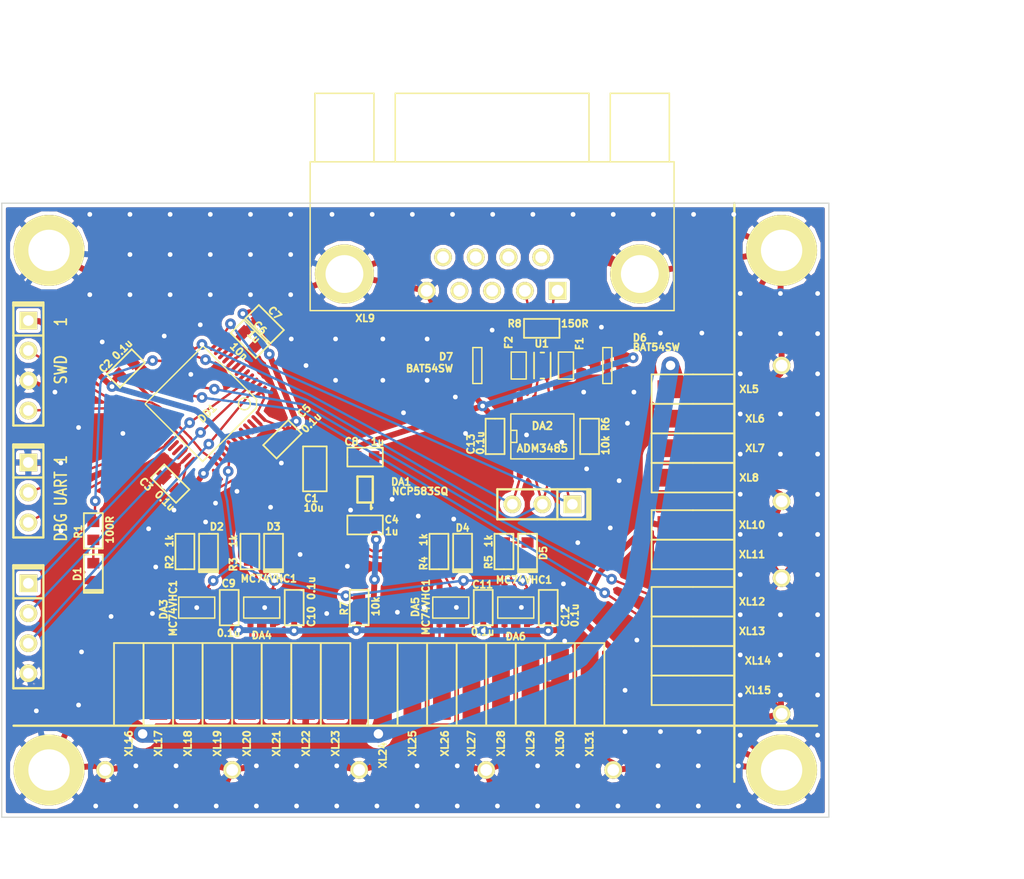
<source format=kicad_pcb>
(kicad_pcb (version 3) (host pcbnew "(2013-07-07 BZR 4022)-stable")
  (layers (15 F.Cu signal) (0 B.Cu signal hide) (18 B.Paste user) (19 F.Paste user) (20 B.SilkS user) (21 F.SilkS user) (22 B.Mask user) (23 F.Mask user) (28 Edge.Cuts user))
  (net 0 "")
  (net 1 +3.3V)
  (net 2 +5V)
  (net 3 /A)
  (net 4 /B)
  (net 5 /OutputEn)
  (net 6 /PATH2_1)
  (net 7 /PATH2_1_IN)
  (net 8 /PATH2_2)
  (net 9 /PATH2_2_IN)
  (net 10 /PATH3_1)
  (net 11 /PATH3_1_IN)
  (net 12 /PATH3_2)
  (net 13 /PATH3_2_IN)
  (net 14 /PWR_24V)
  (net 15 /RS485_A)
  (net 16 /RS485_B)
  (net 17 /RX_I_TX_K)
  (net 18 /SWCLK)
  (net 19 /SWDIO)
  (net 20 /TX_I_RX_K)
  (net 21 /Tx_Rx)
  (net 22 /UART2_RX)
  (net 23 /UART2_TX)
  (net 24 /UART_RX)
  (net 25 /UART_TX)
  (net 26 GND)
  (net 27 N-0000027)
  (net 28 N-0000028)
  (net 29 N-0000029)
  (net 30 N-0000041)
  (net 31 N-0000042)
  (net 32 N-0000049)
  (net 33 N-0000050)
  (net 34 N-0000051)
  (net 35 N-0000052)
  (module SOT23-5 (layer F.Cu) (at 150.5 79.25 180)
    (fp_text reference DA6 (at 0 -2.45 180) (layer F.SilkS) (effects (font (size 0.6 0.6))))
    (fp_text value MC74VHC1 (at -0.7 2.35 180) (layer F.SilkS) (effects (font (size 0.6 0.6))))
    (pad 1 smd rect (at -0.9525 1.27 180) (size 0.508 0.762) (layers F.Cu F.Paste F.Mask) (net 5 /OutputEn))
    (pad 3 smd rect (at 0.9525 1.27 180) (size 0.508 0.762) (layers F.Cu F.Paste F.Mask) (net 26 GND))
    (pad 5 smd rect (at -0.9525 -1.27 180) (size 0.508 0.762) (layers F.Cu F.Paste F.Mask) (net 2 +5V))
    (pad 2 smd rect (at 0 1.27 180) (size 0.508 0.762) (layers F.Cu F.Paste F.Mask) (net 13 /PATH3_2_IN))
    (pad 4 smd rect (at 0.9525 -1.27 180) (size 0.508 0.762) (layers F.Cu F.Paste F.Mask) (net 12 /PATH3_2))
  )
  (module SOT23-5 (layer F.Cu) (at 145 79.25 180)
    (fp_text reference DA5 (at 3 0.05 270) (layer F.SilkS) (effects (font (size 0.6 0.6))))
    (fp_text value MC74VHC1 (at 2.1 0.05 270) (layer F.SilkS) (effects (font (size 0.6 0.6))))
    (pad 1 smd rect (at -0.9525 1.27 180) (size 0.508 0.762) (layers F.Cu F.Paste F.Mask) (net 5 /OutputEn))
    (pad 3 smd rect (at 0.9525 1.27 180) (size 0.508 0.762) (layers F.Cu F.Paste F.Mask) (net 26 GND))
    (pad 5 smd rect (at -0.9525 -1.27 180) (size 0.508 0.762) (layers F.Cu F.Paste F.Mask) (net 2 +5V))
    (pad 2 smd rect (at 0 1.27 180) (size 0.508 0.762) (layers F.Cu F.Paste F.Mask) (net 9 /PATH2_2_IN))
    (pad 4 smd rect (at 0.9525 -1.27 180) (size 0.508 0.762) (layers F.Cu F.Paste F.Mask) (net 8 /PATH2_2))
  )
  (module SOT23-5 (layer F.Cu) (at 129 79.25 180)
    (fp_text reference DA4 (at 0 -2.35 180) (layer F.SilkS) (effects (font (size 0.6 0.6))))
    (fp_text value MC74VHC1 (at -0.6 2.45 180) (layer F.SilkS) (effects (font (size 0.6 0.6))))
    (pad 1 smd rect (at -0.9525 1.27 180) (size 0.508 0.762) (layers F.Cu F.Paste F.Mask) (net 5 /OutputEn))
    (pad 3 smd rect (at 0.9525 1.27 180) (size 0.508 0.762) (layers F.Cu F.Paste F.Mask) (net 26 GND))
    (pad 5 smd rect (at -0.9525 -1.27 180) (size 0.508 0.762) (layers F.Cu F.Paste F.Mask) (net 2 +5V))
    (pad 2 smd rect (at 0 1.27 180) (size 0.508 0.762) (layers F.Cu F.Paste F.Mask) (net 11 /PATH3_1_IN))
    (pad 4 smd rect (at 0.9525 -1.27 180) (size 0.508 0.762) (layers F.Cu F.Paste F.Mask) (net 10 /PATH3_1))
  )
  (module SOT23-5 (layer F.Cu) (at 123.5 79.25 180)
    (fp_text reference DA3 (at 2.8 -0.15 270) (layer F.SilkS) (effects (font (size 0.6 0.6))))
    (fp_text value MC74VHC1 (at 2 -0.05 270) (layer F.SilkS) (effects (font (size 0.6 0.6))))
    (pad 1 smd rect (at -0.9525 1.27 180) (size 0.508 0.762) (layers F.Cu F.Paste F.Mask) (net 5 /OutputEn))
    (pad 3 smd rect (at 0.9525 1.27 180) (size 0.508 0.762) (layers F.Cu F.Paste F.Mask) (net 26 GND))
    (pad 5 smd rect (at -0.9525 -1.27 180) (size 0.508 0.762) (layers F.Cu F.Paste F.Mask) (net 2 +5V))
    (pad 2 smd rect (at 0 1.27 180) (size 0.508 0.762) (layers F.Cu F.Paste F.Mask) (net 7 /PATH2_1_IN))
    (pad 4 smd rect (at 0.9525 -1.27 180) (size 0.508 0.762) (layers F.Cu F.Paste F.Mask) (net 6 /PATH2_1))
  )
  (module SO8E (layer F.Cu) (at 152.75 64.75)
    (fp_text reference DA2 (at 0 -0.889) (layer F.SilkS) (effects (font (size 0.635 0.635) (thickness 0.14986))))
    (fp_text value ADM3485 (at 0 1.016) (layer F.SilkS) (effects (font (size 0.635 0.635) (thickness 0.14986))))
    (pad 8 smd oval (at -1.905 -2.794) (size 0.508 1.50114) (layers F.Cu F.Paste F.Mask) (net 1 +3.3V))
    (pad 1 smd rect (at -1.905 2.794) (size 0.508 1.50114) (layers F.Cu F.Paste F.Mask) (net 22 /UART2_RX))
    (pad 7 smd oval (at -0.635 -2.794) (size 0.508 1.50114) (layers F.Cu F.Paste F.Mask) (net 4 /B))
    (pad 6 smd oval (at 0.635 -2.794) (size 0.508 1.50114) (layers F.Cu F.Paste F.Mask) (net 3 /A))
    (pad 5 smd oval (at 1.905 -2.794) (size 0.508 1.50114) (layers F.Cu F.Paste F.Mask) (net 26 GND))
    (pad 2 smd oval (at -0.635 2.794) (size 0.508 1.50114) (layers F.Cu F.Paste F.Mask) (net 21 /Tx_Rx))
    (pad 3 smd oval (at 0.635 2.794) (size 0.508 1.50114) (layers F.Cu F.Paste F.Mask) (net 21 /Tx_Rx))
    (pad 4 smd oval (at 1.905 2.794) (size 0.508 1.50114) (layers F.Cu F.Paste F.Mask) (net 23 /UART2_TX))
  )
  (module SMD0603_FUSE (layer F.Cu) (at 154.75 58.75 270)
    (fp_text reference F1 (at -1.85 -1.15 270) (layer F.SilkS) (effects (font (size 0.6 0.6))))
    (fp_text value FUSE0R hide)
    (pad 1 smd rect (at -0.58928 0 270) (size 0.98044 1.143) (layers F.Cu F.Paste F.Mask) (net 15 /RS485_A))
    (pad 2 smd rect (at 0.58928 0 270) (size 0.98044 1.143) (layers F.Cu F.Paste F.Mask) (net 3 /A))
  )
  (module SMD0603_FUSE (layer F.Cu) (at 150.75 58.75 270)
    (fp_text reference F2 (at -1.95 0.85 270) (layer F.SilkS) (effects (font (size 0.6 0.6))))
    (fp_text value FUSE0R hide)
    (pad 1 smd rect (at -0.58928 0 270) (size 0.98044 1.143) (layers F.Cu F.Paste F.Mask) (net 16 /RS485_B))
    (pad 2 smd rect (at 0.58928 0 270) (size 0.98044 1.143) (layers F.Cu F.Paste F.Mask) (net 4 /B))
  )
  (module SC82AB (layer F.Cu) (at 137.75 69.25 180)
    (fp_text reference DA1 (at -3.05 0.65 180) (layer F.SilkS) (effects (font (size 0.59944 0.59944) (thickness 0.14986))))
    (fp_text value NCP583SQ (at -4.65 -0.15 180) (layer F.SilkS) (effects (font (size 0.59944 0.59944) (thickness 0.14986))))
    (pad 1 smd rect (at -0.94996 -0.65024 180) (size 0.89916 0.70104) (layers F.Cu F.Paste F.Mask) (net 2 +5V))
    (pad 2 smd oval (at -0.94996 0.65024 180) (size 0.89916 0.70104) (layers F.Cu F.Paste F.Mask) (net 26 GND))
    (pad 3 smd oval (at 0.94996 0.65024 180) (size 0.89916 0.70104) (layers F.Cu F.Paste F.Mask) (net 1 +3.3V))
    (pad 4 smd oval (at 0.94996 -0.65024 180) (size 0.89916 0.70104) (layers F.Cu F.Paste F.Mask) (net 2 +5V))
  )
  (module RES_0603 (layer F.Cu) (at 114.75 72.75 90)
    (fp_text reference R1 (at -0.0635 -1.27 90) (layer F.SilkS) (effects (font (size 0.6 0.6))))
    (fp_text value 100R (at 0.09906 1.39954 90) (layer F.SilkS) (effects (font (size 0.6 0.6))))
    (pad 1 smd rect (at -0.762 0 90) (size 0.889 1.016) (layers F.Cu F.Paste F.Mask) (net 31 N-0000042))
    (pad 2 smd rect (at 0.762 0 90) (size 0.889 1.016) (layers F.Cu F.Paste F.Mask) (net 30 N-0000041))
  )
  (module RES_0603 (layer F.Cu) (at 128 74.5 90)
    (fp_text reference R3 (at -1.1 -1.4 90) (layer F.SilkS) (effects (font (size 0.6 0.6))))
    (fp_text value 1k (at 0.9 -1.4 90) (layer F.SilkS) (effects (font (size 0.6 0.6))))
    (pad 1 smd rect (at -0.762 0 90) (size 0.889 1.016) (layers F.Cu F.Paste F.Mask) (net 11 /PATH3_1_IN))
    (pad 2 smd rect (at 0.762 0 90) (size 0.889 1.016) (layers F.Cu F.Paste F.Mask) (net 33 N-0000050))
  )
  (module RES_0603 (layer F.Cu) (at 122.5 74.5 90)
    (fp_text reference R2 (at -0.9 -1.3 90) (layer F.SilkS) (effects (font (size 0.6 0.6))))
    (fp_text value 1k (at 0.9 -1.3 90) (layer F.SilkS) (effects (font (size 0.6 0.6))))
    (pad 1 smd rect (at -0.762 0 90) (size 0.889 1.016) (layers F.Cu F.Paste F.Mask) (net 7 /PATH2_1_IN))
    (pad 2 smd rect (at 0.762 0 90) (size 0.889 1.016) (layers F.Cu F.Paste F.Mask) (net 35 N-0000052))
  )
  (module LQFP48 (layer F.Cu) (at 124 62 225)
    (fp_text reference DD1 (at 0.282843 -0.848528 225) (layer F.SilkS) (effects (font (size 0.59944 0.59944) (thickness 0.14986))))
    (fp_text value STM32L151CXTX hide)
    (pad 1 smd rect (at -4.24942 -2.75082 225) (size 1.19888 0.29972) (layers F.Cu F.Paste F.Mask) (net 1 +3.3V))
    (pad 2 smd oval (at -4.24942 -2.25298 225) (size 1.19888 0.29972) (layers F.Cu F.Paste F.Mask) (net 27 N-0000027))
    (pad 3 smd oval (at -4.24942 -1.7526 225) (size 1.19888 0.29972) (layers F.Cu F.Paste F.Mask) (net 28 N-0000028))
    (pad 4 smd oval (at -4.24942 -1.25222 225) (size 1.19888 0.29972) (layers F.Cu F.Paste F.Mask) (net 29 N-0000029))
    (pad 5 smd oval (at -4.24942 -0.75184 225) (size 1.19888 0.29972) (layers F.Cu F.Paste F.Mask))
    (pad 6 smd oval (at -4.24942 -0.25146 225) (size 1.19888 0.29972) (layers F.Cu F.Paste F.Mask))
    (pad 7 smd oval (at -4.24942 0.24892 225) (size 1.19888 0.29972) (layers F.Cu F.Paste F.Mask))
    (pad 8 smd oval (at -4.24942 0.7493 225) (size 1.19888 0.29972) (layers F.Cu F.Paste F.Mask) (net 26 GND))
    (pad 9 smd oval (at -4.24942 1.24714 225) (size 1.19888 0.29972) (layers F.Cu F.Paste F.Mask) (net 1 +3.3V))
    (pad 10 smd oval (at -4.24942 1.74752 225) (size 1.19888 0.29972) (layers F.Cu F.Paste F.Mask))
    (pad 11 smd oval (at -4.24942 2.2479 225) (size 1.19888 0.29972) (layers F.Cu F.Paste F.Mask))
    (pad 12 smd oval (at -4.25196 2.74828 225) (size 1.19888 0.29972) (layers F.Cu F.Paste F.Mask) (net 23 /UART2_TX))
    (pad 13 smd oval (at -2.74574 4.24942 315) (size 1.19888 0.29972) (layers F.Cu F.Paste F.Mask) (net 22 /UART2_RX))
    (pad 14 smd oval (at -2.2479 4.24942 315) (size 1.19888 0.29972) (layers F.Cu F.Paste F.Mask) (net 21 /Tx_Rx))
    (pad 15 smd oval (at -1.74752 4.24942 315) (size 1.19888 0.29972) (layers F.Cu F.Paste F.Mask))
    (pad 16 smd oval (at -1.24714 4.24942 315) (size 1.19888 0.29972) (layers F.Cu F.Paste F.Mask))
    (pad 17 smd oval (at -0.74676 4.24942 315) (size 1.19888 0.29972) (layers F.Cu F.Paste F.Mask))
    (pad 18 smd oval (at -0.24638 4.24942 315) (size 1.19888 0.29972) (layers F.Cu F.Paste F.Mask) (net 30 N-0000041))
    (pad 19 smd oval (at 0.254 4.24942 315) (size 1.19888 0.29972) (layers F.Cu F.Paste F.Mask))
    (pad 20 smd oval (at 0.75184 4.24942 315) (size 1.19888 0.29972) (layers F.Cu F.Paste F.Mask))
    (pad 21 smd oval (at 1.25222 4.24942 315) (size 1.19888 0.29972) (layers F.Cu F.Paste F.Mask) (net 17 /RX_I_TX_K))
    (pad 22 smd oval (at 1.7526 4.24942 315) (size 1.19888 0.29972) (layers F.Cu F.Paste F.Mask) (net 20 /TX_I_RX_K))
    (pad 23 smd oval (at 2.25044 4.24942 315) (size 1.19888 0.29972) (layers F.Cu F.Paste F.Mask) (net 26 GND))
    (pad 24 smd oval (at 2.75082 4.24942 315) (size 1.19888 0.29972) (layers F.Cu F.Paste F.Mask) (net 1 +3.3V))
    (pad 25 smd oval (at 4.25196 2.75082 225) (size 1.19888 0.29972) (layers F.Cu F.Paste F.Mask))
    (pad 26 smd oval (at 4.25196 2.25044 225) (size 1.19888 0.29972) (layers F.Cu F.Paste F.Mask))
    (pad 27 smd oval (at 4.25196 1.75006 225) (size 1.19888 0.29972) (layers F.Cu F.Paste F.Mask))
    (pad 28 smd oval (at 4.25196 1.24968 225) (size 1.19888 0.29972) (layers F.Cu F.Paste F.Mask))
    (pad 29 smd oval (at 4.25196 0.7493 225) (size 1.19888 0.29972) (layers F.Cu F.Paste F.Mask))
    (pad 30 smd oval (at 4.25196 0.24892 225) (size 1.19888 0.29972) (layers F.Cu F.Paste F.Mask) (net 25 /UART_TX))
    (pad 31 smd oval (at 4.25196 -0.25146 225) (size 1.19888 0.29972) (layers F.Cu F.Paste F.Mask) (net 24 /UART_RX))
    (pad 32 smd oval (at 4.25196 -0.7493 225) (size 1.19888 0.29972) (layers F.Cu F.Paste F.Mask))
    (pad 33 smd oval (at 4.25196 -1.24968 225) (size 1.19888 0.29972) (layers F.Cu F.Paste F.Mask))
    (pad 34 smd oval (at 4.25196 -1.75006 225) (size 1.19888 0.29972) (layers F.Cu F.Paste F.Mask) (net 19 /SWDIO))
    (pad 35 smd oval (at 4.25196 -2.25044 225) (size 1.19888 0.29972) (layers F.Cu F.Paste F.Mask) (net 26 GND))
    (pad 36 smd oval (at 4.25196 -2.75082 225) (size 1.19888 0.29972) (layers F.Cu F.Paste F.Mask) (net 1 +3.3V))
    (pad 37 smd oval (at 2.75082 -4.24942 315) (size 1.19888 0.29972) (layers F.Cu F.Paste F.Mask) (net 18 /SWCLK))
    (pad 38 smd oval (at 2.25044 -4.24942 315) (size 1.19888 0.29972) (layers F.Cu F.Paste F.Mask))
    (pad 39 smd oval (at 1.75006 -4.24942 315) (size 1.19888 0.29972) (layers F.Cu F.Paste F.Mask) (net 5 /OutputEn))
    (pad 40 smd oval (at 1.24968 -4.24942 315) (size 1.19888 0.29972) (layers F.Cu F.Paste F.Mask) (net 7 /PATH2_1_IN))
    (pad 41 smd oval (at 0.7493 -4.24942 315) (size 1.19888 0.29972) (layers F.Cu F.Paste F.Mask) (net 11 /PATH3_1_IN))
    (pad 42 smd oval (at 0.24892 -4.24942 315) (size 1.19888 0.29972) (layers F.Cu F.Paste F.Mask) (net 9 /PATH2_2_IN))
    (pad 43 smd oval (at -0.24892 -4.24942 315) (size 1.19888 0.29972) (layers F.Cu F.Paste F.Mask) (net 13 /PATH3_2_IN))
    (pad 44 smd oval (at -0.7493 -4.24942 315) (size 1.19888 0.29972) (layers F.Cu F.Paste F.Mask) (net 26 GND))
    (pad 45 smd oval (at -1.24968 -4.24942 315) (size 1.19888 0.29972) (layers F.Cu F.Paste F.Mask))
    (pad 46 smd oval (at -1.75006 -4.24942 315) (size 1.19888 0.29972) (layers F.Cu F.Paste F.Mask))
    (pad 47 smd oval (at -2.25044 -4.24942 315) (size 1.19888 0.29972) (layers F.Cu F.Paste F.Mask) (net 26 GND))
    (pad 48 smd oval (at -2.75082 -4.24942 315) (size 1.19888 0.29972) (layers F.Cu F.Paste F.Mask) (net 1 +3.3V))
  )
  (module LED0603 (layer F.Cu) (at 114.75 76.25 270)
    (fp_text reference D1 (at 0.15 1.35 270) (layer F.SilkS) (effects (font (size 0.6 0.6))))
    (fp_text value LED hide)
    (pad A smd rect (at -0.762 0 270) (size 0.889 1.016) (layers F.Cu F.Paste F.Mask) (net 31 N-0000042))
    (pad C smd rect (at 0.762 0 270) (size 0.889 1.016) (layers F.Cu F.Paste F.Mask) (net 26 GND))
  )
  (module Hole3_5_out6mm (layer F.Cu) (at 111 93)
    (fp_text reference HOLE1 hide)
    (fp_text value HOLE_METALLED (at -0.09906 -3.2004) (layer F.SilkS) (effects (font (size 0.127 0.127) (thickness 0.00254))))
    (pad Hle thru_hole circle (at 0 0) (size 5.99948 5.99948) (drill 3.50012) (layers *.Cu *.Mask F.SilkS) (net 26 GND))
  )
  (module Hole3_5_out6mm (layer F.Cu) (at 173 93)
    (fp_text reference HOLE2 hide)
    (fp_text value HOLE_METALLED (at -0.09906 -3.2004) (layer F.SilkS) (effects (font (size 0.127 0.127) (thickness 0.00254))))
    (pad Hle thru_hole circle (at 0 0) (size 5.99948 5.99948) (drill 3.50012) (layers *.Cu *.Mask F.SilkS) (net 26 GND))
  )
  (module Hole3_5_out6mm (layer F.Cu) (at 173 49)
    (fp_text reference HOLE3 hide)
    (fp_text value HOLE_METALLED (at -0.09906 -3.2004) (layer F.SilkS) (effects (font (size 0.127 0.127) (thickness 0.00254))))
    (pad Hle thru_hole circle (at 0 0) (size 5.99948 5.99948) (drill 3.50012) (layers *.Cu *.Mask F.SilkS) (net 26 GND))
  )
  (module Hole3_5_out6mm (layer F.Cu) (at 111 49)
    (fp_text reference HOLE4 hide)
    (fp_text value HOLE_METALLED (at -0.09906 -3.2004) (layer F.SilkS) (effects (font (size 0.127 0.127) (thickness 0.00254))))
    (pad Hle thru_hole circle (at 0 0) (size 5.99948 5.99948) (drill 3.50012) (layers *.Cu *.Mask F.SilkS) (net 26 GND))
  )
  (module DLW21SN (layer F.Cu) (at 152.75 58.75 90)
    (fp_text reference U1 (at 1.85 -0.05 180) (layer F.SilkS) (effects (font (size 0.6 0.6))))
    (fp_text value DLW21SN900SQ2 hide)
    (pad 1 smd rect (at -0.89916 -0.39878 90) (size 0.70104 0.39878) (layers F.Cu F.Paste F.Mask) (net 4 /B))
    (pad 2 smd rect (at 0.89916 -0.39878 90) (size 0.70104 0.39878) (layers F.Cu F.Paste F.Mask) (net 16 /RS485_B))
    (pad 3 smd rect (at 0.89916 0.39878 90) (size 0.70104 0.39878) (layers F.Cu F.Paste F.Mask) (net 15 /RS485_A))
    (pad 4 smd rect (at -0.89916 0.39878 90) (size 0.70104 0.39878) (layers F.Cu F.Paste F.Mask) (net 3 /A))
  )
  (module CONN_PLS-4 (layer F.Cu) (at 109.25 58.75 270)
    (fp_text reference XL2 hide)
    (fp_text value ST_SWD hide)
    (pad 1 thru_hole rect (at -3.81 0 270) (size 1.5 1.5) (drill 0.9) (layers *.Cu *.Mask F.SilkS) (net 1 +3.3V))
    (pad 2 thru_hole circle (at -1.27 0 270) (size 1.5 1.5) (drill 0.9) (layers *.Cu *.Mask F.SilkS) (net 18 /SWCLK))
    (pad 3 thru_hole circle (at 1.27 0 270) (size 1.5 1.5) (drill 0.9) (layers *.Cu *.Mask F.SilkS) (net 26 GND))
    (pad 4 thru_hole circle (at 3.81 0 270) (size 1.5 1.5) (drill 0.9) (layers *.Cu *.Mask F.SilkS) (net 19 /SWDIO))
  )
  (module CONN_PLS-4 (layer F.Cu) (at 109.25 81 270)
    (fp_text reference XL3 hide)
    (fp_text value CONN_4 hide)
    (pad 1 thru_hole rect (at -3.81 0 270) (size 1.5 1.5) (drill 0.9) (layers *.Cu *.Mask F.SilkS) (net 29 N-0000029))
    (pad 2 thru_hole circle (at -1.27 0 270) (size 1.5 1.5) (drill 0.9) (layers *.Cu *.Mask F.SilkS) (net 28 N-0000028))
    (pad 3 thru_hole circle (at 1.27 0 270) (size 1.5 1.5) (drill 0.9) (layers *.Cu *.Mask F.SilkS) (net 27 N-0000027))
    (pad 4 thru_hole circle (at 3.81 0 270) (size 1.5 1.5) (drill 0.9) (layers *.Cu *.Mask F.SilkS) (net 26 GND))
  )
  (module CONN_PLS-3 (layer F.Cu) (at 152.75 70.5 180)
    (fp_text reference XL4 hide)
    (fp_text value CONN_3 hide)
    (pad 1 thru_hole rect (at -2.54 0 180) (size 1.5 1.5) (drill 0.9) (layers *.Cu *.Mask F.SilkS) (net 23 /UART2_TX))
    (pad 2 thru_hole circle (at 0 0 180) (size 1.5 1.5) (drill 0.9) (layers *.Cu *.Mask F.SilkS) (net 21 /Tx_Rx))
    (pad 3 thru_hole circle (at 2.54 0 180) (size 1.5 1.5) (drill 0.9) (layers *.Cu *.Mask F.SilkS) (net 22 /UART2_RX))
  )
  (module CONN_PLS-3 (layer F.Cu) (at 109.25 69.5 270)
    (fp_text reference XL1 hide)
    (fp_text value CONN_3 hide)
    (pad 1 thru_hole rect (at -2.54 0 270) (size 1.5 1.5) (drill 0.9) (layers *.Cu *.Mask F.SilkS) (net 26 GND))
    (pad 2 thru_hole circle (at 0 0 270) (size 1.5 1.5) (drill 0.9) (layers *.Cu *.Mask F.SilkS) (net 25 /UART_TX))
    (pad 3 thru_hole circle (at 2.54 0 270) (size 1.5 1.5) (drill 0.9) (layers *.Cu *.Mask F.SilkS) (net 24 /UART_RX))
  )
  (module CAP_0805 (layer F.Cu) (at 133.5 67.5 270)
    (fp_text reference C1 (at 2.5 0.3 360) (layer F.SilkS) (effects (font (size 0.6 0.6))))
    (fp_text value 10u (at 3.3 0.1 360) (layer F.SilkS) (effects (font (size 0.6 0.6))))
    (pad 1 smd rect (at -1.016 0 270) (size 1.143 1.397) (layers F.Cu F.Paste F.Mask) (net 1 +3.3V))
    (pad 2 smd rect (at 1.016 0 270) (size 1.143 1.397) (layers F.Cu F.Paste F.Mask) (net 26 GND))
  )
  (module CAP_0603 (layer F.Cu) (at 128 56.5 315)
    (fp_text reference C6 (at -0.0635 -1.27 315) (layer F.SilkS) (effects (font (size 0.6 0.6))))
    (fp_text value 10n (at 0.09906 1.39954 315) (layer F.SilkS) (effects (font (size 0.6 0.6))))
    (pad 1 smd rect (at -0.762 0 315) (size 0.889 1.016) (layers F.Cu F.Paste F.Mask) (net 1 +3.3V))
    (pad 2 smd rect (at 0.762 0 315) (size 0.889 1.016) (layers F.Cu F.Paste F.Mask) (net 26 GND))
  )
  (module CAP_0603 (layer F.Cu) (at 137.75 72.25 180)
    (fp_text reference C4 (at -2.25 0.45 180) (layer F.SilkS) (effects (font (size 0.6 0.6))))
    (fp_text value 1u (at -2.25 -0.55 180) (layer F.SilkS) (effects (font (size 0.6 0.6))))
    (pad 1 smd rect (at -0.762 0 180) (size 0.889 1.016) (layers F.Cu F.Paste F.Mask) (net 2 +5V))
    (pad 2 smd rect (at 0.762 0 180) (size 0.889 1.016) (layers F.Cu F.Paste F.Mask) (net 26 GND))
  )
  (module CAP_0603 (layer F.Cu) (at 117.5 59 45)
    (fp_text reference C2 (at -1.06066 -1.343503 45) (layer F.SilkS) (effects (font (size 0.6 0.6))))
    (fp_text value 0.1u (at 0.919239 -1.343503 45) (layer F.SilkS) (effects (font (size 0.6 0.6))))
    (pad 1 smd rect (at -0.762 0 45) (size 0.889 1.016) (layers F.Cu F.Paste F.Mask) (net 1 +3.3V))
    (pad 2 smd rect (at 0.762 0 45) (size 0.889 1.016) (layers F.Cu F.Paste F.Mask) (net 26 GND))
  )
  (module CAP_0603 (layer F.Cu) (at 153.25 79.25 90)
    (fp_text reference C12 (at -0.75 1.45 90) (layer F.SilkS) (effects (font (size 0.6 0.6))))
    (fp_text value 0.1u (at -0.65 2.25 90) (layer F.SilkS) (effects (font (size 0.6 0.6))))
    (pad 1 smd rect (at -0.762 0 90) (size 0.889 1.016) (layers F.Cu F.Paste F.Mask) (net 2 +5V))
    (pad 2 smd rect (at 0.762 0 90) (size 0.889 1.016) (layers F.Cu F.Paste F.Mask) (net 26 GND))
  )
  (module CAP_0603 (layer F.Cu) (at 130.75 65 225)
    (fp_text reference C5 (at -3.005204 0.388909 225) (layer F.SilkS) (effects (font (size 0.6 0.6))))
    (fp_text value 0.1u (at -2.722361 -0.742462 225) (layer F.SilkS) (effects (font (size 0.6 0.6))))
    (pad 1 smd rect (at -0.762 0 225) (size 0.889 1.016) (layers F.Cu F.Paste F.Mask) (net 1 +3.3V))
    (pad 2 smd rect (at 0.762 0 225) (size 0.889 1.016) (layers F.Cu F.Paste F.Mask) (net 26 GND))
  )
  (module CAP_0603 (layer F.Cu) (at 147.75 79.25 90)
    (fp_text reference C11 (at 1.95 -0.05 180) (layer F.SilkS) (effects (font (size 0.6 0.6))))
    (fp_text value 0.1u (at -2.05 -0.05 180) (layer F.SilkS) (effects (font (size 0.6 0.6))))
    (pad 1 smd rect (at -0.762 0 90) (size 0.889 1.016) (layers F.Cu F.Paste F.Mask) (net 2 +5V))
    (pad 2 smd rect (at 0.762 0 90) (size 0.889 1.016) (layers F.Cu F.Paste F.Mask) (net 26 GND))
  )
  (module CAP_0603 (layer F.Cu) (at 129.25 55.25 315)
    (fp_text reference C7 (at -0.0635 -1.27 315) (layer F.SilkS) (effects (font (size 0.6 0.6))))
    (fp_text value 1u (at 0.09906 1.39954 315) (layer F.SilkS) (effects (font (size 0.6 0.6))))
    (pad 1 smd rect (at -0.762 0 315) (size 0.889 1.016) (layers F.Cu F.Paste F.Mask) (net 1 +3.3V))
    (pad 2 smd rect (at 0.762 0 315) (size 0.889 1.016) (layers F.Cu F.Paste F.Mask) (net 26 GND))
  )
  (module CAP_0603 (layer F.Cu) (at 131.75 79.25 90)
    (fp_text reference C10 (at -0.75 1.45 90) (layer F.SilkS) (effects (font (size 0.6 0.6))))
    (fp_text value 0.1u (at 1.65 1.45 90) (layer F.SilkS) (effects (font (size 0.6 0.6))))
    (pad 1 smd rect (at -0.762 0 90) (size 0.889 1.016) (layers F.Cu F.Paste F.Mask) (net 2 +5V))
    (pad 2 smd rect (at 0.762 0 90) (size 0.889 1.016) (layers F.Cu F.Paste F.Mask) (net 26 GND))
  )
  (module CAP_0603 (layer F.Cu) (at 148.75 64.75 270)
    (fp_text reference C13 (at 0.65 2.05 270) (layer F.SilkS) (effects (font (size 0.6 0.6))))
    (fp_text value 0.1u (at 0.55 1.25 270) (layer F.SilkS) (effects (font (size 0.6 0.6))))
    (pad 1 smd rect (at -0.762 0 270) (size 0.889 1.016) (layers F.Cu F.Paste F.Mask) (net 1 +3.3V))
    (pad 2 smd rect (at 0.762 0 270) (size 0.889 1.016) (layers F.Cu F.Paste F.Mask) (net 26 GND))
  )
  (module CAP_0603 (layer F.Cu) (at 126.25 79.25 90)
    (fp_text reference C9 (at 2.05 -0.05 180) (layer F.SilkS) (effects (font (size 0.6 0.6))))
    (fp_text value 0.1u (at -2.15 -0.05 180) (layer F.SilkS) (effects (font (size 0.6 0.6))))
    (pad 1 smd rect (at -0.762 0 90) (size 0.889 1.016) (layers F.Cu F.Paste F.Mask) (net 2 +5V))
    (pad 2 smd rect (at 0.762 0 90) (size 0.889 1.016) (layers F.Cu F.Paste F.Mask) (net 26 GND))
  )
  (module CAP_0603 (layer F.Cu) (at 121.25 68.75 135)
    (fp_text reference C3 (at 1.414214 -1.484924 135) (layer F.SilkS) (effects (font (size 0.6 0.6))))
    (fp_text value 0.1u (at -0.707107 -1.343503 135) (layer F.SilkS) (effects (font (size 0.6 0.6))))
    (pad 1 smd rect (at -0.762 0 135) (size 0.889 1.016) (layers F.Cu F.Paste F.Mask) (net 1 +3.3V))
    (pad 2 smd rect (at 0.762 0 135) (size 0.889 1.016) (layers F.Cu F.Paste F.Mask) (net 26 GND))
  )
  (module CAP_0603 (layer F.Cu) (at 137.75 66.5)
    (fp_text reference C8 (at -1.15 -1.3) (layer F.SilkS) (effects (font (size 0.6 0.6))))
    (fp_text value 1u (at 1.05 -1.3) (layer F.SilkS) (effects (font (size 0.6 0.6))))
    (pad 1 smd rect (at -0.762 0) (size 0.889 1.016) (layers F.Cu F.Paste F.Mask) (net 1 +3.3V))
    (pad 2 smd rect (at 0.762 0) (size 0.889 1.016) (layers F.Cu F.Paste F.Mask) (net 26 GND))
  )
  (module RES_0603 (layer F.Cu) (at 144 74.5 90)
    (fp_text reference R4 (at -1 -1.3 90) (layer F.SilkS) (effects (font (size 0.6 0.6))))
    (fp_text value 1k (at 1 -1.3 90) (layer F.SilkS) (effects (font (size 0.6 0.6))))
    (pad 1 smd rect (at -0.762 0 90) (size 0.889 1.016) (layers F.Cu F.Paste F.Mask) (net 9 /PATH2_2_IN))
    (pad 2 smd rect (at 0.762 0 90) (size 0.889 1.016) (layers F.Cu F.Paste F.Mask) (net 32 N-0000049))
  )
  (module RES_0603 (layer F.Cu) (at 149.5 74.5 90)
    (fp_text reference R5 (at -0.9 -1.3 90) (layer F.SilkS) (effects (font (size 0.6 0.6))))
    (fp_text value 1k (at 0.9 -1.3 90) (layer F.SilkS) (effects (font (size 0.6 0.6))))
    (pad 1 smd rect (at -0.762 0 90) (size 0.889 1.016) (layers F.Cu F.Paste F.Mask) (net 13 /PATH3_2_IN))
    (pad 2 smd rect (at 0.762 0 90) (size 0.889 1.016) (layers F.Cu F.Paste F.Mask) (net 34 N-0000051))
  )
  (module RES_0603 (layer F.Cu) (at 156.75 64.75 90)
    (fp_text reference R6 (at 1.05 1.35 90) (layer F.SilkS) (effects (font (size 0.6 0.6))))
    (fp_text value 10k (at -0.75 1.35 90) (layer F.SilkS) (effects (font (size 0.6 0.6))))
    (pad 1 smd rect (at -0.762 0 90) (size 0.889 1.016) (layers F.Cu F.Paste F.Mask) (net 21 /Tx_Rx))
    (pad 2 smd rect (at 0.762 0 90) (size 0.889 1.016) (layers F.Cu F.Paste F.Mask) (net 26 GND))
  )
  (module RES_0603 (layer F.Cu) (at 137.25 79.25 90)
    (fp_text reference R7 (at -0.0635 -1.27 90) (layer F.SilkS) (effects (font (size 0.6 0.6))))
    (fp_text value 10k (at 0.09906 1.39954 90) (layer F.SilkS) (effects (font (size 0.6 0.6))))
    (pad 1 smd rect (at -0.762 0 90) (size 0.889 1.016) (layers F.Cu F.Paste F.Mask) (net 2 +5V))
    (pad 2 smd rect (at 0.762 0 90) (size 0.889 1.016) (layers F.Cu F.Paste F.Mask) (net 5 /OutputEn))
  )
  (module LED0603 (layer F.Cu) (at 146 74.5 270)
    (fp_text reference D4 (at -2 0 360) (layer F.SilkS) (effects (font (size 0.6 0.6))))
    (fp_text value LED hide)
    (pad A smd rect (at -0.762 0 270) (size 0.889 1.016) (layers F.Cu F.Paste F.Mask) (net 32 N-0000049))
    (pad C smd rect (at 0.762 0 270) (size 0.889 1.016) (layers F.Cu F.Paste F.Mask) (net 26 GND))
  )
  (module LED0603 (layer F.Cu) (at 151.5 74.5 270)
    (fp_text reference D5 (at 0.127 -1.3335 270) (layer F.SilkS) (effects (font (size 0.6 0.6))))
    (fp_text value LED hide)
    (pad A smd rect (at -0.762 0 270) (size 0.889 1.016) (layers F.Cu F.Paste F.Mask) (net 34 N-0000051))
    (pad C smd rect (at 0.762 0 270) (size 0.889 1.016) (layers F.Cu F.Paste F.Mask) (net 26 GND))
  )
  (module CONN_DB9_M (layer F.Cu) (at 148.5 51)
    (fp_text reference XL9 (at -10.75 3.75) (layer F.SilkS) (effects (font (size 0.59944 0.59944) (thickness 0.14986))))
    (fp_text value DB9 hide)
    (pad H thru_hole circle (at -12.49934 0) (size 5.00126 5.00126) (drill 3.2004) (layers *.Cu *.Mask F.SilkS) (net 26 GND))
    (pad H thru_hole circle (at 12.49934 0) (size 5.00126 5.00126) (drill 3.2004) (layers *.Cu *.Mask F.SilkS) (net 26 GND))
    (pad 1 thru_hole rect (at 5.53974 1.41986) (size 1.50114 1.50114) (drill 1.00076) (layers *.Cu *.Mask F.SilkS) (net 15 /RS485_A))
    (pad 2 thru_hole circle (at 2.77114 1.41986) (size 1.50114 1.50114) (drill 1.00076) (layers *.Cu *.Mask F.SilkS) (net 16 /RS485_B))
    (pad 3 thru_hole circle (at 0 1.41986) (size 1.50114 1.50114) (drill 1.00076) (layers *.Cu *.Mask F.SilkS))
    (pad 4 thru_hole circle (at -2.77114 1.41986) (size 1.50114 1.50114) (drill 1.00076) (layers *.Cu *.Mask F.SilkS))
    (pad 5 thru_hole circle (at -5.53974 1.41986) (size 1.50114 1.50114) (drill 1.00076) (layers *.Cu *.Mask F.SilkS) (net 26 GND))
    (pad 6 thru_hole circle (at 4.15544 -1.41986) (size 1.50114 1.50114) (drill 1.00076) (layers *.Cu *.Mask F.SilkS))
    (pad 7 thru_hole circle (at 1.3843 -1.41986) (size 1.50114 1.50114) (drill 1.00076) (layers *.Cu *.Mask F.SilkS))
    (pad 8 thru_hole circle (at -1.3843 -1.41986) (size 1.50114 1.50114) (drill 1.00076) (layers *.Cu *.Mask F.SilkS))
    (pad 9 thru_hole circle (at -4.15544 -1.41986) (size 1.50114 1.50114) (drill 1.00076) (layers *.Cu *.Mask F.SilkS))
  )
  (module LED0603 (layer F.Cu) (at 124.5 74.5 270)
    (fp_text reference D2 (at -2.1 -0.7 360) (layer F.SilkS) (effects (font (size 0.6 0.6))))
    (fp_text value LED hide)
    (pad A smd rect (at -0.762 0 270) (size 0.889 1.016) (layers F.Cu F.Paste F.Mask) (net 35 N-0000052))
    (pad C smd rect (at 0.762 0 270) (size 0.889 1.016) (layers F.Cu F.Paste F.Mask) (net 26 GND))
  )
  (module LED0603 (layer F.Cu) (at 130 74.5 270)
    (fp_text reference D3 (at -2.1 0 360) (layer F.SilkS) (effects (font (size 0.6 0.6))))
    (fp_text value LED hide)
    (pad A smd rect (at -0.762 0 270) (size 0.889 1.016) (layers F.Cu F.Paste F.Mask) (net 33 N-0000050))
    (pad C smd rect (at 0.762 0 270) (size 0.889 1.016) (layers F.Cu F.Paste F.Mask) (net 26 GND))
  )
  (module SOT23 (layer F.Cu) (at 158.25 58.75 270)
    (fp_text reference D6 (at -2.35 -2.75 360) (layer F.SilkS) (effects (font (size 0.59944 0.59944) (thickness 0.14986))))
    (fp_text value BAT54SW (at -1.55 -4.15 360) (layer F.SilkS) (effects (font (size 0.59944 0.59944) (thickness 0.14986))))
    (pad 2 smd rect (at -0.889 -1.016 270) (size 0.9144 0.9144) (layers F.Cu F.Paste F.Mask) (net 1 +3.3V))
    (pad 1 smd rect (at 0.889 -1.016 270) (size 0.9144 0.9144) (layers F.Cu F.Paste F.Mask) (net 26 GND))
    (pad 3 smd rect (at 0 1.016 270) (size 0.9144 0.9144) (layers F.Cu F.Paste F.Mask) (net 15 /RS485_A))
  )
  (module SOT23 (layer F.Cu) (at 147.25 58.75 90)
    (fp_text reference D7 (at 0.75 -2.65 180) (layer F.SilkS) (effects (font (size 0.59944 0.59944) (thickness 0.14986))))
    (fp_text value BAT54SW (at -0.25 -4.05 180) (layer F.SilkS) (effects (font (size 0.59944 0.59944) (thickness 0.14986))))
    (pad 2 smd rect (at -0.889 -1.016 90) (size 0.9144 0.9144) (layers F.Cu F.Paste F.Mask) (net 1 +3.3V))
    (pad 1 smd rect (at 0.889 -1.016 90) (size 0.9144 0.9144) (layers F.Cu F.Paste F.Mask) (net 26 GND))
    (pad 3 smd rect (at 0 1.016 90) (size 0.9144 0.9144) (layers F.Cu F.Paste F.Mask) (net 16 /RS485_B))
  )
  (module Hole_1_out1_5MM (layer F.Cu) (at 115.75 93 90)
    (fp_text reference HOLE5 hide)
    (fp_text value HOLE_METALLED hide)
    (pad Hle thru_hole circle (at 0 0 90) (size 1.5 1.5) (drill 1) (layers *.Cu *.Mask F.SilkS) (net 26 GND))
  )
  (module Hole_1_out1_5MM (layer F.Cu) (at 126.5 93 90)
    (fp_text reference HOLE6 hide)
    (fp_text value HOLE_METALLED hide)
    (pad Hle thru_hole circle (at 0 0 90) (size 1.5 1.5) (drill 1) (layers *.Cu *.Mask F.SilkS) (net 26 GND))
  )
  (module Hole_1_out1_5MM (layer F.Cu) (at 137.25 93 90)
    (fp_text reference HOLE7 hide)
    (fp_text value HOLE_METALLED hide)
    (pad Hle thru_hole circle (at 0 0 90) (size 1.5 1.5) (drill 1) (layers *.Cu *.Mask F.SilkS) (net 26 GND))
  )
  (module Hole_1_out1_5MM (layer F.Cu) (at 148 93)
    (fp_text reference HOLE9 hide)
    (fp_text value HOLE_METALLED hide)
    (pad Hle thru_hole circle (at 0 0) (size 1.5 1.5) (drill 1) (layers *.Cu *.Mask F.SilkS) (net 26 GND))
  )
  (module Hole_1_out1_5MM (layer F.Cu) (at 158.75 93)
    (fp_text reference HOLE10 hide)
    (fp_text value HOLE_METALLED hide)
    (pad Hle thru_hole circle (at 0 0) (size 1.5 1.5) (drill 1) (layers *.Cu *.Mask F.SilkS) (net 26 GND))
  )
  (module Hole_1_out1_5MM (layer F.Cu) (at 173 88.25)
    (fp_text reference HOLE11 hide)
    (fp_text value HOLE_METALLED hide)
    (pad Hle thru_hole circle (at 0 0) (size 1.5 1.5) (drill 1) (layers *.Cu *.Mask F.SilkS) (net 26 GND))
  )
  (module Hole_1_out1_5MM (layer F.Cu) (at 173 76.75)
    (fp_text reference HOLE12 hide)
    (fp_text value HOLE_METALLED hide)
    (pad Hle thru_hole circle (at 0 0) (size 1.5 1.5) (drill 1) (layers *.Cu *.Mask F.SilkS) (net 26 GND))
  )
  (module Hole_1_out1_5MM (layer F.Cu) (at 173 70.25)
    (fp_text reference HOLE13 hide)
    (fp_text value HOLE_METALLED hide)
    (pad Hle thru_hole circle (at 0 0) (size 1.5 1.5) (drill 1) (layers *.Cu *.Mask F.SilkS) (net 26 GND))
  )
  (module Hole_1_out1_5MM (layer F.Cu) (at 173 58.75)
    (fp_text reference HOLE14 hide)
    (fp_text value HOLE_METALLED hide)
    (pad Hle thru_hole circle (at 0 0) (size 1.5 1.5) (drill 1) (layers *.Cu *.Mask F.SilkS) (net 26 GND))
  )
  (module RES_0603 (layer F.Cu) (at 152.7 55.6 180)
    (fp_text reference R8 (at 2.3 0.4 180) (layer F.SilkS) (effects (font (size 0.6 0.6))))
    (fp_text value 150R (at -2.8 0.4 180) (layer F.SilkS) (effects (font (size 0.6 0.6))))
    (pad 1 smd rect (at -0.762 0 180) (size 0.889 1.016) (layers F.Cu F.Paste F.Mask) (net 15 /RS485_A))
    (pad 2 smd rect (at 0.762 0 180) (size 0.889 1.016) (layers F.Cu F.Paste F.Mask) (net 16 /RS485_B))
  )
  (module PAD_1_5x6MM (layer F.Cu) (at 117.75 85.75 270)
    (fp_text reference XL16 (at 5 0 270) (layer F.SilkS) (effects (font (size 0.6 0.6))))
    (fp_text value CONN_GOST_1 hide)
    (pad 1 smd rect (at 0 0 270) (size 6 1.5) (layers F.Cu F.Paste F.Mask) (net 14 /PWR_24V))
  )
  (module PAD_1_5x6MM (layer F.Cu) (at 120.25 85.75 270)
    (fp_text reference XL17 (at 5 0 270) (layer F.SilkS) (effects (font (size 0.6 0.6))))
    (fp_text value CONN_GOST_1 hide)
    (pad 1 smd rect (at 0 0 270) (size 6 1.5) (layers F.Cu F.Paste F.Mask))
  )
  (module PAD_1_5x6MM (layer F.Cu) (at 122.75 85.75 270)
    (fp_text reference XL18 (at 5 0 270) (layer F.SilkS) (effects (font (size 0.6 0.6))))
    (fp_text value CONN_GOST_1 hide)
    (pad 1 smd rect (at 0 0 270) (size 6 1.5) (layers F.Cu F.Paste F.Mask) (net 6 /PATH2_1))
  )
  (module PAD_1_5x6MM (layer F.Cu) (at 125.25 85.75 270)
    (fp_text reference XL19 (at 5 0 270) (layer F.SilkS) (effects (font (size 0.6 0.6))))
    (fp_text value CONN_GOST_1 hide)
    (pad 1 smd rect (at 0 0 270) (size 6 1.5) (layers F.Cu F.Paste F.Mask))
  )
  (module PAD_1_5x6MM (layer F.Cu) (at 127.75 85.75 270)
    (fp_text reference XL20 (at 5 0 270) (layer F.SilkS) (effects (font (size 0.6 0.6))))
    (fp_text value CONN_GOST_1 hide)
    (pad 1 smd rect (at 0 0 270) (size 6 1.5) (layers F.Cu F.Paste F.Mask) (net 10 /PATH3_1))
  )
  (module PAD_1_5x6MM (layer F.Cu) (at 130.25 85.75 270)
    (fp_text reference XL21 (at 5 0 270) (layer F.SilkS) (effects (font (size 0.6 0.6))))
    (fp_text value CONN_GOST_1 hide)
    (pad 1 smd rect (at 0 0 270) (size 6 1.5) (layers F.Cu F.Paste F.Mask))
  )
  (module PAD_1_5x6MM (layer F.Cu) (at 132.75 85.75 270)
    (fp_text reference XL22 (at 5 0 270) (layer F.SilkS) (effects (font (size 0.6 0.6))))
    (fp_text value CONN_GOST_1 hide)
    (pad 1 smd rect (at 0 0 270) (size 6 1.5) (layers F.Cu F.Paste F.Mask) (net 26 GND))
  )
  (module PAD_1_5x6MM (layer F.Cu) (at 135.25 85.75 270)
    (fp_text reference XL23 (at 5 0 270) (layer F.SilkS) (effects (font (size 0.6 0.6))))
    (fp_text value CONN_GOST_1 hide)
    (pad 1 smd rect (at 0 0 270) (size 6 1.5) (layers F.Cu F.Paste F.Mask))
  )
  (module PAD_1_5x6MM (layer F.Cu) (at 141.75 85.75 270)
    (fp_text reference XL25 (at 5 0 270) (layer F.SilkS) (effects (font (size 0.6 0.6))))
    (fp_text value CONN_GOST_1 hide)
    (pad 1 smd rect (at 0 0 270) (size 6 1.5) (layers F.Cu F.Paste F.Mask))
  )
  (module PAD_1_5x6MM (layer F.Cu) (at 165.5 81.25)
    (fp_text reference XL13 (at 5 0) (layer F.SilkS) (effects (font (size 0.6 0.6))))
    (fp_text value CONN_GOST_1 hide)
    (pad 1 smd rect (at 0 0) (size 6 1.5) (layers F.Cu F.Paste F.Mask) (net 20 /TX_I_RX_K))
  )
  (module PAD_1_5x6MM (layer F.Cu) (at 165.5 68.25)
    (fp_text reference XL8 (at 4.75 0) (layer F.SilkS) (effects (font (size 0.6 0.6))))
    (fp_text value CONN_GOST_1 hide)
    (pad 1 smd rect (at 0 0) (size 6 1.5) (layers F.Cu F.Paste F.Mask) (net 26 GND))
  )
  (module PAD_1_5x6MM (layer F.Cu) (at 165.5 65.75)
    (fp_text reference XL7 (at 5.25 0) (layer F.SilkS) (effects (font (size 0.6 0.6))))
    (fp_text value CONN_GOST_1 hide)
    (pad 1 smd rect (at 0 0) (size 6 1.5) (layers F.Cu F.Paste F.Mask) (net 2 +5V))
  )
  (module PAD_1_5x6MM (layer F.Cu) (at 165.5 63.25)
    (fp_text reference XL6 (at 5.25 0) (layer F.SilkS) (effects (font (size 0.6 0.6))))
    (fp_text value CONN_GOST_1 hide)
    (pad 1 smd rect (at 0 0) (size 6 1.5) (layers F.Cu F.Paste F.Mask) (net 26 GND))
  )
  (module PAD_1_5x6MM (layer F.Cu) (at 165.5 60.75)
    (fp_text reference XL5 (at 4.75 0) (layer F.SilkS) (effects (font (size 0.6 0.6))))
    (fp_text value CONN_GOST_1 hide)
    (pad 1 smd rect (at 0 0) (size 6 1.5) (layers F.Cu F.Paste F.Mask) (net 14 /PWR_24V))
  )
  (module PAD_1_5x6MM (layer F.Cu) (at 165.5 74.75)
    (fp_text reference XL11 (at 5 0) (layer F.SilkS) (effects (font (size 0.6 0.6))))
    (fp_text value CONN_GOST_1 hide)
    (pad 1 smd rect (at 0 0) (size 6 1.5) (layers F.Cu F.Paste F.Mask) (net 26 GND))
  )
  (module PAD_1_5x6MM (layer F.Cu) (at 165.5 72.25)
    (fp_text reference XL10 (at 5 0) (layer F.SilkS) (effects (font (size 0.6 0.6))))
    (fp_text value CONN_GOST_1 hide)
    (pad 1 smd rect (at 0 0) (size 6 1.5) (layers F.Cu F.Paste F.Mask) (net 2 +5V))
  )
  (module PAD_1_5x6MM (layer F.Cu) (at 165.5 86.25)
    (fp_text reference XL15 (at 5.5 0) (layer F.SilkS) (effects (font (size 0.6 0.6))))
    (fp_text value CONN_GOST_1 hide)
    (pad 1 smd rect (at 0 0) (size 6 1.5) (layers F.Cu F.Paste F.Mask) (net 2 +5V))
  )
  (module PAD_1_5x6MM (layer F.Cu) (at 165.5 83.75)
    (fp_text reference XL14 (at 5.5 0) (layer F.SilkS) (effects (font (size 0.6 0.6))))
    (fp_text value CONN_GOST_1 hide)
    (pad 1 smd rect (at 0 0) (size 6 1.5) (layers F.Cu F.Paste F.Mask) (net 26 GND))
  )
  (module PAD_1_5x6MM (layer F.Cu) (at 139.25 85.75 270)
    (fp_text reference XL24 (at 6 0 270) (layer F.SilkS) (effects (font (size 0.6 0.6))))
    (fp_text value CONN_GOST_1 hide)
    (pad 1 smd rect (at 0 0 270) (size 6 1.5) (layers F.Cu F.Paste F.Mask) (net 14 /PWR_24V))
  )
  (module PAD_1_5x6MM (layer F.Cu) (at 165.5 78.75)
    (fp_text reference XL12 (at 5 0) (layer F.SilkS) (effects (font (size 0.6 0.6))))
    (fp_text value CONN_GOST_1 hide)
    (pad 1 smd rect (at 0 0) (size 6 1.5) (layers F.Cu F.Paste F.Mask) (net 17 /RX_I_TX_K))
  )
  (module PAD_1_5x6MM (layer F.Cu) (at 156.75 85.75 270)
    (fp_text reference XL31 (at 5 0 270) (layer F.SilkS) (effects (font (size 0.6 0.6))))
    (fp_text value CONN_GOST_1 hide)
    (pad 1 smd rect (at 0 0 270) (size 6 1.5) (layers F.Cu F.Paste F.Mask))
  )
  (module PAD_1_5x6MM (layer F.Cu) (at 154.25 85.75 270)
    (fp_text reference XL30 (at 5 0 270) (layer F.SilkS) (effects (font (size 0.6 0.6))))
    (fp_text value CONN_GOST_1 hide)
    (pad 1 smd rect (at 0 0 270) (size 6 1.5) (layers F.Cu F.Paste F.Mask) (net 26 GND))
  )
  (module PAD_1_5x6MM (layer F.Cu) (at 151.75 85.75 270)
    (fp_text reference XL29 (at 5 0 270) (layer F.SilkS) (effects (font (size 0.6 0.6))))
    (fp_text value CONN_GOST_1 hide)
    (pad 1 smd rect (at 0 0 270) (size 6 1.5) (layers F.Cu F.Paste F.Mask))
  )
  (module PAD_1_5x6MM (layer F.Cu) (at 149.25 85.75 270)
    (fp_text reference XL28 (at 5 0 270) (layer F.SilkS) (effects (font (size 0.6 0.6))))
    (fp_text value CONN_GOST_1 hide)
    (pad 1 smd rect (at 0 0 270) (size 6 1.5) (layers F.Cu F.Paste F.Mask) (net 12 /PATH3_2))
  )
  (module PAD_1_5x6MM (layer F.Cu) (at 146.75 85.75 270)
    (fp_text reference XL27 (at 5 0 270) (layer F.SilkS) (effects (font (size 0.6 0.6))))
    (fp_text value CONN_GOST_1 hide)
    (pad 1 smd rect (at 0 0 270) (size 6 1.5) (layers F.Cu F.Paste F.Mask))
  )
  (module PAD_1_5x6MM (layer F.Cu) (at 144.25 85.75 270)
    (fp_text reference XL26 (at 5 -0.25 270) (layer F.SilkS) (effects (font (size 0.6 0.6))))
    (fp_text value CONN_GOST_1 hide)
    (pad 1 smd rect (at 0 0 270) (size 6 1.5) (layers F.Cu F.Paste F.Mask) (net 8 /PATH2_2))
  )
  (gr_text "DBG UART 1" (at 112 70 90) (layer F.SilkS) (effects (font (size 1 0.8))))
  (gr_text "SWD    1" (at 112 57.5 90) (layer F.SilkS) (effects (font (size 1 0.8))))
  (gr_line (start 107 97) (end 107 45) (angle 90) (layer Edge.Cuts) (width 0.1))
  (gr_line (start 177 97) (end 107 97) (angle 90) (layer Edge.Cuts) (width 0.1))
  (gr_line (start 177 45) (end 177 97) (angle 90) (layer Edge.Cuts) (width 0.1))
  (gr_line (start 107 45) (end 177 45) (angle 90) (layer Edge.Cuts) (width 0.1))
  (gr_line (start 176 89.25) (end 108 89.25) (angle 90) (layer F.SilkS) (width 0.2))
  (gr_line (start 169 45) (end 169 94) (angle 90) (layer F.SilkS) (width 0.2))
  (via (at 124.0705 67.8826) (size 0.9) (layers F.Cu B.Cu) (net 1))
  (via (at 131.9226 63.4683) (size 0.9) (layers F.Cu B.Cu) (net 1))
  (via (at 116.3274 60.5317) (size 0.9) (layers F.Cu B.Cu) (net 1))
  (via (at 160.4376 58.0895) (size 0.9) (layers F.Cu B.Cu) (net 1))
  (via (at 147.6954 62.1766) (size 0.9) (layers F.Cu B.Cu) (net 1))
  (via (at 129.6433 57.7841) (size 0.9) (layers F.Cu B.Cu) (net 1))
  (via (at 127.4008 54.3598) (size 0.9) (layers F.Cu B.Cu) (net 1))
  (segment (start 123.212 62.4854) (end 116.3274 60.5317) (width 0.5) (layer B.Cu) (net 1))
  (segment (start 123.3384 62.5212) (end 123.212 62.4854) (width 0.5) (layer B.Cu) (net 1))
  (segment (start 123.5679 62.6477) (end 123.3384 62.5212) (width 0.5) (layer B.Cu) (net 1))
  (segment (start 123.6655 62.7352) (end 123.5679 62.6477) (width 0.5) (layer B.Cu) (net 1))
  (segment (start 124.5919 63.5652) (end 123.6655 62.7352) (width 0.5) (layer B.Cu) (net 1))
  (segment (start 124.6108 63.5822) (end 124.5919 63.5652) (width 0.5) (layer B.Cu) (net 1))
  (segment (start 124.6466 63.6173) (end 124.6108 63.5822) (width 0.5) (layer B.Cu) (net 1))
  (segment (start 124.6631 63.6349) (end 124.6466 63.6173) (width 0.5) (layer B.Cu) (net 1))
  (segment (start 125.7914 64.8374) (end 124.6631 63.6349) (width 0.5) (layer B.Cu) (net 1))
  (segment (start 125.6515 65.6057) (end 125.7914 64.8374) (width 0.5) (layer B.Cu) (net 1))
  (segment (start 125.6271 65.7398) (end 125.6515 65.6057) (width 0.5) (layer B.Cu) (net 1))
  (segment (start 125.5171 65.9889) (end 125.6271 65.7398) (width 0.5) (layer B.Cu) (net 1))
  (segment (start 125.4339 66.0979) (end 125.5171 65.9889) (width 0.5) (layer B.Cu) (net 1))
  (segment (start 124.0705 67.8826) (end 125.4339 66.0979) (width 0.5) (layer B.Cu) (net 1))
  (segment (start 125.7914 64.8374) (end 131.9226 63.4683) (width 0.5) (layer B.Cu) (net 1))
  (segment (start 160.4376 58.0895) (end 147.6954 62.1766) (width 0.5) (layer B.Cu) (net 1))
  (segment (start 129.6433 57.7841) (end 127.4008 54.3598) (width 0.5) (layer B.Cu) (net 1))
  (segment (start 159.8781 57.888) (end 160.4376 58.0895) (width 0.5) (layer F.Cu) (net 1))
  (segment (start 159.7624 57.8609) (end 159.7232 57.861) (width 0.5) (layer F.Cu) (net 1))
  (segment (start 159.8405 57.8745) (end 159.7624 57.8609) (width 0.5) (layer F.Cu) (net 1))
  (segment (start 159.8781 57.888) (end 159.8405 57.8745) (width 0.5) (layer F.Cu) (net 1))
  (segment (start 159.4732 57.861) (end 159.7232 57.861) (width 0.5) (layer F.Cu) (net 1))
  (segment (start 159.266 57.861) (end 159.4732 57.861) (width 0.5) (layer F.Cu) (net 1))
  (segment (start 146.3269 60.3725) (end 147.6954 62.1766) (width 0.5) (layer F.Cu) (net 1))
  (segment (start 146.2818 60.313) (end 146.3269 60.3725) (width 0.5) (layer F.Cu) (net 1))
  (segment (start 146.234 60.1711) (end 146.2818 60.313) (width 0.5) (layer F.Cu) (net 1))
  (segment (start 146.234 60.0962) (end 146.234 60.1711) (width 0.5) (layer F.Cu) (net 1))
  (segment (start 146.234 59.8462) (end 146.234 60.0962) (width 0.5) (layer F.Cu) (net 1))
  (segment (start 146.234 59.639) (end 146.234 59.8462) (width 0.5) (layer F.Cu) (net 1))
  (segment (start 109.75 54.9899) (end 109.25 54.94) (width 0.5) (layer F.Cu) (net 1))
  (segment (start 110 54.9899) (end 109.75 54.9899) (width 0.5) (layer F.Cu) (net 1))
  (segment (start 110.1318 54.99) (end 110 54.9899) (width 0.5) (layer F.Cu) (net 1))
  (segment (start 110.3761 55.085) (end 110.1318 54.99) (width 0.5) (layer F.Cu) (net 1))
  (segment (start 110.4727 55.1735) (end 110.3761 55.085) (width 0.5) (layer F.Cu) (net 1))
  (segment (start 116.3274 60.5317) (end 110.4727 55.1735) (width 0.5) (layer F.Cu) (net 1))
  (segment (start 137.8542 65.3252) (end 147.6954 62.1766) (width 0.5) (layer F.Cu) (net 1))
  (segment (start 137.8025 65.3438) (end 137.7857 65.3511) (width 0.5) (layer F.Cu) (net 1))
  (segment (start 137.8367 65.3308) (end 137.8025 65.3438) (width 0.5) (layer F.Cu) (net 1))
  (segment (start 137.8542 65.3252) (end 137.8367 65.3308) (width 0.5) (layer F.Cu) (net 1))
  (segment (start 137.2536 65.5851) (end 137.7857 65.3511) (width 0.5) (layer F.Cu) (net 1))
  (segment (start 136.988 65.8598) (end 136.988 65.992) (width 0.5) (layer F.Cu) (net 1))
  (segment (start 137.1323 65.6385) (end 136.988 65.8598) (width 0.5) (layer F.Cu) (net 1))
  (segment (start 137.2536 65.5851) (end 137.1323 65.6385) (width 0.5) (layer F.Cu) (net 1))
  (segment (start 136.988 66.242) (end 136.988 65.992) (width 0.5) (layer F.Cu) (net 1))
  (segment (start 136.988 66.5) (end 136.988 66.242) (width 0.5) (layer F.Cu) (net 1))
  (segment (start 129.2678 63.3776) (end 128.9499 63.0597) (width 0.2) (layer F.Cu) (net 1))
  (segment (start 130.7853 64.0056) (end 129.2678 63.3776) (width 0.2) (layer F.Cu) (net 1))
  (segment (start 130.8257 64.0223) (end 130.7853 64.0056) (width 0.2) (layer F.Cu) (net 1))
  (segment (start 130.8988 64.0712) (end 130.8257 64.0223) (width 0.2) (layer F.Cu) (net 1))
  (segment (start 130.9296 64.102) (end 130.8988 64.0712) (width 0.2) (layer F.Cu) (net 1))
  (segment (start 131.0003 64.1727) (end 130.9296 64.102) (width 0.2) (layer F.Cu) (net 1))
  (segment (start 131.2888 64.4612) (end 131.0003 64.1727) (width 0.2) (layer F.Cu) (net 1))
  (segment (start 131.4712 64.6436) (end 131.2888 64.4612) (width 0.5) (layer F.Cu) (net 1))
  (segment (start 131.648 64.8204) (end 131.4712 64.6436) (width 0.5) (layer F.Cu) (net 1))
  (segment (start 131.7914 64.9206) (end 131.8479 64.9356) (width 0.5) (layer F.Cu) (net 1))
  (segment (start 131.6894 64.8618) (end 131.7914 64.9206) (width 0.5) (layer F.Cu) (net 1))
  (segment (start 131.648 64.8204) (end 131.6894 64.8618) (width 0.5) (layer F.Cu) (net 1))
  (segment (start 132.9813 65.2375) (end 131.8479 64.9356) (width 0.5) (layer F.Cu) (net 1))
  (segment (start 133.0928 65.2672) (end 132.9813 65.2375) (width 0.5) (layer F.Cu) (net 1))
  (segment (start 133.2852 65.3956) (end 133.0928 65.2672) (width 0.5) (layer F.Cu) (net 1))
  (segment (start 133.4254 65.5779) (end 133.2852 65.3956) (width 0.5) (layer F.Cu) (net 1))
  (segment (start 133.5 65.7969) (end 133.4254 65.5779) (width 0.5) (layer F.Cu) (net 1))
  (segment (start 133.5 65.9125) (end 133.5 65.7969) (width 0.5) (layer F.Cu) (net 1))
  (segment (start 133.5 66.1625) (end 133.5 65.9125) (width 0.5) (layer F.Cu) (net 1))
  (segment (start 133.5 66.484) (end 133.5 66.1625) (width 0.5) (layer F.Cu) (net 1))
  (segment (start 128.9504 61.0104) (end 128.9499 60.9403) (width 0.2) (layer F.Cu) (net 1))
  (segment (start 129.0211 61.0811) (end 128.9504 61.0104) (width 0.2) (layer F.Cu) (net 1))
  (segment (start 129.0251 61.0851) (end 129.0211 61.0811) (width 0.2) (layer F.Cu) (net 1))
  (segment (start 129.1467 61.2094) (end 129.0251 61.0851) (width 0.2) (layer F.Cu) (net 1))
  (segment (start 129.2032 61.5517) (end 129.1467 61.2094) (width 0.2) (layer F.Cu) (net 1))
  (segment (start 129.1281 61.7081) (end 129.2032 61.5517) (width 0.2) (layer F.Cu) (net 1))
  (segment (start 128.632 62.7418) (end 129.1281 61.7081) (width 0.2) (layer F.Cu) (net 1))
  (segment (start 128.9499 63.0597) (end 128.632 62.7418) (width 0.2) (layer F.Cu) (net 1))
  (segment (start 131.9226 63.4683) (end 129.6433 57.7841) (width 0.5) (layer F.Cu) (net 1))
  (segment (start 136.988 66.758) (end 136.988 66.5) (width 0.5) (layer F.Cu) (net 1))
  (segment (start 136.988 67.008) (end 136.988 66.758) (width 0.5) (layer F.Cu) (net 1))
  (segment (start 136.9873 67.033) (end 136.988 67.008) (width 0.5) (layer F.Cu) (net 1))
  (segment (start 136.8991 68.5998) (end 136.9873 67.033) (width 0.5) (layer F.Cu) (net 1))
  (segment (start 136.8 68.5998) (end 136.8991 68.5998) (width 0.5) (layer F.Cu) (net 1))
  (segment (start 117.2497 59.8273) (end 116.9612 59.5388) (width 0.2) (layer F.Cu) (net 1))
  (segment (start 117.3204 59.898) (end 117.2497 59.8273) (width 0.2) (layer F.Cu) (net 1))
  (segment (start 117.405 59.966) (end 117.4376 59.9821) (width 0.2) (layer F.Cu) (net 1))
  (segment (start 117.3463 59.9238) (end 117.405 59.966) (width 0.2) (layer F.Cu) (net 1))
  (segment (start 117.3204 59.898) (end 117.3463 59.9238) (width 0.2) (layer F.Cu) (net 1))
  (segment (start 118.7322 60.6224) (end 117.4376 59.9821) (width 0.2) (layer F.Cu) (net 1))
  (segment (start 119.0501 60.9403) (end 118.7322 60.6224) (width 0.2) (layer F.Cu) (net 1))
  (segment (start 128.5288 54.8936) (end 128.7112 54.7112) (width 0.5) (layer F.Cu) (net 1))
  (segment (start 128.352 55.0704) (end 128.5288 54.8936) (width 0.5) (layer F.Cu) (net 1))
  (segment (start 127.8204 55.602) (end 128.352 55.0704) (width 0.5) (layer F.Cu) (net 1))
  (segment (start 127.6436 55.7788) (end 127.8204 55.602) (width 0.5) (layer F.Cu) (net 1))
  (segment (start 127.4612 55.9612) (end 127.6436 55.7788) (width 0.5) (layer F.Cu) (net 1))
  (segment (start 150.845 62.4526) (end 150.845 61.956) (width 0.5) (layer F.Cu) (net 1))
  (segment (start 149.5875 63.8418) (end 150.845 62.4526) (width 0.5) (layer F.Cu) (net 1))
  (segment (start 149.5244 63.9116) (end 149.5875 63.8418) (width 0.5) (layer F.Cu) (net 1))
  (segment (start 149.3525 63.9879) (end 149.5244 63.9116) (width 0.5) (layer F.Cu) (net 1))
  (segment (start 149.258 63.988) (end 149.3525 63.9879) (width 0.5) (layer F.Cu) (net 1))
  (segment (start 149.008 63.988) (end 149.258 63.988) (width 0.5) (layer F.Cu) (net 1))
  (segment (start 148.75 63.988) (end 149.008 63.988) (width 0.5) (layer F.Cu) (net 1))
  (segment (start 133.9485 66.484) (end 133.5 66.484) (width 0.5) (layer F.Cu) (net 1))
  (segment (start 134.1985 66.484) (end 133.9485 66.484) (width 0.5) (layer F.Cu) (net 1))
  (segment (start 134.2024 66.484) (end 134.1985 66.484) (width 0.5) (layer F.Cu) (net 1))
  (segment (start 136.54 66.5) (end 134.2024 66.484) (width 0.5) (layer F.Cu) (net 1))
  (segment (start 136.5435 66.5) (end 136.54 66.5) (width 0.5) (layer F.Cu) (net 1))
  (segment (start 136.7935 66.5) (end 136.5435 66.5) (width 0.5) (layer F.Cu) (net 1))
  (segment (start 136.988 66.5) (end 136.7935 66.5) (width 0.5) (layer F.Cu) (net 1))
  (segment (start 122.8743 69.5411) (end 124.0705 67.8826) (width 0.5) (layer F.Cu) (net 1))
  (segment (start 122.809 69.6316) (end 122.8743 69.5411) (width 0.5) (layer F.Cu) (net 1))
  (segment (start 122.6144 69.7413) (end 122.809 69.6316) (width 0.5) (layer F.Cu) (net 1))
  (segment (start 122.3917 69.7592) (end 122.6144 69.7413) (width 0.5) (layer F.Cu) (net 1))
  (segment (start 122.1821 69.6821) (end 122.3917 69.7592) (width 0.5) (layer F.Cu) (net 1))
  (segment (start 122.1031 69.6031) (end 122.1821 69.6821) (width 0.5) (layer F.Cu) (net 1))
  (segment (start 121.9263 69.4263) (end 122.1031 69.6031) (width 0.5) (layer F.Cu) (net 1))
  (segment (start 121.7888 69.2888) (end 121.9263 69.4263) (width 0.5) (layer F.Cu) (net 1))
  (segment (start 128.5737 54.5737) (end 128.7112 54.7112) (width 0.5) (layer F.Cu) (net 1))
  (segment (start 128.3969 54.3969) (end 128.5737 54.5737) (width 0.5) (layer F.Cu) (net 1))
  (segment (start 128.0669 54.2335) (end 127.9431 54.257) (width 0.5) (layer F.Cu) (net 1))
  (segment (start 128.308 54.3079) (end 128.0669 54.2335) (width 0.5) (layer F.Cu) (net 1))
  (segment (start 128.3969 54.3969) (end 128.308 54.3079) (width 0.5) (layer F.Cu) (net 1))
  (segment (start 127.4008 54.3598) (end 127.9431 54.257) (width 0.5) (layer F.Cu) (net 1))
  (segment (start 126.5462 57.6404) (end 126.819 57.0099) (width 0.2) (layer F.Cu) (net 1))
  (segment (start 126.5281 57.6822) (end 126.5462 57.6404) (width 0.2) (layer F.Cu) (net 1))
  (segment (start 126.4774 57.7579) (end 126.5281 57.6822) (width 0.2) (layer F.Cu) (net 1))
  (segment (start 126.4457 57.7905) (end 126.4774 57.7579) (width 0.2) (layer F.Cu) (net 1))
  (segment (start 126.4408 57.7955) (end 126.4457 57.7905) (width 0.2) (layer F.Cu) (net 1))
  (segment (start 126.1229 58.1134) (end 126.4408 57.7955) (width 0.2) (layer F.Cu) (net 1))
  (segment (start 127.2788 56.1436) (end 127.4612 55.9612) (width 0.5) (layer F.Cu) (net 1))
  (segment (start 127.102 56.3204) (end 127.2788 56.1436) (width 0.5) (layer F.Cu) (net 1))
  (segment (start 127.0121 56.4428) (end 126.9955 56.4914) (width 0.5) (layer F.Cu) (net 1))
  (segment (start 127.0662 56.3562) (end 127.0121 56.4428) (width 0.5) (layer F.Cu) (net 1))
  (segment (start 127.102 56.3204) (end 127.0662 56.3562) (width 0.5) (layer F.Cu) (net 1))
  (segment (start 126.819 57.0099) (end 126.9955 56.4914) (width 0.5) (layer F.Cu) (net 1))
  (segment (start 122.0773 69.0003) (end 121.7888 69.2888) (width 0.2) (layer F.Cu) (net 1))
  (segment (start 122.148 68.9296) (end 122.0773 69.0003) (width 0.2) (layer F.Cu) (net 1))
  (segment (start 122.2508 68.7805) (end 122.2655 68.7209) (width 0.2) (layer F.Cu) (net 1))
  (segment (start 122.1911 68.8866) (end 122.2508 68.7805) (width 0.2) (layer F.Cu) (net 1))
  (segment (start 122.148 68.9296) (end 122.1911 68.8866) (width 0.2) (layer F.Cu) (net 1))
  (segment (start 122.6206 67.2696) (end 122.2655 68.7209) (width 0.2) (layer F.Cu) (net 1))
  (segment (start 122.9385 66.9517) (end 122.6206 67.2696) (width 0.2) (layer F.Cu) (net 1))
  (segment (start 148.75 63.7935) (end 148.75 63.988) (width 0.5) (layer F.Cu) (net 1))
  (segment (start 148.75 63.5435) (end 148.75 63.7935) (width 0.5) (layer F.Cu) (net 1))
  (segment (start 148.6825 63.2736) (end 148.6196 63.2037) (width 0.5) (layer F.Cu) (net 1))
  (segment (start 148.75 63.4493) (end 148.6825 63.2736) (width 0.5) (layer F.Cu) (net 1))
  (segment (start 148.75 63.5435) (end 148.75 63.4493) (width 0.5) (layer F.Cu) (net 1))
  (segment (start 147.6954 62.1766) (end 148.6196 63.2037) (width 0.5) (layer F.Cu) (net 1))
  (segment (start 116.8237 59.6763) (end 116.9612 59.5388) (width 0.5) (layer F.Cu) (net 1))
  (segment (start 116.6469 59.8531) (end 116.8237 59.6763) (width 0.5) (layer F.Cu) (net 1))
  (segment (start 116.5549 59.9734) (end 116.5357 60.0206) (width 0.5) (layer F.Cu) (net 1))
  (segment (start 116.611 59.8889) (end 116.5549 59.9734) (width 0.5) (layer F.Cu) (net 1))
  (segment (start 116.6469 59.8531) (end 116.611 59.8889) (width 0.5) (layer F.Cu) (net 1))
  (segment (start 116.3274 60.5317) (end 116.5357 60.0206) (width 0.5) (layer F.Cu) (net 1))
  (segment (start 131.4263 64.3237) (end 131.2888 64.4612) (width 0.5) (layer F.Cu) (net 1))
  (segment (start 131.6031 64.1469) (end 131.4263 64.3237) (width 0.5) (layer F.Cu) (net 1))
  (segment (start 131.6951 64.0266) (end 131.7143 63.9794) (width 0.5) (layer F.Cu) (net 1))
  (segment (start 131.639 64.1111) (end 131.6951 64.0266) (width 0.5) (layer F.Cu) (net 1))
  (segment (start 131.6031 64.1469) (end 131.639 64.1111) (width 0.5) (layer F.Cu) (net 1))
  (segment (start 131.9226 63.4683) (end 131.7143 63.9794) (width 0.5) (layer F.Cu) (net 1))
  (segment (start 126.676 57.3403) (end 126.6691 57.0131) (width 0.2) (layer F.Cu) (net 1))
  (segment (start 126.676 57.3403) (end 126.9193 57.1215) (width 0.2) (layer F.Cu) (net 1))
  (via (at 147.7518 81.2066) (size 0.9) (layers F.Cu B.Cu) (net 2))
  (via (at 153.2482 81.2066) (size 0.9) (layers F.Cu B.Cu) (net 2))
  (via (at 137.0001 81.1637) (size 0.9) (layers F.Cu B.Cu) (net 2))
  (via (at 127.0362 81.1532) (size 0.9) (layers F.Cu B.Cu) (net 2))
  (via (at 131.7419 81.2066) (size 0.9) (layers F.Cu B.Cu) (net 2))
  (via (at 138.6912 73.4864) (size 0.9) (layers F.Cu B.Cu) (net 2))
  (via (at 138.5471 76.8656) (size 0.9) (layers F.Cu B.Cu) (net 2))
  (segment (start 147.7518 81.2066) (end 137.0001 81.1637) (width 0.5) (layer B.Cu) (net 2))
  (segment (start 147.7518 81.2066) (end 153.2482 81.2066) (width 0.5) (layer B.Cu) (net 2))
  (segment (start 131.7419 81.2066) (end 137.0001 81.1637) (width 0.5) (layer B.Cu) (net 2))
  (segment (start 138.6912 73.4864) (end 138.5471 76.8656) (width 0.5) (layer B.Cu) (net 2))
  (segment (start 127.0362 81.1532) (end 131.7419 81.2066) (width 0.5) (layer B.Cu) (net 2))
  (segment (start 162.75 86.2001) (end 165.5 86.25) (width 0.5) (layer F.Cu) (net 2))
  (segment (start 162.5 86.2001) (end 162.75 86.2001) (width 0.5) (layer F.Cu) (net 2))
  (segment (start 162.3641 86.2002) (end 162.5 86.2001) (width 0.5) (layer F.Cu) (net 2))
  (segment (start 162.1117 86.0983) (end 162.3641 86.2002) (width 0.5) (layer F.Cu) (net 2))
  (segment (start 162.0138 86.0038) (end 162.1117 86.0983) (width 0.5) (layer F.Cu) (net 2))
  (segment (start 156.237 80.4288) (end 162.0138 86.0038) (width 0.5) (layer F.Cu) (net 2))
  (segment (start 137.508 80.012) (end 137.25 80.012) (width 0.5) (layer F.Cu) (net 2))
  (segment (start 137.758 80.012) (end 137.508 80.012) (width 0.5) (layer F.Cu) (net 2))
  (segment (start 138.1117 79.8674) (end 138.1649 79.7464) (width 0.5) (layer F.Cu) (net 2))
  (segment (start 137.8905 80.0119) (end 138.1117 79.8674) (width 0.5) (layer F.Cu) (net 2))
  (segment (start 137.758 80.012) (end 137.8905 80.0119) (width 0.5) (layer F.Cu) (net 2))
  (segment (start 138.3989 79.2143) (end 138.1649 79.7464) (width 0.5) (layer F.Cu) (net 2))
  (segment (start 138.4548 79.0271) (end 138.4575 78.9624) (width 0.5) (layer F.Cu) (net 2))
  (segment (start 138.4251 79.1549) (end 138.4548 79.0271) (width 0.5) (layer F.Cu) (net 2))
  (segment (start 138.3989 79.2143) (end 138.4251 79.1549) (width 0.5) (layer F.Cu) (net 2))
  (segment (start 138.5471 76.8656) (end 138.4575 78.9624) (width 0.5) (layer F.Cu) (net 2))
  (segment (start 138.512 71.992) (end 138.512 72.25) (width 0.5) (layer F.Cu) (net 2))
  (segment (start 138.512 71.742) (end 138.512 71.992) (width 0.5) (layer F.Cu) (net 2))
  (segment (start 138.512 71.7275) (end 138.512 71.742) (width 0.5) (layer F.Cu) (net 2))
  (segment (start 138.5139 71.6988) (end 138.512 71.7275) (width 0.5) (layer F.Cu) (net 2))
  (segment (start 138.5158 71.6842) (end 138.5139 71.6988) (width 0.5) (layer F.Cu) (net 2))
  (segment (start 138.6962 70.3092) (end 138.5158 71.6842) (width 0.5) (layer F.Cu) (net 2))
  (segment (start 138.7 70.2654) (end 138.7 70.2507) (width 0.5) (layer F.Cu) (net 2))
  (segment (start 138.6981 70.2944) (end 138.7 70.2654) (width 0.5) (layer F.Cu) (net 2))
  (segment (start 138.6962 70.3092) (end 138.6981 70.2944) (width 0.5) (layer F.Cu) (net 2))
  (segment (start 138.7 70.0007) (end 138.7 70.2507) (width 0.5) (layer F.Cu) (net 2))
  (segment (start 138.7 69.9002) (end 138.7 70.0007) (width 0.5) (layer F.Cu) (net 2))
  (segment (start 156.913 77.7165) (end 156.237 80.4288) (width 0.5) (layer F.Cu) (net 2))
  (segment (start 156.9285 77.6541) (end 156.913 77.7165) (width 0.5) (layer F.Cu) (net 2))
  (segment (start 156.9742 77.5317) (end 156.9285 77.6541) (width 0.5) (layer F.Cu) (net 2))
  (segment (start 157.0042 77.4726) (end 156.9742 77.5317) (width 0.5) (layer F.Cu) (net 2))
  (segment (start 157.5917 76.3192) (end 157.0042 77.4726) (width 0.5) (layer F.Cu) (net 2))
  (segment (start 157.6348 76.2346) (end 157.5917 76.3192) (width 0.5) (layer F.Cu) (net 2))
  (segment (start 157.7471 76.0824) (end 157.6348 76.2346) (width 0.5) (layer F.Cu) (net 2))
  (segment (start 157.8149 76.0165) (end 157.7471 76.0824) (width 0.5) (layer F.Cu) (net 2))
  (segment (start 161.9129 72.0334) (end 157.8149 76.0165) (width 0.5) (layer F.Cu) (net 2))
  (segment (start 153.25 80.2065) (end 153.25 80.012) (width 0.5) (layer F.Cu) (net 2))
  (segment (start 153.25 80.4565) (end 153.25 80.2065) (width 0.5) (layer F.Cu) (net 2))
  (segment (start 153.25 80.4577) (end 153.25 80.4565) (width 0.5) (layer F.Cu) (net 2))
  (segment (start 153.2482 81.2066) (end 153.25 80.4577) (width 0.5) (layer F.Cu) (net 2))
  (segment (start 153.8223 81.1536) (end 153.2482 81.2066) (width 0.5) (layer F.Cu) (net 2))
  (segment (start 154.0281 81.1062) (end 154.0898 81.073) (width 0.5) (layer F.Cu) (net 2))
  (segment (start 153.8931 81.147) (end 154.0281 81.1062) (width 0.5) (layer F.Cu) (net 2))
  (segment (start 153.8223 81.1536) (end 153.8931 81.147) (width 0.5) (layer F.Cu) (net 2))
  (segment (start 154.0964 81.0694) (end 154.0898 81.073) (width 0.5) (layer F.Cu) (net 2))
  (segment (start 154.1513 81.04) (end 154.0964 81.0694) (width 0.5) (layer F.Cu) (net 2))
  (segment (start 154.2648 80.9938) (end 154.1513 81.04) (width 0.5) (layer F.Cu) (net 2))
  (segment (start 154.3247 80.9766) (end 154.2648 80.9938) (width 0.5) (layer F.Cu) (net 2))
  (segment (start 156.237 80.4288) (end 154.3247 80.9766) (width 0.5) (layer F.Cu) (net 2))
  (segment (start 162.75 65.7999) (end 165.5 65.75) (width 0.5) (layer F.Cu) (net 2))
  (segment (start 162.5 65.7999) (end 162.75 65.7999) (width 0.5) (layer F.Cu) (net 2))
  (segment (start 161.7998 66.3614) (end 161.7999 66.5) (width 0.5) (layer F.Cu) (net 2))
  (segment (start 161.9061 66.1039) (end 161.7998 66.3614) (width 0.5) (layer F.Cu) (net 2))
  (segment (start 162.1029 65.9068) (end 161.9061 66.1039) (width 0.5) (layer F.Cu) (net 2))
  (segment (start 162.3601 65.8) (end 162.1029 65.9068) (width 0.5) (layer F.Cu) (net 2))
  (segment (start 162.5 65.7999) (end 162.3601 65.8) (width 0.5) (layer F.Cu) (net 2))
  (segment (start 161.7999 71.5) (end 161.7999 66.5) (width 0.5) (layer F.Cu) (net 2))
  (segment (start 161.8107 71.6302) (end 161.8213 71.6719) (width 0.5) (layer F.Cu) (net 2))
  (segment (start 161.7999 71.544) (end 161.8107 71.6302) (width 0.5) (layer F.Cu) (net 2))
  (segment (start 161.7999 71.5) (end 161.7999 71.544) (width 0.5) (layer F.Cu) (net 2))
  (segment (start 161.9129 72.0334) (end 161.8213 71.6719) (width 0.5) (layer F.Cu) (net 2))
  (segment (start 138.5271 72.8729) (end 138.6912 73.4864) (width 0.5) (layer F.Cu) (net 2))
  (segment (start 138.5195 72.8445) (end 138.5271 72.8729) (width 0.5) (layer F.Cu) (net 2))
  (segment (start 138.512 72.7867) (end 138.5195 72.8445) (width 0.5) (layer F.Cu) (net 2))
  (segment (start 138.512 72.758) (end 138.512 72.7867) (width 0.5) (layer F.Cu) (net 2))
  (segment (start 138.512 72.508) (end 138.512 72.758) (width 0.5) (layer F.Cu) (net 2))
  (segment (start 138.512 72.25) (end 138.512 72.508) (width 0.5) (layer F.Cu) (net 2))
  (segment (start 145.9565 80.52) (end 145.9525 80.52) (width 0.5) (layer F.Cu) (net 2))
  (segment (start 146.2065 80.52) (end 145.9565 80.52) (width 0.5) (layer F.Cu) (net 2))
  (segment (start 146.3661 80.4892) (end 146.4118 80.4599) (width 0.5) (layer F.Cu) (net 2))
  (segment (start 146.2614 80.52) (end 146.3661 80.4892) (width 0.5) (layer F.Cu) (net 2))
  (segment (start 146.2065 80.52) (end 146.2614 80.52) (width 0.5) (layer F.Cu) (net 2))
  (segment (start 147.0025 80.0821) (end 146.4118 80.4599) (width 0.5) (layer F.Cu) (net 2))
  (segment (start 147.0558 80.0479) (end 147.0025 80.0821) (width 0.5) (layer F.Cu) (net 2))
  (segment (start 147.178 80.0121) (end 147.0558 80.0479) (width 0.5) (layer F.Cu) (net 2))
  (segment (start 147.242 80.012) (end 147.178 80.0121) (width 0.5) (layer F.Cu) (net 2))
  (segment (start 147.492 80.012) (end 147.242 80.012) (width 0.5) (layer F.Cu) (net 2))
  (segment (start 147.75 80.012) (end 147.492 80.012) (width 0.5) (layer F.Cu) (net 2))
  (segment (start 152.992 80.012) (end 153.25 80.012) (width 0.5) (layer F.Cu) (net 2))
  (segment (start 152.742 80.012) (end 152.992 80.012) (width 0.5) (layer F.Cu) (net 2))
  (segment (start 152.5558 80.0479) (end 152.5025 80.0821) (width 0.5) (layer F.Cu) (net 2))
  (segment (start 152.678 80.0121) (end 152.5558 80.0479) (width 0.5) (layer F.Cu) (net 2))
  (segment (start 152.742 80.012) (end 152.678 80.0121) (width 0.5) (layer F.Cu) (net 2))
  (segment (start 151.9118 80.4599) (end 152.5025 80.0821) (width 0.5) (layer F.Cu) (net 2))
  (segment (start 151.8661 80.4892) (end 151.9118 80.4599) (width 0.5) (layer F.Cu) (net 2))
  (segment (start 151.7614 80.52) (end 151.8661 80.4892) (width 0.5) (layer F.Cu) (net 2))
  (segment (start 151.7065 80.52) (end 151.7614 80.52) (width 0.5) (layer F.Cu) (net 2))
  (segment (start 151.4565 80.52) (end 151.7065 80.52) (width 0.5) (layer F.Cu) (net 2))
  (segment (start 151.4525 80.52) (end 151.4565 80.52) (width 0.5) (layer F.Cu) (net 2))
  (segment (start 125.992 80.012) (end 126.25 80.012) (width 0.5) (layer F.Cu) (net 2))
  (segment (start 125.742 80.012) (end 125.992 80.012) (width 0.5) (layer F.Cu) (net 2))
  (segment (start 125.5558 80.0479) (end 125.5025 80.0821) (width 0.5) (layer F.Cu) (net 2))
  (segment (start 125.678 80.0121) (end 125.5558 80.0479) (width 0.5) (layer F.Cu) (net 2))
  (segment (start 125.742 80.012) (end 125.678 80.0121) (width 0.5) (layer F.Cu) (net 2))
  (segment (start 124.9118 80.4599) (end 125.5025 80.0821) (width 0.5) (layer F.Cu) (net 2))
  (segment (start 124.8661 80.4892) (end 124.9118 80.4599) (width 0.5) (layer F.Cu) (net 2))
  (segment (start 124.7614 80.52) (end 124.8661 80.4892) (width 0.5) (layer F.Cu) (net 2))
  (segment (start 124.7065 80.52) (end 124.7614 80.52) (width 0.5) (layer F.Cu) (net 2))
  (segment (start 124.4565 80.52) (end 124.7065 80.52) (width 0.5) (layer F.Cu) (net 2))
  (segment (start 124.4525 80.52) (end 124.4565 80.52) (width 0.5) (layer F.Cu) (net 2))
  (segment (start 138.5004 69.9002) (end 138.7 69.9002) (width 0.5) (layer F.Cu) (net 2))
  (segment (start 138.2504 69.9002) (end 138.5004 69.9002) (width 0.5) (layer F.Cu) (net 2))
  (segment (start 136.8991 69.9002) (end 138.2504 69.9002) (width 0.5) (layer F.Cu) (net 2))
  (segment (start 136.8 69.9002) (end 136.8991 69.9002) (width 0.5) (layer F.Cu) (net 2))
  (segment (start 162.264 72.1591) (end 161.9129 72.0334) (width 0.5) (layer F.Cu) (net 2))
  (segment (start 162.44 72.2001) (end 162.5 72.2001) (width 0.5) (layer F.Cu) (net 2))
  (segment (start 162.3205 72.1794) (end 162.44 72.2001) (width 0.5) (layer F.Cu) (net 2))
  (segment (start 162.264 72.1591) (end 162.3205 72.1794) (width 0.5) (layer F.Cu) (net 2))
  (segment (start 162.75 72.2001) (end 162.5 72.2001) (width 0.5) (layer F.Cu) (net 2))
  (segment (start 165.5 72.25) (end 162.75 72.2001) (width 0.5) (layer F.Cu) (net 2))
  (segment (start 137.25 80.2065) (end 137.25 80.012) (width 0.5) (layer F.Cu) (net 2))
  (segment (start 137.25 80.4565) (end 137.25 80.2065) (width 0.5) (layer F.Cu) (net 2))
  (segment (start 137.25 80.5062) (end 137.25 80.4565) (width 0.5) (layer F.Cu) (net 2))
  (segment (start 137.2307 80.6039) (end 137.25 80.5062) (width 0.5) (layer F.Cu) (net 2))
  (segment (start 137.2117 80.65) (end 137.2307 80.6039) (width 0.5) (layer F.Cu) (net 2))
  (segment (start 137.0001 81.1637) (end 137.2117 80.65) (width 0.5) (layer F.Cu) (net 2))
  (segment (start 129.9565 80.52) (end 129.9525 80.52) (width 0.5) (layer F.Cu) (net 2))
  (segment (start 130.2065 80.52) (end 129.9565 80.52) (width 0.5) (layer F.Cu) (net 2))
  (segment (start 130.3661 80.4892) (end 130.4118 80.4599) (width 0.5) (layer F.Cu) (net 2))
  (segment (start 130.2614 80.52) (end 130.3661 80.4892) (width 0.5) (layer F.Cu) (net 2))
  (segment (start 130.2065 80.52) (end 130.2614 80.52) (width 0.5) (layer F.Cu) (net 2))
  (segment (start 131.0025 80.0821) (end 130.4118 80.4599) (width 0.5) (layer F.Cu) (net 2))
  (segment (start 131.0558 80.0479) (end 131.0025 80.0821) (width 0.5) (layer F.Cu) (net 2))
  (segment (start 131.178 80.0121) (end 131.0558 80.0479) (width 0.5) (layer F.Cu) (net 2))
  (segment (start 131.242 80.012) (end 131.178 80.0121) (width 0.5) (layer F.Cu) (net 2))
  (segment (start 131.492 80.012) (end 131.242 80.012) (width 0.5) (layer F.Cu) (net 2))
  (segment (start 131.75 80.012) (end 131.492 80.012) (width 0.5) (layer F.Cu) (net 2))
  (segment (start 147.75 80.4577) (end 147.7518 81.2066) (width 0.5) (layer F.Cu) (net 2))
  (segment (start 147.75 80.4565) (end 147.75 80.4577) (width 0.5) (layer F.Cu) (net 2))
  (segment (start 147.75 80.2065) (end 147.75 80.4565) (width 0.5) (layer F.Cu) (net 2))
  (segment (start 147.75 80.012) (end 147.75 80.2065) (width 0.5) (layer F.Cu) (net 2))
  (segment (start 126.5384 80.9146) (end 127.0362 81.1532) (width 0.5) (layer F.Cu) (net 2))
  (segment (start 126.4063 80.8513) (end 126.5384 80.9146) (width 0.5) (layer F.Cu) (net 2))
  (segment (start 126.25 80.6031) (end 126.4063 80.8513) (width 0.5) (layer F.Cu) (net 2))
  (segment (start 126.25 80.4565) (end 126.25 80.6031) (width 0.5) (layer F.Cu) (net 2))
  (segment (start 126.25 80.2065) (end 126.25 80.4565) (width 0.5) (layer F.Cu) (net 2))
  (segment (start 126.25 80.012) (end 126.25 80.2065) (width 0.5) (layer F.Cu) (net 2))
  (segment (start 131.75 80.2065) (end 131.75 80.012) (width 0.5) (layer F.Cu) (net 2))
  (segment (start 131.75 80.4565) (end 131.75 80.2065) (width 0.5) (layer F.Cu) (net 2))
  (segment (start 131.75 80.462) (end 131.75 80.4565) (width 0.5) (layer F.Cu) (net 2))
  (segment (start 131.7419 81.2066) (end 131.75 80.462) (width 0.5) (layer F.Cu) (net 2))
  (segment (start 153.385 61.4594) (end 153.385 61.956) (width 0.2) (layer F.Cu) (net 3))
  (segment (start 153.1514 60.0319) (end 153.385 61.4594) (width 0.2) (layer F.Cu) (net 3))
  (segment (start 153.1501 60.024) (end 153.1514 60.0319) (width 0.2) (layer F.Cu) (net 3))
  (segment (start 153.1488 60.0077) (end 153.1501 60.024) (width 0.2) (layer F.Cu) (net 3))
  (segment (start 153.1488 59.9997) (end 153.1488 60.0077) (width 0.2) (layer F.Cu) (net 3))
  (segment (start 153.1488 59.8997) (end 153.1488 59.9997) (width 0.2) (layer F.Cu) (net 3))
  (segment (start 153.1488 59.6492) (end 153.1488 59.8997) (width 0.2) (layer F.Cu) (net 3))
  (segment (start 153.2482 59.6492) (end 153.1488 59.6492) (width 0.2) (layer F.Cu) (net 3))
  (segment (start 153.3482 59.6492) (end 153.2482 59.6492) (width 0.2) (layer F.Cu) (net 3))
  (segment (start 153.4261 59.6414) (end 153.4508 59.6338) (width 0.2) (layer F.Cu) (net 3))
  (segment (start 153.3746 59.6492) (end 153.4261 59.6414) (width 0.2) (layer F.Cu) (net 3))
  (segment (start 153.3482 59.6492) (end 153.3746 59.6492) (width 0.2) (layer F.Cu) (net 3))
  (segment (start 154.0614 59.4469) (end 153.4508 59.6338) (width 0.2) (layer F.Cu) (net 3))
  (segment (start 154.0896 59.4383) (end 154.0614 59.4469) (width 0.2) (layer F.Cu) (net 3))
  (segment (start 154.1484 59.4294) (end 154.0896 59.4383) (width 0.2) (layer F.Cu) (net 3))
  (segment (start 154.1785 59.4294) (end 154.1484 59.4294) (width 0.2) (layer F.Cu) (net 3))
  (segment (start 154.2785 59.4294) (end 154.1785 59.4294) (width 0.2) (layer F.Cu) (net 3))
  (segment (start 154.75 59.3393) (end 154.2785 59.4294) (width 0.2) (layer F.Cu) (net 3))
  (segment (start 151.2215 59.4294) (end 150.75 59.3393) (width 0.2) (layer F.Cu) (net 4))
  (segment (start 151.3215 59.4294) (end 151.2215 59.4294) (width 0.2) (layer F.Cu) (net 4))
  (segment (start 151.351 59.4294) (end 151.3215 59.4294) (width 0.2) (layer F.Cu) (net 4))
  (segment (start 151.4098 59.4381) (end 151.351 59.4294) (width 0.2) (layer F.Cu) (net 4))
  (segment (start 151.4386 59.4469) (end 151.4098 59.4381) (width 0.2) (layer F.Cu) (net 4))
  (segment (start 152.0492 59.6338) (end 151.4386 59.4469) (width 0.2) (layer F.Cu) (net 4))
  (segment (start 152.1259 59.6492) (end 152.1518 59.6492) (width 0.2) (layer F.Cu) (net 4))
  (segment (start 152.0744 59.6415) (end 152.1259 59.6492) (width 0.2) (layer F.Cu) (net 4))
  (segment (start 152.0492 59.6338) (end 152.0744 59.6415) (width 0.2) (layer F.Cu) (net 4))
  (segment (start 152.2518 59.6492) (end 152.1518 59.6492) (width 0.2) (layer F.Cu) (net 4))
  (segment (start 152.3512 59.6492) (end 152.2518 59.6492) (width 0.2) (layer F.Cu) (net 4))
  (segment (start 152.115 61.4594) (end 152.115 61.956) (width 0.2) (layer F.Cu) (net 4))
  (segment (start 152.3486 60.0319) (end 152.115 61.4594) (width 0.2) (layer F.Cu) (net 4))
  (segment (start 152.3512 60.0077) (end 152.3512 59.9997) (width 0.2) (layer F.Cu) (net 4))
  (segment (start 152.3499 60.024) (end 152.3512 60.0077) (width 0.2) (layer F.Cu) (net 4))
  (segment (start 152.3486 60.0319) (end 152.3499 60.024) (width 0.2) (layer F.Cu) (net 4))
  (segment (start 152.3512 59.8997) (end 152.3512 59.9997) (width 0.2) (layer F.Cu) (net 4))
  (segment (start 152.3512 59.6492) (end 152.3512 59.8997) (width 0.2) (layer F.Cu) (net 4))
  (via (at 136.1234 78.2435) (size 0.9) (layers F.Cu B.Cu) (net 5))
  (via (at 130.0795 76.9614) (size 0.9) (layers F.Cu B.Cu) (net 5))
  (via (at 124.896 76.9661) (size 0.9) (layers F.Cu B.Cu) (net 5))
  (via (at 146.0795 76.9614) (size 0.9) (layers F.Cu B.Cu) (net 5))
  (via (at 151.0794 76.9599) (size 0.9) (layers F.Cu B.Cu) (net 5))
  (via (at 126.1658 67.7021) (size 0.9) (layers F.Cu B.Cu) (net 5))
  (segment (start 136.1234 78.2435) (end 146.0795 76.9614) (width 0.2) (layer B.Cu) (net 5))
  (segment (start 146.0795 76.9614) (end 151.0794 76.9599) (width 0.2) (layer B.Cu) (net 5))
  (segment (start 130.0795 76.9614) (end 126.7475 75.5654) (width 0.2) (layer B.Cu) (net 5))
  (segment (start 136.1234 78.2435) (end 130.0795 76.9614) (width 0.2) (layer B.Cu) (net 5))
  (segment (start 125.9186 69.2423) (end 126.1658 67.7021) (width 0.2) (layer B.Cu) (net 5))
  (segment (start 125.9105 69.5386) (end 125.9339 69.6352) (width 0.2) (layer B.Cu) (net 5))
  (segment (start 125.9028 69.3409) (end 125.9105 69.5386) (width 0.2) (layer B.Cu) (net 5))
  (segment (start 125.9186 69.2423) (end 125.9028 69.3409) (width 0.2) (layer B.Cu) (net 5))
  (segment (start 126.0623 70.1682) (end 125.9339 69.6352) (width 0.2) (layer B.Cu) (net 5))
  (segment (start 126.0689 70.1951) (end 126.0623 70.1682) (width 0.2) (layer B.Cu) (net 5))
  (segment (start 126.0789 70.2501) (end 126.0689 70.1951) (width 0.2) (layer B.Cu) (net 5))
  (segment (start 126.0824 70.2778) (end 126.0789 70.2501) (width 0.2) (layer B.Cu) (net 5))
  (segment (start 126.7475 75.5654) (end 126.0824 70.2778) (width 0.2) (layer B.Cu) (net 5))
  (segment (start 126.7475 75.5654) (end 124.896 76.9661) (width 0.2) (layer B.Cu) (net 5))
  (segment (start 136.6047 78.4193) (end 136.1234 78.2435) (width 0.2) (layer F.Cu) (net 5))
  (segment (start 136.7072 78.4436) (end 136.742 78.4436) (width 0.2) (layer F.Cu) (net 5))
  (segment (start 136.6376 78.4313) (end 136.7072 78.4436) (width 0.2) (layer F.Cu) (net 5))
  (segment (start 136.6047 78.4193) (end 136.6376 78.4313) (width 0.2) (layer F.Cu) (net 5))
  (segment (start 136.842 78.4436) (end 136.742 78.4436) (width 0.2) (layer F.Cu) (net 5))
  (segment (start 137.25 78.488) (end 136.842 78.4436) (width 0.2) (layer F.Cu) (net 5))
  (segment (start 151.4525 77.699) (end 151.4525 77.98) (width 0.2) (layer F.Cu) (net 5))
  (segment (start 151.4525 77.599) (end 151.4525 77.699) (width 0.2) (layer F.Cu) (net 5))
  (segment (start 151.4308 77.4897) (end 151.4102 77.4586) (width 0.2) (layer F.Cu) (net 5))
  (segment (start 151.4525 77.5615) (end 151.4308 77.4897) (width 0.2) (layer F.Cu) (net 5))
  (segment (start 151.4525 77.599) (end 151.4525 77.5615) (width 0.2) (layer F.Cu) (net 5))
  (segment (start 151.0794 76.9599) (end 151.4102 77.4586) (width 0.2) (layer F.Cu) (net 5))
  (segment (start 126.0852 66.5602) (end 125.7673 66.2423) (width 0.2) (layer F.Cu) (net 5))
  (segment (start 126.0901 66.5652) (end 126.0852 66.5602) (width 0.2) (layer F.Cu) (net 5))
  (segment (start 126.1661 66.6435) (end 126.0901 66.5652) (width 0.2) (layer F.Cu) (net 5))
  (segment (start 126.2392 66.8481) (end 126.1661 66.6435) (width 0.2) (layer F.Cu) (net 5))
  (segment (start 126.2299 66.9568) (end 126.2392 66.8481) (width 0.2) (layer F.Cu) (net 5))
  (segment (start 126.1658 67.7021) (end 126.2299 66.9568) (width 0.2) (layer F.Cu) (net 5))
  (segment (start 145.9525 77.699) (end 145.9525 77.98) (width 0.2) (layer F.Cu) (net 5))
  (segment (start 145.9525 77.599) (end 145.9525 77.699) (width 0.2) (layer F.Cu) (net 5))
  (segment (start 145.9525 77.586) (end 145.9525 77.599) (width 0.2) (layer F.Cu) (net 5))
  (segment (start 145.9552 77.56) (end 145.9525 77.586) (width 0.2) (layer F.Cu) (net 5))
  (segment (start 145.9578 77.5474) (end 145.9552 77.56) (width 0.2) (layer F.Cu) (net 5))
  (segment (start 146.0795 76.9614) (end 145.9578 77.5474) (width 0.2) (layer F.Cu) (net 5))
  (segment (start 124.5099 77.4382) (end 124.896 76.9661) (width 0.2) (layer F.Cu) (net 5))
  (segment (start 124.4525 77.5552) (end 124.4525 77.599) (width 0.2) (layer F.Cu) (net 5))
  (segment (start 124.4821 77.4722) (end 124.4525 77.5552) (width 0.2) (layer F.Cu) (net 5))
  (segment (start 124.5099 77.4382) (end 124.4821 77.4722) (width 0.2) (layer F.Cu) (net 5))
  (segment (start 124.4525 77.699) (end 124.4525 77.599) (width 0.2) (layer F.Cu) (net 5))
  (segment (start 124.4525 77.98) (end 124.4525 77.699) (width 0.2) (layer F.Cu) (net 5))
  (segment (start 129.9525 77.699) (end 129.9525 77.98) (width 0.2) (layer F.Cu) (net 5))
  (segment (start 129.9525 77.599) (end 129.9525 77.699) (width 0.2) (layer F.Cu) (net 5))
  (segment (start 129.9525 77.586) (end 129.9525 77.599) (width 0.2) (layer F.Cu) (net 5))
  (segment (start 129.9552 77.56) (end 129.9525 77.586) (width 0.2) (layer F.Cu) (net 5))
  (segment (start 129.9578 77.5474) (end 129.9552 77.56) (width 0.2) (layer F.Cu) (net 5))
  (segment (start 130.0795 76.9614) (end 129.9578 77.5474) (width 0.2) (layer F.Cu) (net 5))
  (segment (start 122.5475 82.85) (end 122.75 85.75) (width 0.2) (layer F.Cu) (net 6))
  (segment (start 122.5475 82.75) (end 122.5475 82.85) (width 0.2) (layer F.Cu) (net 6))
  (segment (start 122.5475 80.901) (end 122.5475 82.75) (width 0.2) (layer F.Cu) (net 6))
  (segment (start 122.5475 80.801) (end 122.5475 80.901) (width 0.2) (layer F.Cu) (net 6))
  (segment (start 122.5475 80.52) (end 122.5475 80.801) (width 0.2) (layer F.Cu) (net 6))
  (segment (start 126.439 66.2064) (end 126.1211 65.8885) (width 0.2) (layer F.Cu) (net 7))
  (segment (start 126.5192 66.2867) (end 126.439 66.2064) (width 0.2) (layer F.Cu) (net 7))
  (segment (start 126.6394 66.4784) (end 126.5192 66.2867) (width 0.2) (layer F.Cu) (net 7))
  (segment (start 126.6763 66.5844) (end 126.6394 66.4784) (width 0.2) (layer F.Cu) (net 7))
  (segment (start 126.9685 67.4221) (end 126.6763 66.5844) (width 0.2) (layer F.Cu) (net 7))
  (segment (start 127.0195 67.5684) (end 126.9685 67.4221) (width 0.2) (layer F.Cu) (net 7))
  (segment (start 127.012 67.8773) (end 127.0195 67.5684) (width 0.2) (layer F.Cu) (net 7))
  (segment (start 126.8954 68.1651) (end 127.012 67.8773) (width 0.2) (layer F.Cu) (net 7))
  (segment (start 126.6859 68.3922) (end 126.8954 68.1651) (width 0.2) (layer F.Cu) (net 7))
  (segment (start 126.5478 68.4616) (end 126.6859 68.3922) (width 0.2) (layer F.Cu) (net 7))
  (segment (start 126.4567 68.5073) (end 126.5478 68.4616) (width 0.2) (layer F.Cu) (net 7))
  (segment (start 126.4567 68.5073) (end 126.423 68.5251) (width 0.2) (layer F.Cu) (net 7))
  (segment (start 124.607 69.5269) (end 126.423 68.5251) (width 0.2) (layer F.Cu) (net 7))
  (segment (start 124.3723 69.6993) (end 124.3111 69.7754) (width 0.2) (layer F.Cu) (net 7))
  (segment (start 124.5212 69.5743) (end 124.3723 69.6993) (width 0.2) (layer F.Cu) (net 7))
  (segment (start 124.607 69.5269) (end 124.5212 69.5743) (width 0.2) (layer F.Cu) (net 7))
  (segment (start 121.6804 73.0426) (end 124.3111 69.7754) (width 0.2) (layer F.Cu) (net 7))
  (segment (start 121.592 73.2248) (end 121.5919 73.2935) (width 0.2) (layer F.Cu) (net 7))
  (segment (start 121.6375 73.0959) (end 121.592 73.2248) (width 0.2) (layer F.Cu) (net 7))
  (segment (start 121.6804 73.0426) (end 121.6375 73.0959) (width 0.2) (layer F.Cu) (net 7))
  (segment (start 121.5919 74.8175) (end 121.5919 73.2935) (width 0.2) (layer F.Cu) (net 7))
  (segment (start 121.9128 75.2177) (end 121.992 75.2176) (width 0.2) (layer F.Cu) (net 7))
  (segment (start 121.7657 75.1569) (end 121.9128 75.2177) (width 0.2) (layer F.Cu) (net 7))
  (segment (start 121.653 75.0444) (end 121.7657 75.1569) (width 0.2) (layer F.Cu) (net 7))
  (segment (start 121.592 74.8974) (end 121.653 75.0444) (width 0.2) (layer F.Cu) (net 7))
  (segment (start 121.5919 74.8175) (end 121.592 74.8974) (width 0.2) (layer F.Cu) (net 7))
  (segment (start 122.092 75.2176) (end 121.992 75.2176) (width 0.2) (layer F.Cu) (net 7))
  (segment (start 122.5 75.262) (end 122.092 75.2176) (width 0.2) (layer F.Cu) (net 7))
  (segment (start 122.6079 75.6065) (end 122.5 75.262) (width 0.2) (layer F.Cu) (net 7))
  (segment (start 122.6079 75.7065) (end 122.6079 75.6065) (width 0.2) (layer F.Cu) (net 7))
  (segment (start 122.6303 75.847) (end 122.6522 75.8895) (width 0.2) (layer F.Cu) (net 7))
  (segment (start 122.6079 75.7542) (end 122.6303 75.847) (width 0.2) (layer F.Cu) (net 7))
  (segment (start 122.6079 75.7065) (end 122.6079 75.7542) (width 0.2) (layer F.Cu) (net 7))
  (segment (start 123.4719 77.4828) (end 122.6522 75.8895) (width 0.2) (layer F.Cu) (net 7))
  (segment (start 123.4858 77.5098) (end 123.4719 77.4828) (width 0.2) (layer F.Cu) (net 7))
  (segment (start 123.5 77.5687) (end 123.4858 77.5098) (width 0.2) (layer F.Cu) (net 7))
  (segment (start 123.5 77.599) (end 123.5 77.5687) (width 0.2) (layer F.Cu) (net 7))
  (segment (start 123.5 77.699) (end 123.5 77.599) (width 0.2) (layer F.Cu) (net 7))
  (segment (start 123.5 77.98) (end 123.5 77.699) (width 0.2) (layer F.Cu) (net 7))
  (segment (start 144.0475 82.85) (end 144.25 85.75) (width 0.2) (layer F.Cu) (net 8))
  (segment (start 144.0475 82.75) (end 144.0475 82.85) (width 0.2) (layer F.Cu) (net 8))
  (segment (start 144.0475 80.901) (end 144.0475 82.75) (width 0.2) (layer F.Cu) (net 8))
  (segment (start 144.0475 80.801) (end 144.0475 80.901) (width 0.2) (layer F.Cu) (net 8))
  (segment (start 144.0475 80.52) (end 144.0475 80.801) (width 0.2) (layer F.Cu) (net 8))
  (segment (start 127.1467 65.4987) (end 126.8288 65.1808) (width 0.2) (layer F.Cu) (net 9))
  (segment (start 127.1498 65.5018) (end 127.1467 65.4987) (width 0.2) (layer F.Cu) (net 9))
  (segment (start 127.1547 65.5069) (end 127.1498 65.5018) (width 0.2) (layer F.Cu) (net 9))
  (segment (start 129.576 68.0428) (end 127.1547 65.5069) (width 0.2) (layer F.Cu) (net 9))
  (segment (start 129.6468 68.1127) (end 129.6725 68.1353) (width 0.2) (layer F.Cu) (net 9))
  (segment (start 129.5995 68.0674) (end 129.6468 68.1127) (width 0.2) (layer F.Cu) (net 9))
  (segment (start 129.576 68.0428) (end 129.5995 68.0674) (width 0.2) (layer F.Cu) (net 9))
  (segment (start 135.8515 73.548) (end 129.6725 68.1353) (width 0.2) (layer F.Cu) (net 9))
  (segment (start 135.9721 73.6406) (end 136.0156 73.6659) (width 0.2) (layer F.Cu) (net 9))
  (segment (start 135.8902 73.5818) (end 135.9721 73.6406) (width 0.2) (layer F.Cu) (net 9))
  (segment (start 135.8515 73.548) (end 135.8902 73.5818) (width 0.2) (layer F.Cu) (net 9))
  (segment (start 137.937 74.7833) (end 136.0156 73.6659) (width 0.2) (layer F.Cu) (net 9))
  (segment (start 138.4397 74.9764) (end 138.6195 74.9849) (width 0.2) (layer F.Cu) (net 9))
  (segment (start 138.094 74.8745) (end 138.4397 74.9764) (width 0.2) (layer F.Cu) (net 9))
  (segment (start 137.937 74.7833) (end 138.094 74.8745) (width 0.2) (layer F.Cu) (net 9))
  (segment (start 143.4729 75.2171) (end 138.6195 74.9849) (width 0.2) (layer F.Cu) (net 9))
  (segment (start 143.4729 75.2171) (end 143.492 75.2176) (width 0.2) (layer F.Cu) (net 9))
  (segment (start 143.592 75.2176) (end 143.492 75.2176) (width 0.2) (layer F.Cu) (net 9))
  (segment (start 144 75.262) (end 143.592 75.2176) (width 0.2) (layer F.Cu) (net 9))
  (segment (start 144.1079 75.6065) (end 144 75.262) (width 0.2) (layer F.Cu) (net 9))
  (segment (start 144.1079 75.7065) (end 144.1079 75.6065) (width 0.2) (layer F.Cu) (net 9))
  (segment (start 144.1303 75.847) (end 144.1522 75.8895) (width 0.2) (layer F.Cu) (net 9))
  (segment (start 144.1079 75.7542) (end 144.1303 75.847) (width 0.2) (layer F.Cu) (net 9))
  (segment (start 144.1079 75.7065) (end 144.1079 75.7542) (width 0.2) (layer F.Cu) (net 9))
  (segment (start 144.9719 77.4828) (end 144.1522 75.8895) (width 0.2) (layer F.Cu) (net 9))
  (segment (start 144.9858 77.5098) (end 144.9719 77.4828) (width 0.2) (layer F.Cu) (net 9))
  (segment (start 145 77.5687) (end 144.9858 77.5098) (width 0.2) (layer F.Cu) (net 9))
  (segment (start 145 77.599) (end 145 77.5687) (width 0.2) (layer F.Cu) (net 9))
  (segment (start 145 77.699) (end 145 77.599) (width 0.2) (layer F.Cu) (net 9))
  (segment (start 145 77.98) (end 145 77.699) (width 0.2) (layer F.Cu) (net 9))
  (segment (start 128.0475 82.85) (end 127.75 85.75) (width 0.2) (layer F.Cu) (net 10))
  (segment (start 128.0475 82.75) (end 128.0475 82.85) (width 0.2) (layer F.Cu) (net 10))
  (segment (start 128.0475 80.901) (end 128.0475 82.75) (width 0.2) (layer F.Cu) (net 10))
  (segment (start 128.0475 80.801) (end 128.0475 80.901) (width 0.2) (layer F.Cu) (net 10))
  (segment (start 128.0475 80.52) (end 128.0475 80.801) (width 0.2) (layer F.Cu) (net 10))
  (segment (start 126.7928 65.8525) (end 126.4749 65.5346) (width 0.2) (layer F.Cu) (net 11))
  (segment (start 126.7978 65.8576) (end 126.7928 65.8525) (width 0.2) (layer F.Cu) (net 11))
  (segment (start 126.9166 65.9777) (end 126.7978 65.8576) (width 0.2) (layer F.Cu) (net 11))
  (segment (start 127.0934 66.2611) (end 126.9166 65.9777) (width 0.2) (layer F.Cu) (net 11))
  (segment (start 127.1489 66.4201) (end 127.0934 66.2611) (width 0.2) (layer F.Cu) (net 11))
  (segment (start 127.4408 67.2578) (end 127.1489 66.4201) (width 0.2) (layer F.Cu) (net 11))
  (segment (start 127.4536 67.2947) (end 127.4408 67.2578) (width 0.2) (layer F.Cu) (net 11))
  (segment (start 127.475 67.3695) (end 127.4536 67.2947) (width 0.2) (layer F.Cu) (net 11))
  (segment (start 127.4832 67.4063) (end 127.475 67.3695) (width 0.2) (layer F.Cu) (net 11))
  (segment (start 127.8819 69.1817) (end 127.4832 67.4063) (width 0.2) (layer F.Cu) (net 11))
  (segment (start 127.9058 69.2882) (end 127.8819 69.1817) (width 0.2) (layer F.Cu) (net 11))
  (segment (start 127.9065 69.5072) (end 127.9058 69.2882) (width 0.2) (layer F.Cu) (net 11))
  (segment (start 127.8833 69.6134) (end 127.9065 69.5072) (width 0.2) (layer F.Cu) (net 11))
  (segment (start 127.101 73.2084) (end 127.8833 69.6134) (width 0.2) (layer F.Cu) (net 11))
  (segment (start 127.0918 73.272) (end 127.0919 73.2935) (width 0.2) (layer F.Cu) (net 11))
  (segment (start 127.0964 73.2296) (end 127.0918 73.272) (width 0.2) (layer F.Cu) (net 11))
  (segment (start 127.101 73.2084) (end 127.0964 73.2296) (width 0.2) (layer F.Cu) (net 11))
  (segment (start 127.0919 74.8175) (end 127.0919 73.2935) (width 0.2) (layer F.Cu) (net 11))
  (segment (start 127.4128 75.2177) (end 127.492 75.2176) (width 0.2) (layer F.Cu) (net 11))
  (segment (start 127.2657 75.1569) (end 127.4128 75.2177) (width 0.2) (layer F.Cu) (net 11))
  (segment (start 127.153 75.0444) (end 127.2657 75.1569) (width 0.2) (layer F.Cu) (net 11))
  (segment (start 127.092 74.8974) (end 127.153 75.0444) (width 0.2) (layer F.Cu) (net 11))
  (segment (start 127.0919 74.8175) (end 127.092 74.8974) (width 0.2) (layer F.Cu) (net 11))
  (segment (start 127.592 75.2176) (end 127.492 75.2176) (width 0.2) (layer F.Cu) (net 11))
  (segment (start 128 75.262) (end 127.592 75.2176) (width 0.2) (layer F.Cu) (net 11))
  (segment (start 128.1079 75.6065) (end 128 75.262) (width 0.2) (layer F.Cu) (net 11))
  (segment (start 128.1079 75.7065) (end 128.1079 75.6065) (width 0.2) (layer F.Cu) (net 11))
  (segment (start 128.1303 75.847) (end 128.1522 75.8895) (width 0.2) (layer F.Cu) (net 11))
  (segment (start 128.1079 75.7542) (end 128.1303 75.847) (width 0.2) (layer F.Cu) (net 11))
  (segment (start 128.1079 75.7065) (end 128.1079 75.7542) (width 0.2) (layer F.Cu) (net 11))
  (segment (start 128.9719 77.4828) (end 128.1522 75.8895) (width 0.2) (layer F.Cu) (net 11))
  (segment (start 128.9858 77.5098) (end 128.9719 77.4828) (width 0.2) (layer F.Cu) (net 11))
  (segment (start 129 77.5687) (end 128.9858 77.5098) (width 0.2) (layer F.Cu) (net 11))
  (segment (start 129 77.599) (end 129 77.5687) (width 0.2) (layer F.Cu) (net 11))
  (segment (start 129 77.699) (end 129 77.599) (width 0.2) (layer F.Cu) (net 11))
  (segment (start 129 77.98) (end 129 77.699) (width 0.2) (layer F.Cu) (net 11))
  (segment (start 149.5475 82.85) (end 149.25 85.75) (width 0.2) (layer F.Cu) (net 12))
  (segment (start 149.5475 82.75) (end 149.5475 82.85) (width 0.2) (layer F.Cu) (net 12))
  (segment (start 149.5475 80.901) (end 149.5475 82.75) (width 0.2) (layer F.Cu) (net 12))
  (segment (start 149.5475 80.801) (end 149.5475 80.901) (width 0.2) (layer F.Cu) (net 12))
  (segment (start 149.5475 80.52) (end 149.5475 80.801) (width 0.2) (layer F.Cu) (net 12))
  (segment (start 127.4987 65.1467) (end 127.1808 64.8288) (width 0.2) (layer F.Cu) (net 13))
  (segment (start 127.5 65.148) (end 127.4987 65.1467) (width 0.2) (layer F.Cu) (net 13))
  (segment (start 127.5018 65.1499) (end 127.5 65.148) (width 0.2) (layer F.Cu) (net 13))
  (segment (start 127.5049 65.153) (end 127.5018 65.1499) (width 0.2) (layer F.Cu) (net 13))
  (segment (start 127.5143 65.1627) (end 127.5049 65.153) (width 0.2) (layer F.Cu) (net 13))
  (segment (start 129.9381 67.6979) (end 127.5143 65.1627) (width 0.2) (layer F.Cu) (net 13))
  (segment (start 129.9853 67.7445) (end 130.002 67.7591) (width 0.2) (layer F.Cu) (net 13))
  (segment (start 129.9538 67.7143) (end 129.9853 67.7445) (width 0.2) (layer F.Cu) (net 13))
  (segment (start 129.9381 67.6979) (end 129.9538 67.7143) (width 0.2) (layer F.Cu) (net 13))
  (segment (start 136.181 73.1718) (end 130.002 67.7591) (width 0.2) (layer F.Cu) (net 13))
  (segment (start 136.2442 73.2203) (end 136.267 73.2335) (width 0.2) (layer F.Cu) (net 13))
  (segment (start 136.2012 73.1895) (end 136.2442 73.2203) (width 0.2) (layer F.Cu) (net 13))
  (segment (start 136.181 73.1718) (end 136.2012 73.1895) (width 0.2) (layer F.Cu) (net 13))
  (segment (start 138.1884 74.3509) (end 136.267 73.2335) (width 0.2) (layer F.Cu) (net 13))
  (segment (start 138.8145 74.5027) (end 139.0208 74.4306) (width 0.2) (layer F.Cu) (net 13))
  (segment (start 138.3785 74.4613) (end 138.8145 74.5027) (width 0.2) (layer F.Cu) (net 13))
  (segment (start 138.1884 74.3509) (end 138.3785 74.4613) (width 0.2) (layer F.Cu) (net 13))
  (segment (start 143.3601 72.9158) (end 139.0208 74.4306) (width 0.2) (layer F.Cu) (net 13))
  (segment (start 143.3921 72.9046) (end 143.3601 72.9158) (width 0.2) (layer F.Cu) (net 13))
  (segment (start 143.4584 72.8934) (end 143.3921 72.9046) (width 0.2) (layer F.Cu) (net 13))
  (segment (start 143.492 72.8934) (end 143.4584 72.8934) (width 0.2) (layer F.Cu) (net 13))
  (segment (start 146.508 72.8934) (end 143.492 72.8934) (width 0.2) (layer F.Cu) (net 13))
  (segment (start 146.592 72.8934) (end 146.508 72.8934) (width 0.2) (layer F.Cu) (net 13))
  (segment (start 146.7458 72.9609) (end 146.592 72.8934) (width 0.2) (layer F.Cu) (net 13))
  (segment (start 146.8028 73.023) (end 146.7458 72.9609) (width 0.2) (layer F.Cu) (net 13))
  (segment (start 148.6972 75.088) (end 146.8028 73.023) (width 0.2) (layer F.Cu) (net 13))
  (segment (start 148.908 75.2176) (end 148.992 75.2176) (width 0.2) (layer F.Cu) (net 13))
  (segment (start 148.7542 75.1501) (end 148.908 75.2176) (width 0.2) (layer F.Cu) (net 13))
  (segment (start 148.6972 75.088) (end 148.7542 75.1501) (width 0.2) (layer F.Cu) (net 13))
  (segment (start 149.092 75.2176) (end 148.992 75.2176) (width 0.2) (layer F.Cu) (net 13))
  (segment (start 149.5 75.262) (end 149.092 75.2176) (width 0.2) (layer F.Cu) (net 13))
  (segment (start 149.6079 75.6065) (end 149.5 75.262) (width 0.2) (layer F.Cu) (net 13))
  (segment (start 149.6079 75.7065) (end 149.6079 75.6065) (width 0.2) (layer F.Cu) (net 13))
  (segment (start 149.6303 75.847) (end 149.6522 75.8895) (width 0.2) (layer F.Cu) (net 13))
  (segment (start 149.6079 75.7542) (end 149.6303 75.847) (width 0.2) (layer F.Cu) (net 13))
  (segment (start 149.6079 75.7065) (end 149.6079 75.7542) (width 0.2) (layer F.Cu) (net 13))
  (segment (start 150.4719 77.4828) (end 149.6522 75.8895) (width 0.2) (layer F.Cu) (net 13))
  (segment (start 150.4858 77.5098) (end 150.4719 77.4828) (width 0.2) (layer F.Cu) (net 13))
  (segment (start 150.5 77.5687) (end 150.4858 77.5098) (width 0.2) (layer F.Cu) (net 13))
  (segment (start 150.5 77.599) (end 150.5 77.5687) (width 0.2) (layer F.Cu) (net 13))
  (segment (start 150.5 77.699) (end 150.5 77.599) (width 0.2) (layer F.Cu) (net 13))
  (segment (start 150.5 77.98) (end 150.5 77.699) (width 0.2) (layer F.Cu) (net 13))
  (via (at 163.5993 58.7392) (size 1.4) (layers F.Cu B.Cu) (net 14))
  (via (at 118.9226 89.9439) (size 1.4) (layers F.Cu B.Cu) (net 14))
  (via (at 138.8751 89.9426) (size 1.4) (layers F.Cu B.Cu) (net 14))
  (segment (start 160.5403 77.1607) (end 163.5993 58.7392) (width 1.5) (layer B.Cu) (net 14))
  (segment (start 160.516 77.3075) (end 160.5403 77.1607) (width 1.5) (layer B.Cu) (net 14))
  (segment (start 160.4223 77.5926) (end 160.516 77.3075) (width 1.5) (layer B.Cu) (net 14))
  (segment (start 160.3542 77.7263) (end 160.4223 77.5926) (width 1.5) (layer B.Cu) (net 14))
  (segment (start 159.7667 78.8797) (end 160.3542 77.7263) (width 1.5) (layer B.Cu) (net 14))
  (segment (start 159.7179 78.9756) (end 159.7667 78.8797) (width 1.5) (layer B.Cu) (net 14))
  (segment (start 159.6 79.155) (end 159.7179 78.9756) (width 1.5) (layer B.Cu) (net 14))
  (segment (start 159.5305 79.239) (end 159.6 79.155) (width 1.5) (layer B.Cu) (net 14))
  (segment (start 156.1429 83.3266) (end 159.5305 79.239) (width 1.5) (layer B.Cu) (net 14))
  (segment (start 155.9791 83.5245) (end 156.1429 83.3266) (width 1.5) (layer B.Cu) (net 14))
  (segment (start 155.5572 83.8232) (end 155.9791 83.5245) (width 1.5) (layer B.Cu) (net 14))
  (segment (start 155.313 83.913) (end 155.5572 83.8232) (width 1.5) (layer B.Cu) (net 14))
  (segment (start 138.8751 89.9426) (end 155.313 83.913) (width 1.5) (layer B.Cu) (net 14))
  (segment (start 118.9226 89.9439) (end 138.8751 89.9426) (width 1.5) (layer B.Cu) (net 14))
  (segment (start 164.0001 60) (end 163.5993 58.7392) (width 1.5) (layer F.Cu) (net 14))
  (segment (start 164.0001 60.75) (end 164.0001 60) (width 1.5) (layer F.Cu) (net 14))
  (segment (start 165.5 60.75) (end 164.0001 60.75) (width 1.5) (layer F.Cu) (net 14))
  (segment (start 139.25 88) (end 139.25 85.75) (width 1.5) (layer F.Cu) (net 14))
  (segment (start 139.25 88.75) (end 139.25 88) (width 1.5) (layer F.Cu) (net 14))
  (segment (start 139.2501 88.8131) (end 139.25 88.75) (width 1.5) (layer F.Cu) (net 14))
  (segment (start 139.2287 88.9385) (end 139.2501 88.8131) (width 1.5) (layer F.Cu) (net 14))
  (segment (start 139.2074 88.9992) (end 139.2287 88.9385) (width 1.5) (layer F.Cu) (net 14))
  (segment (start 138.8751 89.9426) (end 139.2074 88.9992) (width 1.5) (layer F.Cu) (net 14))
  (segment (start 118.0785 89.3703) (end 118.9226 89.9439) (width 1.5) (layer F.Cu) (net 14))
  (segment (start 117.9248 89.2661) (end 118.0785 89.3703) (width 1.5) (layer F.Cu) (net 14))
  (segment (start 117.7502 88.937) (end 117.9248 89.2661) (width 1.5) (layer F.Cu) (net 14))
  (segment (start 117.75 88.75) (end 117.7502 88.937) (width 1.5) (layer F.Cu) (net 14))
  (segment (start 117.75 88) (end 117.75 88.75) (width 1.5) (layer F.Cu) (net 14))
  (segment (start 117.75 85.75) (end 117.75 88) (width 1.5) (layer F.Cu) (net 14))
  (segment (start 154.2785 58.0706) (end 154.75 58.1607) (width 0.2) (layer F.Cu) (net 15))
  (segment (start 154.1785 58.0706) (end 154.2785 58.0706) (width 0.2) (layer F.Cu) (net 15))
  (segment (start 154.149 58.0706) (end 154.1785 58.0706) (width 0.2) (layer F.Cu) (net 15))
  (segment (start 154.0902 58.0619) (end 154.149 58.0706) (width 0.2) (layer F.Cu) (net 15))
  (segment (start 154.0614 58.0531) (end 154.0902 58.0619) (width 0.2) (layer F.Cu) (net 15))
  (segment (start 153.4508 57.8662) (end 154.0614 58.0531) (width 0.2) (layer F.Cu) (net 15))
  (segment (start 153.3741 57.8508) (end 153.3482 57.8508) (width 0.2) (layer F.Cu) (net 15))
  (segment (start 153.4256 57.8585) (end 153.3741 57.8508) (width 0.2) (layer F.Cu) (net 15))
  (segment (start 153.4508 57.8662) (end 153.4256 57.8585) (width 0.2) (layer F.Cu) (net 15))
  (segment (start 153.2482 57.8508) (end 153.3482 57.8508) (width 0.2) (layer F.Cu) (net 15))
  (segment (start 153.1488 57.8508) (end 153.2482 57.8508) (width 0.2) (layer F.Cu) (net 15))
  (segment (start 153.1488 57.6003) (end 153.1488 57.8508) (width 0.2) (layer F.Cu) (net 15))
  (segment (start 153.1488 57.5003) (end 153.1488 57.6003) (width 0.2) (layer F.Cu) (net 15))
  (segment (start 153.1488 57.4941) (end 153.1488 57.5003) (width 0.2) (layer F.Cu) (net 15))
  (segment (start 153.1496 57.4816) (end 153.1488 57.4941) (width 0.2) (layer F.Cu) (net 15))
  (segment (start 153.1504 57.4754) (end 153.1496 57.4816) (width 0.2) (layer F.Cu) (net 15))
  (segment (start 153.6861 53.2205) (end 153.1504 57.4754) (width 0.2) (layer F.Cu) (net 15))
  (segment (start 153.6892 53.1829) (end 153.6892 53.1705) (width 0.2) (layer F.Cu) (net 15))
  (segment (start 153.6877 53.208) (end 153.6892 53.1829) (width 0.2) (layer F.Cu) (net 15))
  (segment (start 153.6861 53.2205) (end 153.6877 53.208) (width 0.2) (layer F.Cu) (net 15))
  (segment (start 153.6892 53.0705) (end 153.6892 53.1705) (width 0.2) (layer F.Cu) (net 15))
  (segment (start 154.0397 52.4199) (end 153.6892 53.0705) (width 0.2) (layer F.Cu) (net 15))
  (segment (start 156.8768 58.6929) (end 157.234 58.75) (width 0.2) (layer F.Cu) (net 15))
  (segment (start 156.7768 58.6929) (end 156.8768 58.6929) (width 0.2) (layer F.Cu) (net 15))
  (segment (start 156.7443 58.6928) (end 156.7768 58.6929) (width 0.2) (layer F.Cu) (net 15))
  (segment (start 156.6807 58.6825) (end 156.7443 58.6928) (width 0.2) (layer F.Cu) (net 15))
  (segment (start 156.6502 58.6723) (end 156.6807 58.6825) (width 0.2) (layer F.Cu) (net 15))
  (segment (start 155.4481 58.2714) (end 156.6502 58.6723) (width 0.2) (layer F.Cu) (net 15))
  (segment (start 155.354 58.2509) (end 155.3215 58.2508) (width 0.2) (layer F.Cu) (net 15))
  (segment (start 155.4176 58.2612) (end 155.354 58.2509) (width 0.2) (layer F.Cu) (net 15))
  (segment (start 155.4481 58.2714) (end 155.4176 58.2612) (width 0.2) (layer F.Cu) (net 15))
  (segment (start 155.2215 58.2508) (end 155.3215 58.2508) (width 0.2) (layer F.Cu) (net 15))
  (segment (start 154.75 58.1607) (end 155.2215 58.2508) (width 0.2) (layer F.Cu) (net 15))
  (segment (start 152.3512 57.6003) (end 152.3512 57.8508) (width 0.2) (layer F.Cu) (net 16))
  (segment (start 152.3512 57.5003) (end 152.3512 57.6003) (width 0.2) (layer F.Cu) (net 16))
  (segment (start 152.349 57.4691) (end 152.3468 57.4587) (width 0.2) (layer F.Cu) (net 16))
  (segment (start 152.3512 57.4898) (end 152.349 57.4691) (width 0.2) (layer F.Cu) (net 16))
  (segment (start 152.3512 57.5003) (end 152.3512 57.4898) (width 0.2) (layer F.Cu) (net 16))
  (segment (start 151.2711 52.4199) (end 152.3468 57.4587) (width 0.2) (layer F.Cu) (net 16))
  (segment (start 148.6232 58.6929) (end 148.266 58.75) (width 0.2) (layer F.Cu) (net 16))
  (segment (start 148.7232 58.6929) (end 148.6232 58.6929) (width 0.2) (layer F.Cu) (net 16))
  (segment (start 148.8189 58.6826) (end 148.8498 58.6723) (width 0.2) (layer F.Cu) (net 16))
  (segment (start 148.7554 58.6929) (end 148.8189 58.6826) (width 0.2) (layer F.Cu) (net 16))
  (segment (start 148.7232 58.6929) (end 148.7554 58.6929) (width 0.2) (layer F.Cu) (net 16))
  (segment (start 150.0519 58.2714) (end 148.8498 58.6723) (width 0.2) (layer F.Cu) (net 16))
  (segment (start 150.0828 58.2611) (end 150.0519 58.2714) (width 0.2) (layer F.Cu) (net 16))
  (segment (start 150.1463 58.2508) (end 150.0828 58.2611) (width 0.2) (layer F.Cu) (net 16))
  (segment (start 150.1785 58.2508) (end 150.1463 58.2508) (width 0.2) (layer F.Cu) (net 16))
  (segment (start 150.2785 58.2508) (end 150.1785 58.2508) (width 0.2) (layer F.Cu) (net 16))
  (segment (start 150.75 58.1607) (end 150.2785 58.2508) (width 0.2) (layer F.Cu) (net 16))
  (segment (start 151.2215 58.0706) (end 150.75 58.1607) (width 0.2) (layer F.Cu) (net 16))
  (segment (start 151.3215 58.0706) (end 151.2215 58.0706) (width 0.2) (layer F.Cu) (net 16))
  (segment (start 151.4104 58.0617) (end 151.4386 58.0531) (width 0.2) (layer F.Cu) (net 16))
  (segment (start 151.3516 58.0706) (end 151.4104 58.0617) (width 0.2) (layer F.Cu) (net 16))
  (segment (start 151.3215 58.0706) (end 151.3516 58.0706) (width 0.2) (layer F.Cu) (net 16))
  (segment (start 152.0492 57.8662) (end 151.4386 58.0531) (width 0.2) (layer F.Cu) (net 16))
  (segment (start 152.0739 57.8586) (end 152.0492 57.8662) (width 0.2) (layer F.Cu) (net 16))
  (segment (start 152.1254 57.8508) (end 152.0739 57.8586) (width 0.2) (layer F.Cu) (net 16))
  (segment (start 152.1518 57.8508) (end 152.1254 57.8508) (width 0.2) (layer F.Cu) (net 16))
  (segment (start 152.2518 57.8508) (end 152.1518 57.8508) (width 0.2) (layer F.Cu) (net 16))
  (segment (start 152.3512 57.8508) (end 152.2518 57.8508) (width 0.2) (layer F.Cu) (net 16))
  (via (at 124.9938 60.7506) (size 0.9) (layers F.Cu B.Cu) (net 17))
  (via (at 158.6165 76.8412) (size 0.9) (layers F.Cu B.Cu) (net 17))
  (segment (start 149.435 71.9569) (end 158.6165 76.8412) (width 0.2) (layer B.Cu) (net 17))
  (segment (start 149.3778 71.925) (end 149.435 71.9569) (width 0.2) (layer B.Cu) (net 17))
  (segment (start 132.6792 62.1728) (end 149.3778 71.925) (width 0.2) (layer B.Cu) (net 17))
  (segment (start 132.3096 62.0126) (end 132.1776 61.9899) (width 0.2) (layer B.Cu) (net 17))
  (segment (start 132.5636 62.1052) (end 132.3096 62.0126) (width 0.2) (layer B.Cu) (net 17))
  (segment (start 132.6792 62.1728) (end 132.5636 62.1052) (width 0.2) (layer B.Cu) (net 17))
  (segment (start 124.9938 60.7506) (end 132.1776 61.9899) (width 0.2) (layer B.Cu) (net 17))
  (segment (start 124.07 60.6135) (end 124.9938 60.7506) (width 0.2) (layer F.Cu) (net 17))
  (segment (start 124.07 60.6135) (end 124.0135 60.607) (width 0.2) (layer F.Cu) (net 17))
  (segment (start 120.7413 60.3435) (end 124.0135 60.607) (width 0.2) (layer F.Cu) (net 17))
  (segment (start 120.6535 60.3364) (end 120.7413 60.3435) (width 0.2) (layer F.Cu) (net 17))
  (segment (start 120.4938 60.2635) (end 120.6535 60.3364) (width 0.2) (layer F.Cu) (net 17))
  (segment (start 120.4308 60.2017) (end 120.4938 60.2635) (width 0.2) (layer F.Cu) (net 17))
  (segment (start 120.4277 60.1986) (end 120.4308 60.2017) (width 0.2) (layer F.Cu) (net 17))
  (segment (start 120.1098 59.8807) (end 120.4277 60.1986) (width 0.2) (layer F.Cu) (net 17))
  (segment (start 162.6 78.4001) (end 165.5 78.75) (width 0.2) (layer F.Cu) (net 17))
  (segment (start 162.5 78.4001) (end 162.6 78.4001) (width 0.2) (layer F.Cu) (net 17))
  (segment (start 162.4609 78.4001) (end 162.5 78.4001) (width 0.2) (layer F.Cu) (net 17))
  (segment (start 162.3846 78.3851) (end 162.4609 78.4001) (width 0.2) (layer F.Cu) (net 17))
  (segment (start 162.3483 78.3702) (end 162.3846 78.3851) (width 0.2) (layer F.Cu) (net 17))
  (segment (start 158.6165 76.8412) (end 162.3483 78.3702) (width 0.2) (layer F.Cu) (net 17))
  (segment (start 124.7418 66.632) (end 125.0597 66.9499) (width 0.2) (layer F.Cu) (net 18))
  (segment (start 124.008 66.0783) (end 124.7418 66.632) (width 0.2) (layer F.Cu) (net 18))
  (segment (start 123.9688 66.0488) (end 124.008 66.0783) (width 0.2) (layer F.Cu) (net 18))
  (segment (start 123.8969 65.98) (end 123.9688 66.0488) (width 0.2) (layer F.Cu) (net 18))
  (segment (start 123.8656 65.9423) (end 123.8969 65.98) (width 0.2) (layer F.Cu) (net 18))
  (segment (start 123.0033 64.9023) (end 123.8656 65.9423) (width 0.2) (layer F.Cu) (net 18))
  (segment (start 122.9548 64.8474) (end 122.9374 64.8298) (width 0.2) (layer F.Cu) (net 18))
  (segment (start 122.9881 64.8839) (end 122.9548 64.8474) (width 0.2) (layer F.Cu) (net 18))
  (segment (start 123.0033 64.9023) (end 122.9881 64.8839) (width 0.2) (layer F.Cu) (net 18))
  (segment (start 122.5835 64.476) (end 122.9374 64.8298) (width 0.2) (layer F.Cu) (net 18))
  (segment (start 122.579 64.4716) (end 122.5835 64.476) (width 0.2) (layer F.Cu) (net 18))
  (segment (start 122.3006 64.1966) (end 122.579 64.4716) (width 0.2) (layer F.Cu) (net 18))
  (segment (start 122.2709 64.1657) (end 122.3006 64.1966) (width 0.2) (layer F.Cu) (net 18))
  (segment (start 122.2636 64.1578) (end 122.2709 64.1657) (width 0.2) (layer F.Cu) (net 18))
  (segment (start 122.2636 64.1578) (end 122.2317 64.1245) (width 0.2) (layer F.Cu) (net 18))
  (segment (start 121.878 63.7705) (end 122.2317 64.1245) (width 0.2) (layer F.Cu) (net 18))
  (segment (start 121.8778 63.7702) (end 121.878 63.7705) (width 0.2) (layer F.Cu) (net 18))
  (segment (start 120.4625 62.3549) (end 121.8778 63.7702) (width 0.2) (layer F.Cu) (net 18))
  (segment (start 120.275 62.2023) (end 120.2036 62.1654) (width 0.2) (layer F.Cu) (net 18))
  (segment (start 120.4054 62.2978) (end 120.275 62.2023) (width 0.2) (layer F.Cu) (net 18))
  (segment (start 120.4625 62.3549) (end 120.4054 62.2978) (width 0.2) (layer F.Cu) (net 18))
  (segment (start 119.7802 61.9457) (end 120.2036 62.1654) (width 0.2) (layer F.Cu) (net 18))
  (segment (start 119.4753 61.8449) (end 119.3684 61.8447) (width 0.2) (layer F.Cu) (net 18))
  (segment (start 119.6851 61.8963) (end 119.4753 61.8449) (width 0.2) (layer F.Cu) (net 18))
  (segment (start 119.7802 61.9457) (end 119.6851 61.8963) (width 0.2) (layer F.Cu) (net 18))
  (segment (start 119.3666 61.8447) (end 119.3684 61.8447) (width 0.2) (layer F.Cu) (net 18))
  (segment (start 119.3523 61.8447) (end 119.3666 61.8447) (width 0.2) (layer F.Cu) (net 18))
  (segment (start 119.3227 61.8432) (end 119.3523 61.8447) (width 0.2) (layer F.Cu) (net 18))
  (segment (start 119.3084 61.8417) (end 119.3227 61.8432) (width 0.2) (layer F.Cu) (net 18))
  (segment (start 116.2257 61.5266) (end 119.3084 61.8417) (width 0.2) (layer F.Cu) (net 18))
  (segment (start 116.1168 61.5155) (end 116.2257 61.5266) (width 0.2) (layer F.Cu) (net 18))
  (segment (start 115.9089 61.4466) (end 116.1168 61.5155) (width 0.2) (layer F.Cu) (net 18))
  (segment (start 115.8156 61.3909) (end 115.9089 61.4466) (width 0.2) (layer F.Cu) (net 18))
  (segment (start 109.25 57.48) (end 115.8156 61.3909) (width 0.2) (layer F.Cu) (net 18))
  (segment (start 122.5488 65.9262) (end 122.2309 66.2441) (width 0.2) (layer F.Cu) (net 19))
  (segment (start 122.5537 65.9212) (end 122.5488 65.9262) (width 0.2) (layer F.Cu) (net 19))
  (segment (start 122.6404 65.3265) (end 122.582 65.2554) (width 0.2) (layer F.Cu) (net 19))
  (segment (start 122.6988 65.5016) (end 122.6404 65.3265) (width 0.2) (layer F.Cu) (net 19))
  (segment (start 122.6909 65.686) (end 122.6988 65.5016) (width 0.2) (layer F.Cu) (net 19))
  (segment (start 122.6178 65.8554) (end 122.6909 65.686) (width 0.2) (layer F.Cu) (net 19))
  (segment (start 122.5537 65.9212) (end 122.6178 65.8554) (width 0.2) (layer F.Cu) (net 19))
  (segment (start 122.2665 64.8702) (end 122.582 65.2554) (width 0.2) (layer F.Cu) (net 19))
  (segment (start 122.238 64.8378) (end 122.2276 64.8275) (width 0.2) (layer F.Cu) (net 19))
  (segment (start 122.2574 64.8591) (end 122.238 64.8378) (width 0.2) (layer F.Cu) (net 19))
  (segment (start 122.2665 64.8702) (end 122.2574 64.8591) (width 0.2) (layer F.Cu) (net 19))
  (segment (start 121.949 64.5521) (end 122.2276 64.8275) (width 0.2) (layer F.Cu) (net 19))
  (segment (start 121.902 64.5032) (end 121.949 64.5521) (width 0.2) (layer F.Cu) (net 19))
  (segment (start 121.8948 64.4954) (end 121.902 64.5032) (width 0.2) (layer F.Cu) (net 19))
  (segment (start 121.8948 64.4954) (end 121.878 64.4778) (width 0.2) (layer F.Cu) (net 19))
  (segment (start 121.5242 64.1239) (end 121.878 64.4778) (width 0.2) (layer F.Cu) (net 19))
  (segment (start 121.5241 64.1239) (end 121.5242 64.1239) (width 0.2) (layer F.Cu) (net 19))
  (segment (start 120.1088 62.7086) (end 121.5241 64.1239) (width 0.2) (layer F.Cu) (net 19))
  (segment (start 120.0625 62.6668) (end 120.0456 62.6543) (width 0.2) (layer F.Cu) (net 19))
  (segment (start 120.0939 62.6937) (end 120.0625 62.6668) (width 0.2) (layer F.Cu) (net 19))
  (segment (start 120.1088 62.7086) (end 120.0939 62.6937) (width 0.2) (layer F.Cu) (net 19))
  (segment (start 119.6471 62.3614) (end 120.0456 62.6543) (width 0.2) (layer F.Cu) (net 19))
  (segment (start 119.4316 62.2672) (end 119.3526 62.2695) (width 0.2) (layer F.Cu) (net 19))
  (segment (start 119.5831 62.3144) (end 119.4316 62.2672) (width 0.2) (layer F.Cu) (net 19))
  (segment (start 119.6471 62.3614) (end 119.5831 62.3144) (width 0.2) (layer F.Cu) (net 19))
  (segment (start 109.25 62.56) (end 119.3526 62.2695) (width 0.2) (layer F.Cu) (net 19))
  (via (at 158.029 77.9946) (size 0.9) (layers F.Cu B.Cu) (net 20))
  (via (at 123.9452 61.4544) (size 0.9) (layers F.Cu B.Cu) (net 20))
  (segment (start 124.869 61.5915) (end 123.9452 61.4544) (width 0.2) (layer B.Cu) (net 20))
  (segment (start 124.869 61.5915) (end 124.8899 61.5943) (width 0.2) (layer B.Cu) (net 20))
  (segment (start 132.0449 62.4757) (end 124.8899 61.5943) (width 0.2) (layer B.Cu) (net 20))
  (segment (start 132.149 62.4885) (end 132.0449 62.4757) (width 0.2) (layer B.Cu) (net 20))
  (segment (start 132.3478 62.5569) (end 132.149 62.4885) (width 0.2) (layer B.Cu) (net 20))
  (segment (start 132.4379 62.6111) (end 132.3478 62.5569) (width 0.2) (layer B.Cu) (net 20))
  (segment (start 158.029 77.9946) (end 132.4379 62.6111) (width 0.2) (layer B.Cu) (net 20))
  (segment (start 120.0738 60.5524) (end 119.7559 60.2345) (width 0.2) (layer F.Cu) (net 20))
  (segment (start 120.0769 60.5555) (end 120.0738 60.5524) (width 0.2) (layer F.Cu) (net 20))
  (segment (start 120.077 60.5556) (end 120.0769 60.5555) (width 0.2) (layer F.Cu) (net 20))
  (segment (start 120.0802 60.5587) (end 120.077 60.5556) (width 0.2) (layer F.Cu) (net 20))
  (segment (start 120.4506 60.8009) (end 120.5976 60.8285) (width 0.2) (layer F.Cu) (net 20))
  (segment (start 120.1869 60.6635) (end 120.4506 60.8009) (width 0.2) (layer F.Cu) (net 20))
  (segment (start 120.0802 60.5587) (end 120.1869 60.6635) (width 0.2) (layer F.Cu) (net 20))
  (segment (start 123.9452 61.4544) (end 120.5976 60.8285) (width 0.2) (layer F.Cu) (net 20))
  (segment (start 162.2778 80.8327) (end 158.029 77.9946) (width 0.2) (layer F.Cu) (net 20))
  (segment (start 162.4407 80.9001) (end 162.5 80.9001) (width 0.2) (layer F.Cu) (net 20))
  (segment (start 162.3269 80.8655) (end 162.4407 80.9001) (width 0.2) (layer F.Cu) (net 20))
  (segment (start 162.2778 80.8327) (end 162.3269 80.8655) (width 0.2) (layer F.Cu) (net 20))
  (segment (start 162.6 80.9001) (end 162.5 80.9001) (width 0.2) (layer F.Cu) (net 20))
  (segment (start 165.5 81.25) (end 162.6 80.9001) (width 0.2) (layer F.Cu) (net 20))
  (via (at 124.2383 58.2551) (size 0.9) (layers F.Cu B.Cu) (net 21))
  (segment (start 150.7308 71.5254) (end 152.75 70.5) (width 0.2) (layer B.Cu) (net 21))
  (segment (start 150.6029 71.5905) (end 150.7308 71.5254) (width 0.2) (layer B.Cu) (net 21))
  (segment (start 150.3214 71.6537) (end 150.6029 71.5905) (width 0.2) (layer B.Cu) (net 21))
  (segment (start 150.033 71.6455) (end 150.3214 71.6537) (width 0.2) (layer B.Cu) (net 21))
  (segment (start 149.7555 71.5663) (end 150.033 71.6455) (width 0.2) (layer B.Cu) (net 21))
  (segment (start 149.63 71.4931) (end 149.7555 71.5663) (width 0.2) (layer B.Cu) (net 21))
  (segment (start 132.9314 61.741) (end 149.63 71.4931) (width 0.2) (layer B.Cu) (net 21))
  (segment (start 132.7331 61.638) (end 132.6627 61.6099) (width 0.2) (layer B.Cu) (net 21))
  (segment (start 132.8681 61.704) (end 132.7331 61.638) (width 0.2) (layer B.Cu) (net 21))
  (segment (start 132.9314 61.741) (end 132.8681 61.704) (width 0.2) (layer B.Cu) (net 21))
  (segment (start 124.2383 58.2551) (end 132.6627 61.6099) (width 0.2) (layer B.Cu) (net 21))
  (segment (start 123.0859 57.8399) (end 124.2383 58.2551) (width 0.2) (layer F.Cu) (net 21))
  (segment (start 123.0344 57.8214) (end 123.0859 57.8399) (width 0.2) (layer F.Cu) (net 21))
  (segment (start 122.9423 57.763) (end 123.0344 57.8214) (width 0.2) (layer F.Cu) (net 21))
  (segment (start 122.9039 57.7249) (end 122.9423 57.763) (width 0.2) (layer F.Cu) (net 21))
  (segment (start 122.9026 57.7236) (end 122.9039 57.7249) (width 0.2) (layer F.Cu) (net 21))
  (segment (start 122.5847 57.4057) (end 122.9026 57.7236) (width 0.2) (layer F.Cu) (net 21))
  (segment (start 153.385 68.0406) (end 153.385 67.544) (width 0.2) (layer F.Cu) (net 21))
  (segment (start 153.385 68.0824) (end 153.385 68.0406) (width 0.2) (layer F.Cu) (net 21))
  (segment (start 153.3741 68.1649) (end 153.385 68.0824) (width 0.2) (layer F.Cu) (net 21))
  (segment (start 153.3635 68.2046) (end 153.3741 68.1649) (width 0.2) (layer F.Cu) (net 21))
  (segment (start 152.75 70.5) (end 153.3635 68.2046) (width 0.2) (layer F.Cu) (net 21))
  (segment (start 152.1365 68.2046) (end 152.75 70.5) (width 0.2) (layer F.Cu) (net 21))
  (segment (start 152.1258 68.1642) (end 152.1365 68.2046) (width 0.2) (layer F.Cu) (net 21))
  (segment (start 152.115 68.0817) (end 152.1258 68.1642) (width 0.2) (layer F.Cu) (net 21))
  (segment (start 152.115 68.0406) (end 152.115 68.0817) (width 0.2) (layer F.Cu) (net 21))
  (segment (start 152.115 67.544) (end 152.115 68.0406) (width 0.2) (layer F.Cu) (net 21))
  (segment (start 156.342 65.5564) (end 156.75 65.512) (width 0.2) (layer F.Cu) (net 21))
  (segment (start 156.242 65.5564) (end 156.342 65.5564) (width 0.2) (layer F.Cu) (net 21))
  (segment (start 156.1029 65.5784) (end 156.0608 65.5998) (width 0.2) (layer F.Cu) (net 21))
  (segment (start 156.195 65.5564) (end 156.1029 65.5784) (width 0.2) (layer F.Cu) (net 21))
  (segment (start 156.242 65.5564) (end 156.195 65.5564) (width 0.2) (layer F.Cu) (net 21))
  (segment (start 154.3588 66.4642) (end 156.0608 65.5998) (width 0.2) (layer F.Cu) (net 21))
  (segment (start 154.3276 66.481) (end 154.3181 66.4867) (width 0.2) (layer F.Cu) (net 21))
  (segment (start 154.3486 66.4694) (end 154.3276 66.481) (width 0.2) (layer F.Cu) (net 21))
  (segment (start 154.3588 66.4642) (end 154.3486 66.4694) (width 0.2) (layer F.Cu) (net 21))
  (segment (start 153.385 67.0474) (end 154.3181 66.4867) (width 0.2) (layer F.Cu) (net 21))
  (segment (start 153.385 67.544) (end 153.385 67.0474) (width 0.2) (layer F.Cu) (net 21))
  (via (at 123.942 56.9625) (size 0.9) (layers F.Cu B.Cu) (net 22))
  (segment (start 132.9846 61.2046) (end 123.942 56.9625) (width 0.2) (layer B.Cu) (net 22))
  (segment (start 133.1105 61.2681) (end 132.9846 61.2046) (width 0.2) (layer B.Cu) (net 22))
  (segment (start 150.21 70.5) (end 133.1105 61.2681) (width 0.2) (layer B.Cu) (net 22))
  (segment (start 123.2546 57.3716) (end 122.9367 57.0537) (width 0.2) (layer F.Cu) (net 22))
  (segment (start 123.942 56.9625) (end 123.2546 57.3716) (width 0.2) (layer F.Cu) (net 22))
  (segment (start 150.8348 68.366) (end 150.21 70.5) (width 0.2) (layer F.Cu) (net 22))
  (segment (start 150.845 68.3129) (end 150.845 68.2946) (width 0.2) (layer F.Cu) (net 22))
  (segment (start 150.8399 68.3485) (end 150.845 68.3129) (width 0.2) (layer F.Cu) (net 22))
  (segment (start 150.8348 68.366) (end 150.8399 68.3485) (width 0.2) (layer F.Cu) (net 22))
  (segment (start 150.845 68.1946) (end 150.845 68.2946) (width 0.2) (layer F.Cu) (net 22))
  (segment (start 150.845 67.544) (end 150.845 68.1946) (width 0.2) (layer F.Cu) (net 22))
  (via (at 126.3567 55.2159) (size 0.9) (layers F.Cu B.Cu) (net 23))
  (segment (start 128.8565 58.4015) (end 126.3567 55.2159) (width 0.2) (layer B.Cu) (net 23))
  (segment (start 129.1232 58.647) (end 129.2342 58.6967) (width 0.2) (layer B.Cu) (net 23))
  (segment (start 128.9312 58.4968) (end 129.1232 58.647) (width 0.2) (layer B.Cu) (net 23))
  (segment (start 128.8565 58.4015) (end 128.9312 58.4968) (width 0.2) (layer B.Cu) (net 23))
  (segment (start 153.2205 69.4505) (end 129.2342 58.6967) (width 0.2) (layer B.Cu) (net 23))
  (segment (start 153.2486 69.4631) (end 153.2205 69.4505) (width 0.2) (layer B.Cu) (net 23))
  (segment (start 153.3039 69.4916) (end 153.2486 69.4631) (width 0.2) (layer B.Cu) (net 23))
  (segment (start 153.3299 69.5068) (end 153.3039 69.4916) (width 0.2) (layer B.Cu) (net 23))
  (segment (start 154.3383 70.0955) (end 153.3299 69.5068) (width 0.2) (layer B.Cu) (net 23))
  (segment (start 154.4868 70.1501) (end 154.54 70.1501) (width 0.2) (layer B.Cu) (net 23))
  (segment (start 154.3844 70.1224) (end 154.4868 70.1501) (width 0.2) (layer B.Cu) (net 23))
  (segment (start 154.3383 70.0955) (end 154.3844 70.1224) (width 0.2) (layer B.Cu) (net 23))
  (segment (start 154.64 70.1501) (end 154.54 70.1501) (width 0.2) (layer B.Cu) (net 23))
  (segment (start 155.29 70.5) (end 154.64 70.1501) (width 0.2) (layer B.Cu) (net 23))
  (segment (start 125.3812 56.7321) (end 125.0633 57.05) (width 0.2) (layer F.Cu) (net 23))
  (segment (start 126.3567 55.2159) (end 125.3812 56.7321) (width 0.2) (layer F.Cu) (net 23))
  (segment (start 154.9401 69.85) (end 155.29 70.5) (width 0.2) (layer F.Cu) (net 23))
  (segment (start 154.9401 69.75) (end 154.9401 69.85) (width 0.2) (layer F.Cu) (net 23))
  (segment (start 154.9373 69.6998) (end 154.9344 69.6829) (width 0.2) (layer F.Cu) (net 23))
  (segment (start 154.9401 69.7332) (end 154.9373 69.6998) (width 0.2) (layer F.Cu) (net 23))
  (segment (start 154.9401 69.75) (end 154.9401 69.7332) (width 0.2) (layer F.Cu) (net 23))
  (segment (start 154.655 68.0406) (end 154.9344 69.6829) (width 0.2) (layer F.Cu) (net 23))
  (segment (start 154.655 67.544) (end 154.655 68.0406) (width 0.2) (layer F.Cu) (net 23))
  (segment (start 120.8533 65.5024) (end 121.1712 65.1845) (width 0.2) (layer F.Cu) (net 24))
  (segment (start 120.847 65.5086) (end 120.8533 65.5024) (width 0.2) (layer F.Cu) (net 24))
  (segment (start 120.7988 65.5558) (end 120.847 65.5086) (width 0.2) (layer F.Cu) (net 24))
  (segment (start 120.6924 65.6355) (end 120.7988 65.5558) (width 0.2) (layer F.Cu) (net 24))
  (segment (start 120.6344 65.668) (end 120.6924 65.6355) (width 0.2) (layer F.Cu) (net 24))
  (segment (start 109.25 72.04) (end 120.6344 65.668) (width 0.2) (layer F.Cu) (net 24))
  (segment (start 120.4995 65.1485) (end 120.8174 64.8306) (width 0.2) (layer F.Cu) (net 25))
  (segment (start 120.4964 65.1516) (end 120.4995 65.1485) (width 0.2) (layer F.Cu) (net 25))
  (segment (start 120.4597 65.1876) (end 120.4964 65.1516) (width 0.2) (layer F.Cu) (net 25))
  (segment (start 120.3727 65.2435) (end 120.4597 65.1876) (width 0.2) (layer F.Cu) (net 25))
  (segment (start 120.3244 65.262) (end 120.3727 65.2435) (width 0.2) (layer F.Cu) (net 25))
  (segment (start 109.25 69.5) (end 120.3244 65.262) (width 0.2) (layer F.Cu) (net 25))
  (via (at 154.6414 82.0822) (size 0.9) (layers F.Cu B.Cu) (net 26))
  (via (at 154.4843 79.177) (size 0.9) (layers F.Cu B.Cu) (net 26))
  (via (at 136.5217 70.9923) (size 0.9) (layers F.Cu B.Cu) (net 26))
  (via (at 140.034 70.0755) (size 0.9) (layers F.Cu B.Cu) (net 26))
  (via (at 130.661 67.0068) (size 0.9) (layers F.Cu B.Cu) (net 26))
  (via (at 126.9061 69.4008) (size 0.9) (layers F.Cu B.Cu) (net 26))
  (via (at 125.0901 70.4026) (size 0.9) (layers F.Cu B.Cu) (net 26))
  (via (at 121.5742 70.99) (size 0.9) (layers F.Cu B.Cu) (net 26))
  (via (at 143 56.5) (size 0.9) (layers F.Cu B.Cu) (net 26))
  (via (at 143 60) (size 0.9) (layers F.Cu B.Cu) (net 26))
  (via (at 139.25 56.5) (size 0.9) (layers F.Cu B.Cu) (net 26))
  (via (at 135.25 56.5) (size 0.9) (layers F.Cu B.Cu) (net 26))
  (via (at 139.25 60) (size 0.9) (layers F.Cu B.Cu) (net 26))
  (via (at 135.25 60) (size 0.9) (layers F.Cu B.Cu) (net 26))
  (via (at 131.5 56.5) (size 0.9) (layers F.Cu B.Cu) (net 26))
  (via (at 148.5 55.75) (size 0.9) (layers F.Cu B.Cu) (net 26))
  (via (at 157.75 55.5) (size 0.9) (layers F.Cu B.Cu) (net 26))
  (via (at 162.75 56) (size 0.9) (layers F.Cu B.Cu) (net 26))
  (via (at 166.25 56) (size 0.9) (layers F.Cu B.Cu) (net 26))
  (via (at 162.75 89.75) (size 0.9) (layers F.Cu B.Cu) (net 26))
  (via (at 159.75 89.75) (size 0.9) (layers F.Cu B.Cu) (net 26))
  (via (at 159.75 86.25) (size 0.9) (layers F.Cu B.Cu) (net 26))
  (via (at 160.75 82) (size 0.9) (layers F.Cu B.Cu) (net 26))
  (via (at 113.5 87.5) (size 0.9) (layers F.Cu B.Cu) (net 26))
  (via (at 113.75 83) (size 0.9) (layers F.Cu B.Cu) (net 26))
  (via (at 116.25 80) (size 0.9) (layers F.Cu B.Cu) (net 26))
  (via (at 119.75 79.75) (size 0.9) (layers F.Cu B.Cu) (net 26))
  (via (at 120.0305 75.8103) (size 0.9) (layers F.Cu B.Cu) (net 26))
  (via (at 119.4292 72.5718) (size 0.9) (layers F.Cu B.Cu) (net 26))
  (via (at 112 72.75) (size 0.9) (layers F.Cu B.Cu) (net 26))
  (via (at 109.9259 87.9918) (size 0.9) (layers F.Cu B.Cu) (net 26))
  (via (at 134.5 79.75) (size 0.9) (layers F.Cu B.Cu) (net 26))
  (via (at 140.4826 79.6411) (size 0.9) (layers F.Cu B.Cu) (net 26))
  (via (at 142.75 79.25) (size 0.9) (layers F.Cu B.Cu) (net 26))
  (via (at 145.4762 79.2332) (size 0.9) (layers F.Cu B.Cu) (net 26))
  (via (at 150.9762 79.2332) (size 0.9) (layers F.Cu B.Cu) (net 26))
  (via (at 154.5364 77.2391) (size 0.9) (layers F.Cu B.Cu) (net 26))
  (via (at 155.75 73.75) (size 0.9) (layers F.Cu B.Cu) (net 26))
  (via (at 158.5 72.5) (size 0.9) (layers F.Cu B.Cu) (net 26))
  (via (at 159.25 68.5) (size 0.9) (layers F.Cu B.Cu) (net 26))
  (via (at 156.5 67.5) (size 0.9) (layers F.Cu B.Cu) (net 26))
  (via (at 151.4134 64.6254) (size 0.9) (layers F.Cu B.Cu) (net 26))
  (via (at 154.3946 65.2395) (size 0.9) (layers F.Cu B.Cu) (net 26))
  (via (at 159.9556 63.6377) (size 0.9) (layers F.Cu B.Cu) (net 26))
  (via (at 160.5 61) (size 0.9) (layers F.Cu B.Cu) (net 26))
  (via (at 156.25 61) (size 0.9) (layers F.Cu B.Cu) (net 26))
  (via (at 141 62.75) (size 0.9) (layers F.Cu B.Cu) (net 26))
  (via (at 146.25 64.5) (size 0.9) (layers F.Cu B.Cu) (net 26))
  (via (at 145.3871 61.4155) (size 0.9) (layers F.Cu B.Cu) (net 26))
  (via (at 142.25 71.5) (size 0.9) (layers F.Cu B.Cu) (net 26))
  (via (at 145.25 71.75) (size 0.9) (layers F.Cu B.Cu) (net 26))
  (via (at 132.25 74.75) (size 0.9) (layers F.Cu B.Cu) (net 26))
  (via (at 136.25 75.75) (size 0.9) (layers F.Cu B.Cu) (net 26))
  (via (at 129.75 70.75) (size 0.9) (layers F.Cu B.Cu) (net 26))
  (via (at 124.25 72) (size 0.9) (layers F.Cu B.Cu) (net 26))
  (via (at 132.75 58.75) (size 0.9) (layers F.Cu B.Cu) (net 26))
  (via (at 120.75 56.25) (size 0.9) (layers F.Cu B.Cu) (net 26))
  (via (at 123 59.5) (size 0.9) (layers F.Cu B.Cu) (net 26))
  (via (at 117.25 64.5) (size 0.9) (layers F.Cu B.Cu) (net 26))
  (via (at 112 67) (size 0.9) (layers F.Cu B.Cu) (net 26))
  (via (at 113.5 64) (size 0.9) (layers F.Cu B.Cu) (net 26))
  (via (at 111.5 61) (size 0.9) (layers F.Cu B.Cu) (net 26))
  (via (at 115.5 56.75) (size 0.9) (layers F.Cu B.Cu) (net 26))
  (via (at 114.45 45.95) (size 0.9) (layers F.Cu B.Cu) (net 26))
  (via (at 117.85 45.95) (size 0.9) (layers F.Cu B.Cu) (net 26))
  (via (at 121.25 45.95) (size 0.9) (layers F.Cu B.Cu) (net 26))
  (via (at 124.65 45.95) (size 0.9) (layers F.Cu B.Cu) (net 26))
  (via (at 128.05 45.95) (size 0.9) (layers F.Cu B.Cu) (net 26))
  (via (at 131.45 45.95) (size 0.9) (layers F.Cu B.Cu) (net 26))
  (via (at 117.85 49.35) (size 0.9) (layers F.Cu B.Cu) (net 26))
  (via (at 121.25 49.35) (size 0.9) (layers F.Cu B.Cu) (net 26))
  (via (at 124.65 49.35) (size 0.9) (layers F.Cu B.Cu) (net 26))
  (via (at 128.05 49.35) (size 0.9) (layers F.Cu B.Cu) (net 26))
  (via (at 131.45 49.35) (size 0.9) (layers F.Cu B.Cu) (net 26))
  (via (at 114.45 52.75) (size 0.9) (layers F.Cu B.Cu) (net 26))
  (via (at 117.85 52.75) (size 0.9) (layers F.Cu B.Cu) (net 26))
  (via (at 121.25 52.75) (size 0.9) (layers F.Cu B.Cu) (net 26))
  (via (at 124.65 52.75) (size 0.9) (layers F.Cu B.Cu) (net 26))
  (via (at 128.05 52.75) (size 0.9) (layers F.Cu B.Cu) (net 26))
  (via (at 131.45 52.75) (size 0.9) (layers F.Cu B.Cu) (net 26))
  (via (at 134.95 45.95) (size 0.9) (layers F.Cu B.Cu) (net 26))
  (via (at 138.35 45.95) (size 0.9) (layers F.Cu B.Cu) (net 26))
  (via (at 141.75 45.95) (size 0.9) (layers F.Cu B.Cu) (net 26))
  (via (at 145.15 45.95) (size 0.9) (layers F.Cu B.Cu) (net 26))
  (via (at 148.55 45.95) (size 0.9) (layers F.Cu B.Cu) (net 26))
  (via (at 151.95 45.95) (size 0.9) (layers F.Cu B.Cu) (net 26))
  (via (at 155.35 45.95) (size 0.9) (layers F.Cu B.Cu) (net 26))
  (via (at 158.75 45.95) (size 0.9) (layers F.Cu B.Cu) (net 26))
  (via (at 162.15 45.95) (size 0.9) (layers F.Cu B.Cu) (net 26))
  (via (at 165.55 45.95) (size 0.9) (layers F.Cu B.Cu) (net 26))
  (via (at 168.95 45.95) (size 0.9) (layers F.Cu B.Cu) (net 26))
  (via (at 176.05 90.05) (size 0.9) (layers F.Cu B.Cu) (net 26))
  (via (at 166 89.75) (size 0.9) (layers F.Cu B.Cu) (net 26))
  (via (at 169.5 90.05) (size 0.9) (layers F.Cu B.Cu) (net 26))
  (via (at 176.05 86.65) (size 0.9) (layers F.Cu B.Cu) (net 26))
  (via (at 172.9 86.65) (size 0.9) (layers F.Cu B.Cu) (net 26))
  (via (at 169.5 86.65) (size 0.9) (layers F.Cu B.Cu) (net 26))
  (via (at 176.05 83.25) (size 0.9) (layers F.Cu B.Cu) (net 26))
  (via (at 172.9 83.25) (size 0.9) (layers F.Cu B.Cu) (net 26))
  (via (at 169.5 83.25) (size 0.9) (layers F.Cu B.Cu) (net 26))
  (via (at 176.05 79.85) (size 0.9) (layers F.Cu B.Cu) (net 26))
  (via (at 172.9 79.85) (size 0.9) (layers F.Cu B.Cu) (net 26))
  (via (at 169.5 79.85) (size 0.9) (layers F.Cu B.Cu) (net 26))
  (via (at 176.05 76.45) (size 0.9) (layers F.Cu B.Cu) (net 26))
  (via (at 169.5 76.45) (size 0.9) (layers F.Cu B.Cu) (net 26))
  (via (at 176.05 73.05) (size 0.9) (layers F.Cu B.Cu) (net 26))
  (via (at 172.9 73.05) (size 0.9) (layers F.Cu B.Cu) (net 26))
  (via (at 169.5 73.05) (size 0.9) (layers F.Cu B.Cu) (net 26))
  (via (at 176.05 69.65) (size 0.9) (layers F.Cu B.Cu) (net 26))
  (via (at 169.5 69.65) (size 0.9) (layers F.Cu B.Cu) (net 26))
  (via (at 176.05 66.25) (size 0.9) (layers F.Cu B.Cu) (net 26))
  (via (at 172.9 66.25) (size 0.9) (layers F.Cu B.Cu) (net 26))
  (via (at 169.5 66.25) (size 0.9) (layers F.Cu B.Cu) (net 26))
  (via (at 176.05 62.85) (size 0.9) (layers F.Cu B.Cu) (net 26))
  (via (at 172.9 62.85) (size 0.9) (layers F.Cu B.Cu) (net 26))
  (via (at 169.5 62.85) (size 0.9) (layers F.Cu B.Cu) (net 26))
  (via (at 176.05 59.45) (size 0.9) (layers F.Cu B.Cu) (net 26))
  (via (at 169.5 59.45) (size 0.9) (layers F.Cu B.Cu) (net 26))
  (via (at 176.05 56.05) (size 0.9) (layers F.Cu B.Cu) (net 26))
  (via (at 172.9 56.05) (size 0.9) (layers F.Cu B.Cu) (net 26))
  (via (at 169.5 56.05) (size 0.9) (layers F.Cu B.Cu) (net 26))
  (via (at 176.05 52.65) (size 0.9) (layers F.Cu B.Cu) (net 26))
  (via (at 172.9 52.65) (size 0.9) (layers F.Cu B.Cu) (net 26))
  (via (at 169.5 52.65) (size 0.9) (layers F.Cu B.Cu) (net 26))
  (via (at 123.8 55.3) (size 0.9) (layers F.Cu B.Cu) (net 26))
  (via (at 114.95 96.05) (size 0.9) (layers F.Cu B.Cu) (net 26))
  (via (at 118.35 96.05) (size 0.9) (layers F.Cu B.Cu) (net 26))
  (via (at 121.75 96.05) (size 0.9) (layers F.Cu B.Cu) (net 26))
  (via (at 125.15 96.05) (size 0.9) (layers F.Cu B.Cu) (net 26))
  (via (at 128.55 96.05) (size 0.9) (layers F.Cu B.Cu) (net 26))
  (via (at 131.95 96.05) (size 0.9) (layers F.Cu B.Cu) (net 26))
  (via (at 135.35 96.05) (size 0.9) (layers F.Cu B.Cu) (net 26))
  (via (at 138.75 96.05) (size 0.9) (layers F.Cu B.Cu) (net 26))
  (via (at 142.15 96.05) (size 0.9) (layers F.Cu B.Cu) (net 26))
  (via (at 145.55 96.05) (size 0.9) (layers F.Cu B.Cu) (net 26))
  (via (at 148.95 96.05) (size 0.9) (layers F.Cu B.Cu) (net 26))
  (via (at 152.35 96.05) (size 0.9) (layers F.Cu B.Cu) (net 26))
  (via (at 155.75 96.05) (size 0.9) (layers F.Cu B.Cu) (net 26))
  (via (at 159.15 96.05) (size 0.9) (layers F.Cu B.Cu) (net 26))
  (via (at 162.55 96.05) (size 0.9) (layers F.Cu B.Cu) (net 26))
  (via (at 165.95 96.05) (size 0.9) (layers F.Cu B.Cu) (net 26))
  (via (at 169.35 96.05) (size 0.9) (layers F.Cu B.Cu) (net 26))
  (via (at 118.35 92.65) (size 0.9) (layers F.Cu B.Cu) (net 26))
  (via (at 121.75 92.65) (size 0.9) (layers F.Cu B.Cu) (net 26))
  (via (at 128.55 92.65) (size 0.9) (layers F.Cu B.Cu) (net 26))
  (via (at 131.95 92.65) (size 0.9) (layers F.Cu B.Cu) (net 26))
  (via (at 135.35 92.65) (size 0.9) (layers F.Cu B.Cu) (net 26))
  (via (at 142.15 92.65) (size 0.9) (layers F.Cu B.Cu) (net 26))
  (via (at 145.55 92.65) (size 0.9) (layers F.Cu B.Cu) (net 26))
  (via (at 152.35 92.65) (size 0.9) (layers F.Cu B.Cu) (net 26))
  (via (at 155.75 92.65) (size 0.9) (layers F.Cu B.Cu) (net 26))
  (via (at 162.55 92.65) (size 0.9) (layers F.Cu B.Cu) (net 26))
  (via (at 165.95 92.65) (size 0.9) (layers F.Cu B.Cu) (net 26))
  (via (at 169.35 92.65) (size 0.9) (layers F.Cu B.Cu) (net 26))
  (via (at 123.5 79.25) (size 0.9) (layers F.Cu B.Cu) (net 26))
  (via (at 129.25 79.25) (size 0.9) (layers F.Cu B.Cu) (net 26))
  (segment (start 148.5 55.75) (end 143 56.5) (width 0.5) (layer B.Cu) (net 26))
  (segment (start 123 59.5) (end 120.75 56.25) (width 0.5) (layer B.Cu) (net 26))
  (segment (start 131.45 49.35) (end 136.0007 51) (width 0.5) (layer B.Cu) (net 26))
  (segment (start 128.05 49.35) (end 131.45 49.35) (width 0.5) (layer B.Cu) (net 26))
  (segment (start 124.65 49.35) (end 128.05 49.35) (width 0.5) (layer B.Cu) (net 26))
  (segment (start 121.25 49.35) (end 124.65 49.35) (width 0.5) (layer B.Cu) (net 26))
  (segment (start 117.85 49.35) (end 121.25 49.35) (width 0.5) (layer B.Cu) (net 26))
  (segment (start 136.5217 70.9923) (end 140.034 70.0755) (width 0.5) (layer B.Cu) (net 26))
  (segment (start 107.9109 53.8118) (end 111 49) (width 0.5) (layer B.Cu) (net 26))
  (segment (start 107.8 54.0891) (end 107.7999 54.19) (width 0.5) (layer B.Cu) (net 26))
  (segment (start 107.8564 53.8967) (end 107.8 54.0891) (width 0.5) (layer B.Cu) (net 26))
  (segment (start 107.9109 53.8118) (end 107.8564 53.8967) (width 0.5) (layer B.Cu) (net 26))
  (segment (start 107.7999 57.48) (end 107.7999 54.19) (width 0.5) (layer B.Cu) (net 26))
  (segment (start 107.9326 58.1254) (end 108.0594 58.3079) (width 0.5) (layer B.Cu) (net 26))
  (segment (start 107.7999 57.7019) (end 107.9326 58.1254) (width 0.5) (layer B.Cu) (net 26))
  (segment (start 107.7999 57.48) (end 107.7999 57.7019) (width 0.5) (layer B.Cu) (net 26))
  (segment (start 109.25 60.02) (end 108.0594 58.3079) (width 0.5) (layer B.Cu) (net 26))
  (segment (start 109.9259 87.9918) (end 109.25 84.81) (width 0.5) (layer B.Cu) (net 26))
  (segment (start 154.6414 82.0822) (end 154.4843 79.177) (width 0.5) (layer B.Cu) (net 26))
  (segment (start 111 93) (end 109.9259 87.9918) (width 0.5) (layer B.Cu) (net 26))
  (segment (start 109.2001 66.46) (end 109.25 66.96) (width 0.5) (layer B.Cu) (net 26))
  (segment (start 109.2001 66.21) (end 109.2001 66.46) (width 0.5) (layer B.Cu) (net 26))
  (segment (start 109.1705 65.996) (end 109.1414 65.9294) (width 0.5) (layer B.Cu) (net 26))
  (segment (start 109.2001 66.1377) (end 109.1705 65.996) (width 0.5) (layer B.Cu) (net 26))
  (segment (start 109.2001 66.21) (end 109.2001 66.1377) (width 0.5) (layer B.Cu) (net 26))
  (segment (start 107.9215 63.1413) (end 109.1414 65.9294) (width 0.5) (layer B.Cu) (net 26))
  (segment (start 107.8466 62.97) (end 107.9215 63.1413) (width 0.5) (layer B.Cu) (net 26))
  (segment (start 107.7886 62.603) (end 107.8466 62.97) (width 0.5) (layer B.Cu) (net 26))
  (segment (start 107.825 62.2333) (end 107.7886 62.603) (width 0.5) (layer B.Cu) (net 26))
  (segment (start 107.9533 61.8846) (end 107.825 62.2333) (width 0.5) (layer B.Cu) (net 26))
  (segment (start 108.0594 61.7321) (end 107.9533 61.8846) (width 0.5) (layer B.Cu) (net 26))
  (segment (start 109.25 60.02) (end 108.0594 61.7321) (width 0.5) (layer B.Cu) (net 26))
  (segment (start 114.45 49.35) (end 117.85 49.35) (width 0.5) (layer B.Cu) (net 26))
  (segment (start 111 49) (end 114.45 49.35) (width 0.5) (layer B.Cu) (net 26))
  (segment (start 125.0901 70.4026) (end 121.5742 70.99) (width 0.5) (layer B.Cu) (net 26))
  (segment (start 130.661 67.0068) (end 126.9061 69.4008) (width 0.5) (layer B.Cu) (net 26))
  (segment (start 129.9525 79.0611) (end 129.25 79.25) (width 0.5) (layer F.Cu) (net 26))
  (segment (start 130.1818 79.027) (end 130.2521 78.9938) (width 0.5) (layer F.Cu) (net 26))
  (segment (start 130.0298 79.0611) (end 130.1818 79.027) (width 0.5) (layer F.Cu) (net 26))
  (segment (start 129.9525 79.0611) (end 130.0298 79.0611) (width 0.5) (layer F.Cu) (net 26))
  (segment (start 130.4596 78.8955) (end 130.2521 78.9938) (width 0.5) (layer F.Cu) (net 26))
  (segment (start 130.5071 78.8706) (end 130.5221 78.8612) (width 0.5) (layer F.Cu) (net 26))
  (segment (start 130.4755 78.888) (end 130.5071 78.8706) (width 0.5) (layer F.Cu) (net 26))
  (segment (start 130.4596 78.8955) (end 130.4755 78.888) (width 0.5) (layer F.Cu) (net 26))
  (segment (start 131.0048 78.5566) (end 130.5221 78.8612) (width 0.5) (layer F.Cu) (net 26))
  (segment (start 131.058 78.523) (end 131.0048 78.5566) (width 0.5) (layer F.Cu) (net 26))
  (segment (start 131.1787 78.488) (end 131.058 78.523) (width 0.5) (layer F.Cu) (net 26))
  (segment (start 131.242 78.488) (end 131.1787 78.488) (width 0.5) (layer F.Cu) (net 26))
  (segment (start 131.492 78.488) (end 131.242 78.488) (width 0.5) (layer F.Cu) (net 26))
  (segment (start 131.75 78.488) (end 131.492 78.488) (width 0.5) (layer F.Cu) (net 26))
  (segment (start 142.25 71.5) (end 140.034 70.0755) (width 0.5) (layer F.Cu) (net 26))
  (segment (start 145.25 71.75) (end 142.25 71.5) (width 0.5) (layer F.Cu) (net 26))
  (segment (start 155.75 73.75) (end 154.5364 77.2391) (width 0.5) (layer F.Cu) (net 26))
  (segment (start 158.5 72.5) (end 155.75 73.75) (width 0.5) (layer F.Cu) (net 26))
  (segment (start 159.25 68.5) (end 158.5 72.5) (width 0.5) (layer F.Cu) (net 26))
  (segment (start 159.25 68.5) (end 159.9556 63.6377) (width 0.5) (layer F.Cu) (net 26))
  (segment (start 156.5 67.5) (end 159.25 68.5) (width 0.5) (layer F.Cu) (net 26))
  (segment (start 154.3946 65.2395) (end 154.6446 63.2566) (width 0.5) (layer F.Cu) (net 26))
  (segment (start 148.492 65.512) (end 148.75 65.512) (width 0.5) (layer F.Cu) (net 26))
  (segment (start 148.242 65.512) (end 148.492 65.512) (width 0.5) (layer F.Cu) (net 26))
  (segment (start 146.25 64.5) (end 148.242 65.512) (width 0.5) (layer F.Cu) (net 26))
  (segment (start 143 60) (end 143 56.5) (width 0.5) (layer F.Cu) (net 26))
  (segment (start 146.0268 57.861) (end 146.234 57.861) (width 0.5) (layer F.Cu) (net 26))
  (segment (start 145.7768 57.861) (end 146.0268 57.861) (width 0.5) (layer F.Cu) (net 26))
  (segment (start 145.5483 57.9143) (end 145.4872 57.9644) (width 0.5) (layer F.Cu) (net 26))
  (segment (start 145.6978 57.861) (end 145.5483 57.9143) (width 0.5) (layer F.Cu) (net 26))
  (segment (start 145.7768 57.861) (end 145.6978 57.861) (width 0.5) (layer F.Cu) (net 26))
  (segment (start 143 60) (end 145.4872 57.9644) (width 0.5) (layer F.Cu) (net 26))
  (segment (start 143 60) (end 145.3871 61.4155) (width 0.5) (layer F.Cu) (net 26))
  (segment (start 139.25 60) (end 143 60) (width 0.5) (layer F.Cu) (net 26))
  (segment (start 139.25 60) (end 139.25 56.5) (width 0.5) (layer F.Cu) (net 26))
  (segment (start 139.25 60) (end 141 62.75) (width 0.5) (layer F.Cu) (net 26))
  (segment (start 132.75 58.75) (end 135.25 56.5) (width 0.5) (layer F.Cu) (net 26))
  (segment (start 132.75 58.75) (end 135.25 60) (width 0.5) (layer F.Cu) (net 26))
  (segment (start 132.75 58.75) (end 131.5 56.5) (width 0.5) (layer F.Cu) (net 26))
  (segment (start 131.5 56.5) (end 129.7888 55.7888) (width 0.5) (layer F.Cu) (net 26))
  (segment (start 124.65 52.75) (end 123.8 55.3) (width 0.5) (layer F.Cu) (net 26))
  (segment (start 111.5 61) (end 109.25 60.02) (width 0.5) (layer F.Cu) (net 26))
  (segment (start 112 67) (end 117.25 64.5) (width 0.5) (layer F.Cu) (net 26))
  (segment (start 112 67) (end 113.5 64) (width 0.5) (layer F.Cu) (net 26))
  (segment (start 109.75 67) (end 109.25 66.96) (width 0.5) (layer F.Cu) (net 26))
  (segment (start 110 67) (end 109.75 67) (width 0.5) (layer F.Cu) (net 26))
  (segment (start 112 67) (end 110 67) (width 0.5) (layer F.Cu) (net 26))
  (segment (start 112.5 77) (end 114.75 77.012) (width 0.5) (layer F.Cu) (net 26))
  (segment (start 112 72.75) (end 112.5 77) (width 0.5) (layer F.Cu) (net 26))
  (segment (start 120.8374 72.966) (end 120.0305 75.8103) (width 0.5) (layer F.Cu) (net 26))
  (segment (start 120.8444 72.9413) (end 120.8374 72.966) (width 0.5) (layer F.Cu) (net 26))
  (segment (start 120.8595 72.8955) (end 120.8444 72.9413) (width 0.5) (layer F.Cu) (net 26))
  (segment (start 120.8683 72.872) (end 120.8595 72.8955) (width 0.5) (layer F.Cu) (net 26))
  (segment (start 119.4292 72.5718) (end 120.8683 72.872) (width 0.5) (layer F.Cu) (net 26))
  (segment (start 124.25 72) (end 125.0901 70.4026) (width 0.5) (layer F.Cu) (net 26))
  (segment (start 132 72.25) (end 132.25 74.75) (width 0.5) (layer F.Cu) (net 26))
  (segment (start 129.75 70.75) (end 132 72.25) (width 0.5) (layer F.Cu) (net 26))
  (segment (start 131.75 78.2935) (end 131.75 78.488) (width 0.5) (layer F.Cu) (net 26))
  (segment (start 131.75 78.0435) (end 131.75 78.2935) (width 0.5) (layer F.Cu) (net 26))
  (segment (start 131.7362 77.9185) (end 131.7225 77.8788) (width 0.5) (layer F.Cu) (net 26))
  (segment (start 131.75 78.0017) (end 131.7362 77.9185) (width 0.5) (layer F.Cu) (net 26))
  (segment (start 131.75 78.0435) (end 131.75 78.0017) (width 0.5) (layer F.Cu) (net 26))
  (segment (start 130.9285 75.5624) (end 131.7225 77.8788) (width 0.5) (layer F.Cu) (net 26))
  (segment (start 132.25 74.75) (end 130.9285 75.5624) (width 0.5) (layer F.Cu) (net 26))
  (segment (start 136.25 75.75) (end 132.25 74.75) (width 0.5) (layer F.Cu) (net 26))
  (segment (start 142.75 79.25) (end 145.4762 79.2332) (width 0.5) (layer F.Cu) (net 26))
  (segment (start 140.4826 79.6411) (end 142.75 79.25) (width 0.5) (layer F.Cu) (net 26))
  (segment (start 132.008 78.488) (end 131.75 78.488) (width 0.5) (layer F.Cu) (net 26))
  (segment (start 132.258 78.488) (end 132.008 78.488) (width 0.5) (layer F.Cu) (net 26))
  (segment (start 132.3902 78.488) (end 132.258 78.488) (width 0.5) (layer F.Cu) (net 26))
  (segment (start 132.6115 78.6323) (end 132.3902 78.488) (width 0.5) (layer F.Cu) (net 26))
  (segment (start 132.6649 78.7536) (end 132.6115 78.6323) (width 0.5) (layer F.Cu) (net 26))
  (segment (start 132.8989 79.2857) (end 132.6649 78.7536) (width 0.5) (layer F.Cu) (net 26))
  (segment (start 132.9282 79.3523) (end 132.8989 79.2857) (width 0.5) (layer F.Cu) (net 26))
  (segment (start 132.9581 79.4951) (end 132.9282 79.3523) (width 0.5) (layer F.Cu) (net 26))
  (segment (start 132.9581 79.5675) (end 132.9581 79.4951) (width 0.5) (layer F.Cu) (net 26))
  (segment (start 134.5 79.75) (end 132.9581 79.5675) (width 0.5) (layer F.Cu) (net 26))
  (segment (start 125.992 78.488) (end 126.25 78.488) (width 0.5) (layer F.Cu) (net 26))
  (segment (start 125.742 78.488) (end 125.992 78.488) (width 0.5) (layer F.Cu) (net 26))
  (segment (start 125.558 78.523) (end 125.5048 78.5566) (width 0.5) (layer F.Cu) (net 26))
  (segment (start 125.6787 78.488) (end 125.558 78.523) (width 0.5) (layer F.Cu) (net 26))
  (segment (start 125.742 78.488) (end 125.6787 78.488) (width 0.5) (layer F.Cu) (net 26))
  (segment (start 125.0221 78.8612) (end 125.5048 78.5566) (width 0.5) (layer F.Cu) (net 26))
  (segment (start 125.0071 78.8706) (end 125.0221 78.8612) (width 0.5) (layer F.Cu) (net 26))
  (segment (start 124.9755 78.888) (end 125.0071 78.8706) (width 0.5) (layer F.Cu) (net 26))
  (segment (start 124.9596 78.8955) (end 124.9755 78.888) (width 0.5) (layer F.Cu) (net 26))
  (segment (start 124.7521 78.9938) (end 124.9596 78.8955) (width 0.5) (layer F.Cu) (net 26))
  (segment (start 124.6818 79.027) (end 124.7521 78.9938) (width 0.5) (layer F.Cu) (net 26))
  (segment (start 124.5298 79.0611) (end 124.6818 79.027) (width 0.5) (layer F.Cu) (net 26))
  (segment (start 124.4525 79.0611) (end 124.5298 79.0611) (width 0.5) (layer F.Cu) (net 26))
  (segment (start 123.5 79.0611) (end 124.4525 79.0611) (width 0.5) (layer F.Cu) (net 26))
  (segment (start 123.4956 79.0611) (end 123.5 79.0611) (width 0.5) (layer F.Cu) (net 26))
  (segment (start 123.5 79.25) (end 123.4956 79.0611) (width 0.5) (layer F.Cu) (net 26))
  (segment (start 119.75 79.75) (end 123.5 79.25) (width 0.5) (layer F.Cu) (net 26))
  (segment (start 116.25 80) (end 119.75 79.75) (width 0.5) (layer F.Cu) (net 26))
  (segment (start 113.75 83) (end 116.25 80) (width 0.5) (layer F.Cu) (net 26))
  (segment (start 113.5 87.5) (end 111 93) (width 0.5) (layer F.Cu) (net 26))
  (segment (start 114.95 96.05) (end 115.75 93) (width 0.5) (layer F.Cu) (net 26))
  (segment (start 121.75 96.05) (end 118.35 96.05) (width 0.5) (layer F.Cu) (net 26))
  (segment (start 125.15 96.05) (end 121.75 96.05) (width 0.5) (layer F.Cu) (net 26))
  (segment (start 125.15 96.05) (end 126.5 93) (width 0.5) (layer F.Cu) (net 26))
  (segment (start 131.95 96.05) (end 128.55 96.05) (width 0.5) (layer F.Cu) (net 26))
  (segment (start 131.95 96.05) (end 131.95 92.65) (width 0.5) (layer F.Cu) (net 26))
  (segment (start 131.95 96.05) (end 135.35 96.05) (width 0.5) (layer F.Cu) (net 26))
  (segment (start 135.35 92.65) (end 137.25 93) (width 0.5) (layer F.Cu) (net 26))
  (segment (start 138.75 96.05) (end 142.15 92.65) (width 0.5) (layer F.Cu) (net 26))
  (segment (start 138.75 96.05) (end 135.35 96.05) (width 0.5) (layer F.Cu) (net 26))
  (segment (start 145.55 96.05) (end 148.95 96.05) (width 0.5) (layer F.Cu) (net 26))
  (segment (start 145.55 96.05) (end 142.15 96.05) (width 0.5) (layer F.Cu) (net 26))
  (segment (start 148.95 96.05) (end 148 93) (width 0.5) (layer F.Cu) (net 26))
  (segment (start 161.25 83.5) (end 165.5 83.75) (width 0.5) (layer F.Cu) (net 26))
  (segment (start 160.75 82) (end 161.25 83.5) (width 0.5) (layer F.Cu) (net 26))
  (segment (start 152.35 92.65) (end 154.1275 89.9425) (width 0.5) (layer F.Cu) (net 26))
  (segment (start 152.35 96.05) (end 155.75 96.05) (width 0.5) (layer F.Cu) (net 26))
  (segment (start 155.75 96.05) (end 155.75 92.65) (width 0.5) (layer F.Cu) (net 26))
  (segment (start 159.15 96.05) (end 155.75 96.05) (width 0.5) (layer F.Cu) (net 26))
  (segment (start 162.55 96.05) (end 159.15 96.05) (width 0.5) (layer F.Cu) (net 26))
  (segment (start 162.55 96.05) (end 165.95 96.05) (width 0.5) (layer F.Cu) (net 26))
  (segment (start 159.75 89.75) (end 159.75 86.25) (width 0.5) (layer F.Cu) (net 26))
  (segment (start 159.75 89.75) (end 154.1275 89.9425) (width 0.5) (layer F.Cu) (net 26))
  (segment (start 162.55 92.65) (end 162.75 89.75) (width 0.5) (layer F.Cu) (net 26))
  (segment (start 165.95 92.65) (end 165.95 96.05) (width 0.5) (layer F.Cu) (net 26))
  (segment (start 169.35 92.65) (end 169.35 96.05) (width 0.5) (layer F.Cu) (net 26))
  (segment (start 169.5 90.05) (end 173 93) (width 0.5) (layer F.Cu) (net 26))
  (segment (start 169.5 86.65) (end 169.5 83.25) (width 0.5) (layer F.Cu) (net 26))
  (segment (start 176.05 90.05) (end 176.05 86.65) (width 0.5) (layer F.Cu) (net 26))
  (segment (start 176.05 86.65) (end 176.05 83.25) (width 0.5) (layer F.Cu) (net 26))
  (segment (start 172.9 86.65) (end 173 88.25) (width 0.5) (layer F.Cu) (net 26))
  (segment (start 172.9 79.85) (end 176.05 79.85) (width 0.5) (layer F.Cu) (net 26))
  (segment (start 172.9 83.25) (end 172.9 79.85) (width 0.5) (layer F.Cu) (net 26))
  (segment (start 172.9 83.25) (end 176.05 83.25) (width 0.5) (layer F.Cu) (net 26))
  (segment (start 173.7511 87.4234) (end 173 88.25) (width 0.5) (layer F.Cu) (net 26))
  (segment (start 174.0351 86.4079) (end 173.9822 86.261) (width 0.5) (layer F.Cu) (net 26))
  (segment (start 174.0585 86.7201) (end 174.0351 86.4079) (width 0.5) (layer F.Cu) (net 26))
  (segment (start 173.9976 87.0271) (end 174.0585 86.7201) (width 0.5) (layer F.Cu) (net 26))
  (segment (start 173.8569 87.3067) (end 173.9976 87.0271) (width 0.5) (layer F.Cu) (net 26))
  (segment (start 173.7511 87.4234) (end 173.8569 87.3067) (width 0.5) (layer F.Cu) (net 26))
  (segment (start 172.9 83.25) (end 173.9822 86.261) (width 0.5) (layer F.Cu) (net 26))
  (segment (start 169.5 79.85) (end 169.5 83.25) (width 0.5) (layer F.Cu) (net 26))
  (segment (start 169.5 76.45) (end 171.2861 74.409) (width 0.5) (layer F.Cu) (net 26))
  (segment (start 169.5 73.05) (end 171.2861 74.409) (width 0.5) (layer F.Cu) (net 26))
  (segment (start 176.05 73.05) (end 173 76.75) (width 0.5) (layer F.Cu) (net 26))
  (segment (start 176.05 73.05) (end 176.05 69.65) (width 0.5) (layer F.Cu) (net 26))
  (segment (start 176.05 73.05) (end 176.05 76.45) (width 0.5) (layer F.Cu) (net 26))
  (segment (start 176.05 73.05) (end 172.9 73.05) (width 0.5) (layer F.Cu) (net 26))
  (segment (start 169.5 69.65) (end 169.1545 67.8514) (width 0.5) (layer F.Cu) (net 26))
  (segment (start 176.05 62.85) (end 172.9 62.85) (width 0.5) (layer F.Cu) (net 26))
  (segment (start 169.1889 67.8448) (end 169.1545 67.8514) (width 0.5) (layer F.Cu) (net 26))
  (segment (start 169.2552 67.8346) (end 169.1889 67.8448) (width 0.5) (layer F.Cu) (net 26))
  (segment (start 169.287 67.8309) (end 169.2552 67.8346) (width 0.5) (layer F.Cu) (net 26))
  (segment (start 173.0337 67.3922) (end 169.287 67.8309) (width 0.5) (layer F.Cu) (net 26))
  (segment (start 173.2518 67.3474) (end 173.3198 67.3206) (width 0.5) (layer F.Cu) (net 26))
  (segment (start 173.1076 67.3835) (end 173.2518 67.3474) (width 0.5) (layer F.Cu) (net 26))
  (segment (start 173.0337 67.3922) (end 173.1076 67.3835) (width 0.5) (layer F.Cu) (net 26))
  (segment (start 176.05 66.25) (end 173.3198 67.3206) (width 0.5) (layer F.Cu) (net 26))
  (segment (start 176.05 66.25) (end 176.05 62.85) (width 0.5) (layer F.Cu) (net 26))
  (segment (start 176.05 66.25) (end 176.05 69.65) (width 0.5) (layer F.Cu) (net 26))
  (segment (start 176.05 66.25) (end 172.9 66.25) (width 0.5) (layer F.Cu) (net 26))
  (segment (start 176.05 56.05) (end 176.05 52.65) (width 0.5) (layer F.Cu) (net 26))
  (segment (start 176.05 56.05) (end 172.9 56.05) (width 0.5) (layer F.Cu) (net 26))
  (segment (start 176.05 56.05) (end 176.05 59.45) (width 0.5) (layer F.Cu) (net 26))
  (segment (start 156.25 61) (end 154.655 61.956) (width 0.5) (layer F.Cu) (net 26))
  (segment (start 159.266 59.8462) (end 159.266 59.639) (width 0.5) (layer F.Cu) (net 26))
  (segment (start 159.266 60.0962) (end 159.266 59.8462) (width 0.5) (layer F.Cu) (net 26))
  (segment (start 159.266 60.1745) (end 159.266 60.0962) (width 0.5) (layer F.Cu) (net 26))
  (segment (start 159.2137 60.3226) (end 159.266 60.1745) (width 0.5) (layer F.Cu) (net 26))
  (segment (start 159.164 60.384) (end 159.2137 60.3226) (width 0.5) (layer F.Cu) (net 26))
  (segment (start 160.5 61) (end 159.164 60.384) (width 0.5) (layer F.Cu) (net 26))
  (segment (start 157.75 55.5) (end 162.75 56) (width 0.5) (layer F.Cu) (net 26))
  (segment (start 170.4893 53.2363) (end 173 49) (width 0.5) (layer F.Cu) (net 26))
  (segment (start 170.4179 53.3567) (end 170.4893 53.2363) (width 0.5) (layer F.Cu) (net 26))
  (segment (start 170.2213 53.5565) (end 170.4179 53.3567) (width 0.5) (layer F.Cu) (net 26))
  (segment (start 170.1027 53.6294) (end 170.2213 53.5565) (width 0.5) (layer F.Cu) (net 26))
  (segment (start 166.25 56) (end 170.1027 53.6294) (width 0.5) (layer F.Cu) (net 26))
  (segment (start 166.25 56) (end 169.5 59.45) (width 0.5) (layer F.Cu) (net 26))
  (segment (start 166.25 56) (end 169.5 52.65) (width 0.5) (layer F.Cu) (net 26))
  (segment (start 166.25 56) (end 162.75 56) (width 0.5) (layer F.Cu) (net 26))
  (segment (start 166.25 56) (end 169.5 56.05) (width 0.5) (layer F.Cu) (net 26))
  (segment (start 165.55 45.95) (end 173 49) (width 0.5) (layer F.Cu) (net 26))
  (segment (start 165.55 45.95) (end 162.15 45.95) (width 0.5) (layer F.Cu) (net 26))
  (segment (start 165.55 45.95) (end 168.95 45.95) (width 0.5) (layer F.Cu) (net 26))
  (segment (start 155.35 45.95) (end 158.75 45.95) (width 0.5) (layer F.Cu) (net 26))
  (segment (start 155.35 45.95) (end 151.95 45.95) (width 0.5) (layer F.Cu) (net 26))
  (segment (start 151.95 45.95) (end 160.9993 51) (width 0.5) (layer F.Cu) (net 26))
  (segment (start 148.6731 48.1295) (end 145.263 48.1295) (width 0.5) (layer F.Cu) (net 26))
  (segment (start 148.55 45.95) (end 148.6731 48.1295) (width 0.5) (layer F.Cu) (net 26))
  (segment (start 143.8598 48.2129) (end 136.0007 51) (width 0.5) (layer F.Cu) (net 26))
  (segment (start 143.9776 48.1712) (end 143.8598 48.2129) (width 0.5) (layer F.Cu) (net 26))
  (segment (start 144.2202 48.1295) (end 143.9776 48.1712) (width 0.5) (layer F.Cu) (net 26))
  (segment (start 144.3446 48.1295) (end 144.2202 48.1295) (width 0.5) (layer F.Cu) (net 26))
  (segment (start 145.263 48.1295) (end 144.3446 48.1295) (width 0.5) (layer F.Cu) (net 26))
  (segment (start 145.15 45.95) (end 145.263 48.1295) (width 0.5) (layer F.Cu) (net 26))
  (segment (start 145.15 45.95) (end 141.75 45.95) (width 0.5) (layer F.Cu) (net 26))
  (segment (start 134.95 45.95) (end 131.45 49.35) (width 0.5) (layer F.Cu) (net 26))
  (segment (start 134.9732 46.2301) (end 138.35 45.95) (width 0.5) (layer F.Cu) (net 26))
  (segment (start 134.8882 46.2372) (end 134.9732 46.2301) (width 0.5) (layer F.Cu) (net 26))
  (segment (start 134.7389 46.1543) (end 134.8882 46.2372) (width 0.5) (layer F.Cu) (net 26))
  (segment (start 134.6999 46.0783) (end 134.7389 46.1543) (width 0.5) (layer F.Cu) (net 26))
  (segment (start 134.95 45.95) (end 134.6999 46.0783) (width 0.5) (layer F.Cu) (net 26))
  (segment (start 134.95 45.95) (end 131.45 45.95) (width 0.5) (layer F.Cu) (net 26))
  (segment (start 124.65 45.95) (end 124.65 49.35) (width 0.5) (layer F.Cu) (net 26))
  (segment (start 124.65 45.95) (end 128.05 45.95) (width 0.5) (layer F.Cu) (net 26))
  (segment (start 117.85 45.95) (end 121.25 45.95) (width 0.5) (layer F.Cu) (net 26))
  (segment (start 117.85 45.95) (end 114.45 45.95) (width 0.5) (layer F.Cu) (net 26))
  (segment (start 117.85 49.35) (end 117.85 45.95) (width 0.5) (layer F.Cu) (net 26))
  (segment (start 117.85 52.75) (end 115.5 56.75) (width 0.5) (layer F.Cu) (net 26))
  (segment (start 117.85 52.75) (end 111 49) (width 0.5) (layer F.Cu) (net 26))
  (segment (start 117.85 52.75) (end 121.25 52.75) (width 0.5) (layer F.Cu) (net 26))
  (segment (start 114.45 52.75) (end 117.85 52.75) (width 0.5) (layer F.Cu) (net 26))
  (segment (start 169.35 92.65) (end 173 93) (width 0.5) (layer F.Cu) (net 26))
  (segment (start 165.95 92.65) (end 169.35 92.65) (width 0.5) (layer F.Cu) (net 26))
  (segment (start 165.25 93) (end 165.95 92.65) (width 0.5) (layer F.Cu) (net 26))
  (segment (start 162.55 92.65) (end 165.25 93) (width 0.5) (layer F.Cu) (net 26))
  (segment (start 145.55 92.65) (end 142.15 92.65) (width 0.5) (layer F.Cu) (net 26))
  (segment (start 138.75 92.65) (end 137.25 93) (width 0.5) (layer F.Cu) (net 26))
  (segment (start 142.5 93) (end 138.75 92.65) (width 0.5) (layer F.Cu) (net 26))
  (segment (start 142.15 92.65) (end 142.5 93) (width 0.5) (layer F.Cu) (net 26))
  (segment (start 128.55 92.65) (end 126.5 93) (width 0.5) (layer F.Cu) (net 26))
  (segment (start 120.75 93) (end 118.35 92.65) (width 0.5) (layer F.Cu) (net 26))
  (segment (start 121.75 92.65) (end 120.75 93) (width 0.5) (layer F.Cu) (net 26))
  (segment (start 118.35 92.65) (end 115.75 93) (width 0.5) (layer F.Cu) (net 26))
  (segment (start 127.2027 53.2269) (end 128.05 52.75) (width 0.5) (layer F.Cu) (net 26))
  (segment (start 126.9479 53.299) (end 126.87 53.3395) (width 0.5) (layer F.Cu) (net 26))
  (segment (start 127.1155 53.2422) (end 126.9479 53.299) (width 0.5) (layer F.Cu) (net 26))
  (segment (start 127.2027 53.2269) (end 127.1155 53.2422) (width 0.5) (layer F.Cu) (net 26))
  (segment (start 124.75 54.25) (end 126.87 53.3395) (width 0.5) (layer F.Cu) (net 26))
  (segment (start 123.8 55.3) (end 124.75 54.25) (width 0.5) (layer F.Cu) (net 26))
  (segment (start 172.9 52.65) (end 172.9 56.05) (width 0.5) (layer F.Cu) (net 26))
  (segment (start 173 55.5) (end 173 58.75) (width 0.5) (layer F.Cu) (net 26))
  (segment (start 172.9 56.05) (end 173 55.5) (width 0.5) (layer F.Cu) (net 26))
  (segment (start 169.5 62.85) (end 169.0267 63.4588) (width 0.5) (layer F.Cu) (net 26))
  (segment (start 169.1408 63.7179) (end 169.0267 63.4588) (width 0.5) (layer F.Cu) (net 26))
  (segment (start 169.1702 63.7848) (end 169.1408 63.7179) (width 0.5) (layer F.Cu) (net 26))
  (segment (start 169.2002 63.9276) (end 169.1702 63.7848) (width 0.5) (layer F.Cu) (net 26))
  (segment (start 169.2001 64) (end 169.2002 63.9276) (width 0.5) (layer F.Cu) (net 26))
  (segment (start 169.5 66.25) (end 169.2001 64) (width 0.5) (layer F.Cu) (net 26))
  (segment (start 166 89.75) (end 173 88.25) (width 0.5) (layer F.Cu) (net 26))
  (segment (start 131.45 52.75) (end 136.0007 51) (width 0.5) (layer F.Cu) (net 26))
  (segment (start 129.1257 53.4431) (end 130.1913 54.1056) (width 0.5) (layer F.Cu) (net 26))
  (segment (start 129.065 53.409) (end 129.0437 53.3994) (width 0.5) (layer F.Cu) (net 26))
  (segment (start 129.106 53.4308) (end 129.065 53.409) (width 0.5) (layer F.Cu) (net 26))
  (segment (start 129.1257 53.4431) (end 129.106 53.4308) (width 0.5) (layer F.Cu) (net 26))
  (segment (start 128.7156 53.2516) (end 129.0437 53.3994) (width 0.5) (layer F.Cu) (net 26))
  (segment (start 128.2214 53.1071) (end 128.05 52.75) (width 0.5) (layer F.Cu) (net 26))
  (segment (start 128.5574 53.1804) (end 128.2214 53.1071) (width 0.5) (layer F.Cu) (net 26))
  (segment (start 128.7156 53.2516) (end 128.5574 53.1804) (width 0.5) (layer F.Cu) (net 26))
  (segment (start 120.75 56.25) (end 123.8 55.3) (width 0.5) (layer F.Cu) (net 26))
  (segment (start 132.6276 89.9425) (end 128.55 92.65) (width 0.5) (layer F.Cu) (net 26))
  (segment (start 136.8937 71.4683) (end 136.5217 70.9923) (width 0.5) (layer F.Cu) (net 26))
  (segment (start 136.9396 71.527) (end 136.8937 71.4683) (width 0.5) (layer F.Cu) (net 26))
  (segment (start 136.988 71.6676) (end 136.9396 71.527) (width 0.5) (layer F.Cu) (net 26))
  (segment (start 136.988 71.742) (end 136.988 71.6676) (width 0.5) (layer F.Cu) (net 26))
  (segment (start 136.988 71.992) (end 136.988 71.742) (width 0.5) (layer F.Cu) (net 26))
  (segment (start 136.988 72.25) (end 136.988 71.992) (width 0.5) (layer F.Cu) (net 26))
  (segment (start 129.6064 55.9712) (end 129.7888 55.7888) (width 0.5) (layer F.Cu) (net 26))
  (segment (start 129.4296 56.148) (end 129.6064 55.9712) (width 0.5) (layer F.Cu) (net 26))
  (segment (start 128.898 56.6796) (end 129.4296 56.148) (width 0.5) (layer F.Cu) (net 26))
  (segment (start 128.7212 56.8564) (end 128.898 56.6796) (width 0.5) (layer F.Cu) (net 26))
  (segment (start 128.5388 57.0388) (end 128.7212 56.8564) (width 0.5) (layer F.Cu) (net 26))
  (segment (start 136.0007 51) (end 142.9603 52.4199) (width 0.5) (layer F.Cu) (net 26))
  (segment (start 156.0466 63.9428) (end 154.6446 63.2566) (width 0.5) (layer F.Cu) (net 26))
  (segment (start 156.1915 63.9881) (end 156.242 63.988) (width 0.5) (layer F.Cu) (net 26))
  (segment (start 156.0921 63.9651) (end 156.1915 63.9881) (width 0.5) (layer F.Cu) (net 26))
  (segment (start 156.0466 63.9428) (end 156.0921 63.9651) (width 0.5) (layer F.Cu) (net 26))
  (segment (start 156.492 63.988) (end 156.242 63.988) (width 0.5) (layer F.Cu) (net 26))
  (segment (start 156.75 63.988) (end 156.492 63.988) (width 0.5) (layer F.Cu) (net 26))
  (segment (start 150.0986 79.0438) (end 150.9762 79.2332) (width 0.5) (layer F.Cu) (net 26))
  (segment (start 149.9817 79.0185) (end 150.0986 79.0438) (width 0.5) (layer F.Cu) (net 26))
  (segment (start 149.7773 78.8926) (end 149.9817 79.0185) (width 0.5) (layer F.Cu) (net 26))
  (segment (start 149.6274 78.7067) (end 149.7773 78.8926) (width 0.5) (layer F.Cu) (net 26))
  (segment (start 149.5474 78.4804) (end 149.6274 78.7067) (width 0.5) (layer F.Cu) (net 26))
  (segment (start 149.5475 78.361) (end 149.5474 78.4804) (width 0.5) (layer F.Cu) (net 26))
  (segment (start 149.5475 78.111) (end 149.5475 78.361) (width 0.5) (layer F.Cu) (net 26))
  (segment (start 149.5475 77.98) (end 149.5475 78.111) (width 0.5) (layer F.Cu) (net 26))
  (segment (start 157.008 63.988) (end 156.75 63.988) (width 0.5) (layer F.Cu) (net 26))
  (segment (start 157.258 63.988) (end 157.008 63.988) (width 0.5) (layer F.Cu) (net 26))
  (segment (start 157.3014 63.9861) (end 157.3159 63.9842) (width 0.5) (layer F.Cu) (net 26))
  (segment (start 157.2727 63.988) (end 157.3014 63.9861) (width 0.5) (layer F.Cu) (net 26))
  (segment (start 157.258 63.988) (end 157.2727 63.988) (width 0.5) (layer F.Cu) (net 26))
  (segment (start 159.9556 63.6377) (end 157.3159 63.9842) (width 0.5) (layer F.Cu) (net 26))
  (segment (start 151.4134 64.6254) (end 154.6446 63.2566) (width 0.5) (layer F.Cu) (net 26))
  (segment (start 152.992 78.488) (end 153.25 78.488) (width 0.5) (layer F.Cu) (net 26))
  (segment (start 152.742 78.488) (end 152.992 78.488) (width 0.5) (layer F.Cu) (net 26))
  (segment (start 152.558 78.523) (end 152.5048 78.5566) (width 0.5) (layer F.Cu) (net 26))
  (segment (start 152.6787 78.488) (end 152.558 78.523) (width 0.5) (layer F.Cu) (net 26))
  (segment (start 152.742 78.488) (end 152.6787 78.488) (width 0.5) (layer F.Cu) (net 26))
  (segment (start 152.0221 78.8612) (end 152.5048 78.5566) (width 0.5) (layer F.Cu) (net 26))
  (segment (start 152.0071 78.8706) (end 152.0221 78.8612) (width 0.5) (layer F.Cu) (net 26))
  (segment (start 151.9755 78.888) (end 152.0071 78.8706) (width 0.5) (layer F.Cu) (net 26))
  (segment (start 151.9596 78.8955) (end 151.9755 78.888) (width 0.5) (layer F.Cu) (net 26))
  (segment (start 151.7521 78.9938) (end 151.9596 78.8955) (width 0.5) (layer F.Cu) (net 26))
  (segment (start 151.7282 79.0051) (end 151.7521 78.9938) (width 0.5) (layer F.Cu) (net 26))
  (segment (start 151.678 79.0243) (end 151.7282 79.0051) (width 0.5) (layer F.Cu) (net 26))
  (segment (start 151.6522 79.032) (end 151.678 79.0243) (width 0.5) (layer F.Cu) (net 26))
  (segment (start 150.9762 79.2332) (end 151.6522 79.032) (width 0.5) (layer F.Cu) (net 26))
  (segment (start 130.6506 75.262) (end 130.508 75.262) (width 0.5) (layer F.Cu) (net 26))
  (segment (start 130.8822 75.4274) (end 130.6506 75.262) (width 0.5) (layer F.Cu) (net 26))
  (segment (start 130.9285 75.5624) (end 130.8822 75.4274) (width 0.5) (layer F.Cu) (net 26))
  (segment (start 130.258 75.262) (end 130.508 75.262) (width 0.5) (layer F.Cu) (net 26))
  (segment (start 130 75.262) (end 130.258 75.262) (width 0.5) (layer F.Cu) (net 26))
  (segment (start 147.492 78.488) (end 147.75 78.488) (width 0.5) (layer F.Cu) (net 26))
  (segment (start 147.242 78.488) (end 147.492 78.488) (width 0.5) (layer F.Cu) (net 26))
  (segment (start 147.058 78.523) (end 147.0048 78.5566) (width 0.5) (layer F.Cu) (net 26))
  (segment (start 147.1787 78.488) (end 147.058 78.523) (width 0.5) (layer F.Cu) (net 26))
  (segment (start 147.242 78.488) (end 147.1787 78.488) (width 0.5) (layer F.Cu) (net 26))
  (segment (start 146.5221 78.8612) (end 147.0048 78.5566) (width 0.5) (layer F.Cu) (net 26))
  (segment (start 146.5071 78.8706) (end 146.5221 78.8612) (width 0.5) (layer F.Cu) (net 26))
  (segment (start 146.4755 78.888) (end 146.5071 78.8706) (width 0.5) (layer F.Cu) (net 26))
  (segment (start 146.4596 78.8955) (end 146.4755 78.888) (width 0.5) (layer F.Cu) (net 26))
  (segment (start 146.2521 78.9938) (end 146.4596 78.8955) (width 0.5) (layer F.Cu) (net 26))
  (segment (start 146.2282 79.0051) (end 146.2521 78.9938) (width 0.5) (layer F.Cu) (net 26))
  (segment (start 146.178 79.0243) (end 146.2282 79.0051) (width 0.5) (layer F.Cu) (net 26))
  (segment (start 146.1522 79.032) (end 146.178 79.0243) (width 0.5) (layer F.Cu) (net 26))
  (segment (start 145.4762 79.2332) (end 146.1522 79.032) (width 0.5) (layer F.Cu) (net 26))
  (segment (start 115.008 77.012) (end 114.75 77.012) (width 0.5) (layer F.Cu) (net 26))
  (segment (start 115.258 77.012) (end 115.008 77.012) (width 0.5) (layer F.Cu) (net 26))
  (segment (start 115.3407 77.0051) (end 115.3677 76.9982) (width 0.5) (layer F.Cu) (net 26))
  (segment (start 115.286 77.012) (end 115.3407 77.0051) (width 0.5) (layer F.Cu) (net 26))
  (segment (start 115.258 77.012) (end 115.286 77.012) (width 0.5) (layer F.Cu) (net 26))
  (segment (start 120.0305 75.8103) (end 115.3677 76.9982) (width 0.5) (layer F.Cu) (net 26))
  (segment (start 119.233 57.3125) (end 120.75 56.25) (width 0.5) (layer F.Cu) (net 26))
  (segment (start 118.9963 57.4709) (end 118.9305 57.5401) (width 0.5) (layer F.Cu) (net 26))
  (segment (start 119.1491 57.3561) (end 118.9963 57.4709) (width 0.5) (layer F.Cu) (net 26))
  (segment (start 119.233 57.3125) (end 119.1491 57.3561) (width 0.5) (layer F.Cu) (net 26))
  (segment (start 118.362 58.1378) (end 118.9305 57.5401) (width 0.5) (layer F.Cu) (net 26))
  (segment (start 118.3531 58.1469) (end 118.362 58.1378) (width 0.5) (layer F.Cu) (net 26))
  (segment (start 118.1763 58.3237) (end 118.3531 58.1469) (width 0.5) (layer F.Cu) (net 26))
  (segment (start 118.0388 58.4612) (end 118.1763 58.3237) (width 0.5) (layer F.Cu) (net 26))
  (segment (start 147.75 78.2935) (end 147.75 78.488) (width 0.5) (layer F.Cu) (net 26))
  (segment (start 147.75 78.0435) (end 147.75 78.2935) (width 0.5) (layer F.Cu) (net 26))
  (segment (start 147.7362 77.9185) (end 147.7225 77.8788) (width 0.5) (layer F.Cu) (net 26))
  (segment (start 147.75 78.0017) (end 147.7362 77.9185) (width 0.5) (layer F.Cu) (net 26))
  (segment (start 147.75 78.0435) (end 147.75 78.0017) (width 0.5) (layer F.Cu) (net 26))
  (segment (start 146.9285 75.5624) (end 147.7225 77.8788) (width 0.5) (layer F.Cu) (net 26))
  (segment (start 146.6506 75.262) (end 146.508 75.262) (width 0.5) (layer F.Cu) (net 26))
  (segment (start 146.8822 75.4274) (end 146.6506 75.262) (width 0.5) (layer F.Cu) (net 26))
  (segment (start 146.9285 75.5624) (end 146.8822 75.4274) (width 0.5) (layer F.Cu) (net 26))
  (segment (start 146.258 75.262) (end 146.508 75.262) (width 0.5) (layer F.Cu) (net 26))
  (segment (start 146 75.262) (end 146.258 75.262) (width 0.5) (layer F.Cu) (net 26))
  (segment (start 128.3231 64.9256) (end 129.1034 64.7385) (width 0.2) (layer F.Cu) (net 26))
  (segment (start 128.1973 64.9558) (end 128.3231 64.9256) (width 0.2) (layer F.Cu) (net 26))
  (segment (start 127.9479 64.8866) (end 128.1973 64.9558) (width 0.2) (layer F.Cu) (net 26))
  (segment (start 127.8556 64.7959) (end 127.9479 64.8866) (width 0.2) (layer F.Cu) (net 26))
  (segment (start 127.8525 64.7928) (end 127.8556 64.7959) (width 0.2) (layer F.Cu) (net 26))
  (segment (start 127.5346 64.4749) (end 127.8525 64.7928) (width 0.2) (layer F.Cu) (net 26))
  (segment (start 138.7991 68.5998) (end 138.7 68.5998) (width 0.5) (layer F.Cu) (net 26))
  (segment (start 139.4565 68.9205) (end 138.7991 68.5998) (width 0.5) (layer F.Cu) (net 26))
  (segment (start 139.5893 68.9852) (end 139.4565 68.9205) (width 0.5) (layer F.Cu) (net 26))
  (segment (start 139.7797 69.2106) (end 139.5893 68.9852) (width 0.5) (layer F.Cu) (net 26))
  (segment (start 139.8213 69.3522) (end 139.7797 69.2106) (width 0.5) (layer F.Cu) (net 26))
  (segment (start 140.034 70.0755) (end 139.8213 69.3522) (width 0.5) (layer F.Cu) (net 26))
  (segment (start 154.1988 88.7933) (end 154.1275 89.9425) (width 0.5) (layer F.Cu) (net 26))
  (segment (start 154.1988 88.7933) (end 154.2001 88.75) (width 0.5) (layer F.Cu) (net 26))
  (segment (start 154.2001 88.5) (end 154.2001 88.75) (width 0.5) (layer F.Cu) (net 26))
  (segment (start 154.25 85.75) (end 154.2001 88.5) (width 0.5) (layer F.Cu) (net 26))
  (segment (start 126.25 78.2935) (end 126.25 78.488) (width 0.5) (layer F.Cu) (net 26))
  (segment (start 126.25 78.0435) (end 126.25 78.2935) (width 0.5) (layer F.Cu) (net 26))
  (segment (start 126.246 77.9762) (end 126.242 77.9536) (width 0.5) (layer F.Cu) (net 26))
  (segment (start 126.25 78.0213) (end 126.246 77.9762) (width 0.5) (layer F.Cu) (net 26))
  (segment (start 126.25 78.0435) (end 126.25 78.0213) (width 0.5) (layer F.Cu) (net 26))
  (segment (start 126.028 76.7627) (end 126.242 77.9536) (width 0.5) (layer F.Cu) (net 26))
  (segment (start 125.9487 76.4933) (end 125.9035 76.4114) (width 0.5) (layer F.Cu) (net 26))
  (segment (start 126.0112 76.6696) (end 125.9487 76.4933) (width 0.5) (layer F.Cu) (net 26))
  (segment (start 126.028 76.7627) (end 126.0112 76.6696) (width 0.5) (layer F.Cu) (net 26))
  (segment (start 125.3974 75.4921) (end 125.9035 76.4114) (width 0.5) (layer F.Cu) (net 26))
  (segment (start 125.1293 75.2619) (end 125.008 75.262) (width 0.5) (layer F.Cu) (net 26))
  (segment (start 125.3387 75.3856) (end 125.1293 75.2619) (width 0.5) (layer F.Cu) (net 26))
  (segment (start 125.3974 75.4921) (end 125.3387 75.3856) (width 0.5) (layer F.Cu) (net 26))
  (segment (start 124.758 75.262) (end 125.008 75.262) (width 0.5) (layer F.Cu) (net 26))
  (segment (start 124.5 75.262) (end 124.758 75.262) (width 0.5) (layer F.Cu) (net 26))
  (segment (start 172.9 59.45) (end 169.5 62.85) (width 0.5) (layer F.Cu) (net 26))
  (segment (start 173 58.75) (end 172.9 59.45) (width 0.5) (layer F.Cu) (net 26))
  (segment (start 149.5435 77.98) (end 149.5475 77.98) (width 0.5) (layer F.Cu) (net 26))
  (segment (start 149.2935 77.98) (end 149.5435 77.98) (width 0.5) (layer F.Cu) (net 26))
  (segment (start 149.1339 78.0108) (end 149.0882 78.0401) (width 0.5) (layer F.Cu) (net 26))
  (segment (start 149.2386 77.98) (end 149.1339 78.0108) (width 0.5) (layer F.Cu) (net 26))
  (segment (start 149.2935 77.98) (end 149.2386 77.98) (width 0.5) (layer F.Cu) (net 26))
  (segment (start 148.4975 78.4179) (end 149.0882 78.0401) (width 0.5) (layer F.Cu) (net 26))
  (segment (start 148.4442 78.4521) (end 148.4975 78.4179) (width 0.5) (layer F.Cu) (net 26))
  (segment (start 148.322 78.4879) (end 148.4442 78.4521) (width 0.5) (layer F.Cu) (net 26))
  (segment (start 148.258 78.488) (end 148.322 78.4879) (width 0.5) (layer F.Cu) (net 26))
  (segment (start 148.008 78.488) (end 148.258 78.488) (width 0.5) (layer F.Cu) (net 26))
  (segment (start 147.75 78.488) (end 148.008 78.488) (width 0.5) (layer F.Cu) (net 26))
  (segment (start 154.4577 82.3073) (end 154.6414 82.0822) (width 0.5) (layer F.Cu) (net 26))
  (segment (start 154.3 82.6288) (end 154.2999 82.75) (width 0.5) (layer F.Cu) (net 26))
  (segment (start 154.3812 82.401) (end 154.3 82.6288) (width 0.5) (layer F.Cu) (net 26))
  (segment (start 154.4577 82.3073) (end 154.3812 82.401) (width 0.5) (layer F.Cu) (net 26))
  (segment (start 154.2999 83) (end 154.2999 82.75) (width 0.5) (layer F.Cu) (net 26))
  (segment (start 154.25 85.75) (end 154.2999 83) (width 0.5) (layer F.Cu) (net 26))
  (segment (start 130.0288 65.3564) (end 130.2112 65.5388) (width 0.5) (layer F.Cu) (net 26))
  (segment (start 129.852 65.1796) (end 130.0288 65.3564) (width 0.5) (layer F.Cu) (net 26))
  (segment (start 129.7823 65.1215) (end 129.7561 65.1068) (width 0.5) (layer F.Cu) (net 26))
  (segment (start 129.8306 65.1582) (end 129.7823 65.1215) (width 0.5) (layer F.Cu) (net 26))
  (segment (start 129.852 65.1796) (end 129.8306 65.1582) (width 0.5) (layer F.Cu) (net 26))
  (segment (start 129.1034 64.7385) (end 129.7561 65.1068) (width 0.5) (layer F.Cu) (net 26))
  (segment (start 152.6554 48.1295) (end 148.6731 48.1295) (width 0.5) (layer F.Cu) (net 26))
  (segment (start 152.7804 48.1296) (end 152.6554 48.1295) (width 0.5) (layer F.Cu) (net 26))
  (segment (start 153.023 48.1714) (end 152.7804 48.1296) (width 0.5) (layer F.Cu) (net 26))
  (segment (start 153.1402 48.2129) (end 153.023 48.1714) (width 0.5) (layer F.Cu) (net 26))
  (segment (start 160.9993 51) (end 153.1402 48.2129) (width 0.5) (layer F.Cu) (net 26))
  (segment (start 121.5742 70.99) (end 120.8683 72.872) (width 0.5) (layer F.Cu) (net 26))
  (segment (start 128.0475 78.3628) (end 128.0435 78.9111) (width 0.5) (layer F.Cu) (net 26))
  (segment (start 128.0475 78.361) (end 128.0475 78.3628) (width 0.5) (layer F.Cu) (net 26))
  (segment (start 128.0475 78.111) (end 128.0475 78.361) (width 0.5) (layer F.Cu) (net 26))
  (segment (start 128.0475 77.98) (end 128.0475 78.111) (width 0.5) (layer F.Cu) (net 26))
  (segment (start 133.5 68.8375) (end 133.5 68.516) (width 0.5) (layer F.Cu) (net 26))
  (segment (start 133.5 69.0875) (end 133.5 68.8375) (width 0.5) (layer F.Cu) (net 26))
  (segment (start 133.7132 69.6284) (end 133.8934 69.7158) (width 0.5) (layer F.Cu) (net 26))
  (segment (start 133.4999 69.2878) (end 133.7132 69.6284) (width 0.5) (layer F.Cu) (net 26))
  (segment (start 133.5 69.0875) (end 133.4999 69.2878) (width 0.5) (layer F.Cu) (net 26))
  (segment (start 136.5217 70.9923) (end 133.8934 69.7158) (width 0.5) (layer F.Cu) (net 26))
  (segment (start 148 93) (end 145.55 92.65) (width 0.5) (layer F.Cu) (net 26))
  (segment (start 130.3936 65.7212) (end 130.2112 65.5388) (width 0.5) (layer F.Cu) (net 26))
  (segment (start 130.5704 65.898) (end 130.3936 65.7212) (width 0.5) (layer F.Cu) (net 26))
  (segment (start 130.6371 65.9648) (end 130.5704 65.898) (width 0.5) (layer F.Cu) (net 26))
  (segment (start 130.7047 66.1404) (end 130.6371 65.9648) (width 0.5) (layer F.Cu) (net 26))
  (segment (start 130.7 66.2347) (end 130.7047 66.1404) (width 0.5) (layer F.Cu) (net 26))
  (segment (start 130.661 67.0068) (end 130.7 66.2347) (width 0.5) (layer F.Cu) (net 26))
  (segment (start 144.5986 79.0438) (end 145.4762 79.2332) (width 0.5) (layer F.Cu) (net 26))
  (segment (start 144.4817 79.0185) (end 144.5986 79.0438) (width 0.5) (layer F.Cu) (net 26))
  (segment (start 144.2773 78.8926) (end 144.4817 79.0185) (width 0.5) (layer F.Cu) (net 26))
  (segment (start 144.1274 78.7067) (end 144.2773 78.8926) (width 0.5) (layer F.Cu) (net 26))
  (segment (start 144.0474 78.4804) (end 144.1274 78.7067) (width 0.5) (layer F.Cu) (net 26))
  (segment (start 144.0475 78.361) (end 144.0474 78.4804) (width 0.5) (layer F.Cu) (net 26))
  (segment (start 144.0475 78.111) (end 144.0475 78.361) (width 0.5) (layer F.Cu) (net 26))
  (segment (start 144.0475 77.98) (end 144.0475 78.111) (width 0.5) (layer F.Cu) (net 26))
  (segment (start 132.4511 68.396) (end 130.661 67.0068) (width 0.5) (layer F.Cu) (net 26))
  (segment (start 132.7067 68.5161) (end 132.8015 68.516) (width 0.5) (layer F.Cu) (net 26))
  (segment (start 132.5267 68.4546) (end 132.7067 68.5161) (width 0.5) (layer F.Cu) (net 26))
  (segment (start 132.4511 68.396) (end 132.5267 68.4546) (width 0.5) (layer F.Cu) (net 26))
  (segment (start 133.0515 68.516) (end 132.8015 68.516) (width 0.5) (layer F.Cu) (net 26))
  (segment (start 133.5 68.516) (end 133.0515 68.516) (width 0.5) (layer F.Cu) (net 26))
  (segment (start 120.5753 69.7792) (end 121.5742 70.99) (width 0.5) (layer F.Cu) (net 26))
  (segment (start 120.5398 69.7362) (end 120.5753 69.7792) (width 0.5) (layer F.Cu) (net 26))
  (segment (start 120.4834 69.6401) (end 120.5398 69.7362) (width 0.5) (layer F.Cu) (net 26))
  (segment (start 120.4629 69.5876) (end 120.4834 69.6401) (width 0.5) (layer F.Cu) (net 26))
  (segment (start 120.2521 69.0459) (end 120.4629 69.5876) (width 0.5) (layer F.Cu) (net 26))
  (segment (start 120.2041 68.9227) (end 120.2521 69.0459) (width 0.5) (layer F.Cu) (net 26))
  (segment (start 120.2584 68.6641) (end 120.2041 68.9227) (width 0.5) (layer F.Cu) (net 26))
  (segment (start 120.352 68.5704) (end 120.2584 68.6641) (width 0.5) (layer F.Cu) (net 26))
  (segment (start 120.5288 68.3936) (end 120.352 68.5704) (width 0.5) (layer F.Cu) (net 26))
  (segment (start 120.7112 68.2112) (end 120.5288 68.3936) (width 0.5) (layer F.Cu) (net 26))
  (segment (start 123.2798 79.0778) (end 123.5 79.25) (width 0.5) (layer F.Cu) (net 26))
  (segment (start 122.9564 79.0176) (end 123.2798 79.0778) (width 0.5) (layer F.Cu) (net 26))
  (segment (start 122.6939 78.8194) (end 122.9564 79.0176) (width 0.5) (layer F.Cu) (net 26))
  (segment (start 122.5474 78.5249) (end 122.6939 78.8194) (width 0.5) (layer F.Cu) (net 26))
  (segment (start 122.5475 78.361) (end 122.5474 78.5249) (width 0.5) (layer F.Cu) (net 26))
  (segment (start 122.5475 78.111) (end 122.5475 78.361) (width 0.5) (layer F.Cu) (net 26))
  (segment (start 122.5475 77.98) (end 122.5475 78.111) (width 0.5) (layer F.Cu) (net 26))
  (segment (start 127.9226 78.9381) (end 128.0435 78.9111) (width 0.5) (layer F.Cu) (net 26))
  (segment (start 127.8077 78.9638) (end 127.9226 78.9381) (width 0.5) (layer F.Cu) (net 26))
  (segment (start 127.5769 78.9237) (end 127.8077 78.9638) (width 0.5) (layer F.Cu) (net 26))
  (segment (start 127.4779 78.8612) (end 127.5769 78.9237) (width 0.5) (layer F.Cu) (net 26))
  (segment (start 126.9952 78.5566) (end 127.4779 78.8612) (width 0.5) (layer F.Cu) (net 26))
  (segment (start 126.8209 78.488) (end 126.758 78.488) (width 0.5) (layer F.Cu) (net 26))
  (segment (start 126.9417 78.5229) (end 126.8209 78.488) (width 0.5) (layer F.Cu) (net 26))
  (segment (start 126.9952 78.5566) (end 126.9417 78.5229) (width 0.5) (layer F.Cu) (net 26))
  (segment (start 126.508 78.488) (end 126.758 78.488) (width 0.5) (layer F.Cu) (net 26))
  (segment (start 126.25 78.488) (end 126.508 78.488) (width 0.5) (layer F.Cu) (net 26))
  (segment (start 129.0595 64.0532) (end 129.1034 64.7385) (width 0.2) (layer F.Cu) (net 26))
  (segment (start 128.9812 63.8005) (end 128.9189 63.7364) (width 0.2) (layer F.Cu) (net 26))
  (segment (start 129.0539 63.9642) (end 128.9812 63.8005) (width 0.2) (layer F.Cu) (net 26))
  (segment (start 129.0595 64.0532) (end 129.0539 63.9642) (width 0.2) (layer F.Cu) (net 26))
  (segment (start 128.914 63.7314) (end 128.9189 63.7364) (width 0.2) (layer F.Cu) (net 26))
  (segment (start 128.5961 63.4135) (end 128.914 63.7314) (width 0.2) (layer F.Cu) (net 26))
  (segment (start 132.9581 80.4565) (end 132.9581 79.5675) (width 0.5) (layer F.Cu) (net 26))
  (segment (start 132.9581 80.4691) (end 132.9581 80.4565) (width 0.5) (layer F.Cu) (net 26))
  (segment (start 132.9573 80.4935) (end 132.9581 80.4691) (width 0.5) (layer F.Cu) (net 26))
  (segment (start 132.9564 80.5057) (end 132.9573 80.4935) (width 0.5) (layer F.Cu) (net 26))
  (segment (start 132.8016 82.7008) (end 132.9564 80.5057) (width 0.5) (layer F.Cu) (net 26))
  (segment (start 132.7999 82.7374) (end 132.7999 82.75) (width 0.5) (layer F.Cu) (net 26))
  (segment (start 132.8007 82.713) (end 132.7999 82.7374) (width 0.5) (layer F.Cu) (net 26))
  (segment (start 132.8016 82.7008) (end 132.8007 82.713) (width 0.5) (layer F.Cu) (net 26))
  (segment (start 132.7999 83) (end 132.7999 82.75) (width 0.5) (layer F.Cu) (net 26))
  (segment (start 132.75 85.75) (end 132.7999 83) (width 0.5) (layer F.Cu) (net 26))
  (segment (start 149.4334 65.4759) (end 151.4134 64.6254) (width 0.5) (layer F.Cu) (net 26))
  (segment (start 149.3916 65.4939) (end 149.4334 65.4759) (width 0.5) (layer F.Cu) (net 26))
  (segment (start 149.3032 65.512) (end 149.3916 65.4939) (width 0.5) (layer F.Cu) (net 26))
  (segment (start 149.258 65.512) (end 149.3032 65.512) (width 0.5) (layer F.Cu) (net 26))
  (segment (start 149.008 65.512) (end 149.258 65.512) (width 0.5) (layer F.Cu) (net 26))
  (segment (start 148.75 65.512) (end 149.008 65.512) (width 0.5) (layer F.Cu) (net 26))
  (segment (start 156.8633 63.2237) (end 159.164 60.384) (width 0.5) (layer F.Cu) (net 26))
  (segment (start 156.7499 63.4565) (end 156.75 63.5435) (width 0.5) (layer F.Cu) (net 26))
  (segment (start 156.8081 63.2919) (end 156.7499 63.4565) (width 0.5) (layer F.Cu) (net 26))
  (segment (start 156.8633 63.2237) (end 156.8081 63.2919) (width 0.5) (layer F.Cu) (net 26))
  (segment (start 156.75 63.7935) (end 156.75 63.5435) (width 0.5) (layer F.Cu) (net 26))
  (segment (start 156.75 63.988) (end 156.75 63.7935) (width 0.5) (layer F.Cu) (net 26))
  (segment (start 168.5737 74.6962) (end 171.2861 74.409) (width 0.5) (layer F.Cu) (net 26))
  (segment (start 168.5549 74.6982) (end 168.5737 74.6962) (width 0.5) (layer F.Cu) (net 26))
  (segment (start 168.5183 74.7001) (end 168.5549 74.6982) (width 0.5) (layer F.Cu) (net 26))
  (segment (start 168.5 74.7001) (end 168.5183 74.7001) (width 0.5) (layer F.Cu) (net 26))
  (segment (start 168.25 74.7001) (end 168.5 74.7001) (width 0.5) (layer F.Cu) (net 26))
  (segment (start 165.5 74.75) (end 168.25 74.7001) (width 0.5) (layer F.Cu) (net 26))
  (segment (start 130.1913 54.1056) (end 131.45 52.75) (width 0.5) (layer F.Cu) (net 26))
  (segment (start 158.75 93) (end 162.55 92.65) (width 0.5) (layer F.Cu) (net 26))
  (segment (start 153.25 78.2935) (end 153.25 78.488) (width 0.5) (layer F.Cu) (net 26))
  (segment (start 153.25 78.0435) (end 153.25 78.2935) (width 0.5) (layer F.Cu) (net 26))
  (segment (start 153.2362 77.9185) (end 153.2225 77.8788) (width 0.5) (layer F.Cu) (net 26))
  (segment (start 153.25 78.0017) (end 153.2362 77.9185) (width 0.5) (layer F.Cu) (net 26))
  (segment (start 153.25 78.0435) (end 153.25 78.0017) (width 0.5) (layer F.Cu) (net 26))
  (segment (start 152.4285 75.5624) (end 153.2225 77.8788) (width 0.5) (layer F.Cu) (net 26))
  (segment (start 152.1506 75.262) (end 152.008 75.262) (width 0.5) (layer F.Cu) (net 26))
  (segment (start 152.3822 75.4274) (end 152.1506 75.262) (width 0.5) (layer F.Cu) (net 26))
  (segment (start 152.4285 75.5624) (end 152.3822 75.4274) (width 0.5) (layer F.Cu) (net 26))
  (segment (start 151.758 75.262) (end 152.008 75.262) (width 0.5) (layer F.Cu) (net 26))
  (segment (start 151.5 75.262) (end 151.758 75.262) (width 0.5) (layer F.Cu) (net 26))
  (segment (start 169.2001 67.5) (end 169.5 66.25) (width 0.5) (layer F.Cu) (net 26))
  (segment (start 169.2001 67.5268) (end 169.2001 67.5) (width 0.5) (layer F.Cu) (net 26))
  (segment (start 169.1962 67.5792) (end 169.2001 67.5268) (width 0.5) (layer F.Cu) (net 26))
  (segment (start 169.1921 67.6058) (end 169.1962 67.5792) (width 0.5) (layer F.Cu) (net 26))
  (segment (start 169.1545 67.8514) (end 169.1921 67.6058) (width 0.5) (layer F.Cu) (net 26))
  (segment (start 130.2765 55.0764) (end 130.1913 54.1056) (width 0.5) (layer F.Cu) (net 26))
  (segment (start 130.2851 55.1747) (end 130.2765 55.0764) (width 0.5) (layer F.Cu) (net 26))
  (segment (start 130.2177 55.3599) (end 130.2851 55.1747) (width 0.5) (layer F.Cu) (net 26))
  (segment (start 130.148 55.4296) (end 130.2177 55.3599) (width 0.5) (layer F.Cu) (net 26))
  (segment (start 129.9712 55.6064) (end 130.148 55.4296) (width 0.5) (layer F.Cu) (net 26))
  (segment (start 129.7888 55.7888) (end 129.9712 55.6064) (width 0.5) (layer F.Cu) (net 26))
  (segment (start 118.5004 58.9798) (end 118.6951 59.5038) (width 0.5) (layer F.Cu) (net 26))
  (segment (start 118.4317 58.854) (end 118.398 58.8204) (width 0.5) (layer F.Cu) (net 26))
  (segment (start 118.4835 58.9346) (end 118.4317 58.854) (width 0.5) (layer F.Cu) (net 26))
  (segment (start 118.5004 58.9798) (end 118.4835 58.9346) (width 0.5) (layer F.Cu) (net 26))
  (segment (start 118.2212 58.6436) (end 118.398 58.8204) (width 0.5) (layer F.Cu) (net 26))
  (segment (start 118.0388 58.4612) (end 118.2212 58.6436) (width 0.5) (layer F.Cu) (net 26))
  (segment (start 162.4062 63.3062) (end 159.9556 63.6377) (width 0.5) (layer F.Cu) (net 26))
  (segment (start 162.4292 63.3031) (end 162.4062 63.3062) (width 0.5) (layer F.Cu) (net 26))
  (segment (start 162.4768 63.2999) (end 162.4292 63.3031) (width 0.5) (layer F.Cu) (net 26))
  (segment (start 162.5 63.2999) (end 162.4768 63.2999) (width 0.5) (layer F.Cu) (net 26))
  (segment (start 162.75 63.2999) (end 162.5 63.2999) (width 0.5) (layer F.Cu) (net 26))
  (segment (start 165.5 63.25) (end 162.75 63.2999) (width 0.5) (layer F.Cu) (net 26))
  (segment (start 125.15 92.65) (end 121.75 92.65) (width 0.5) (layer F.Cu) (net 26))
  (segment (start 126.5 93) (end 125.15 92.65) (width 0.5) (layer F.Cu) (net 26))
  (segment (start 168.5593 83.6976) (end 169.5 83.25) (width 0.5) (layer F.Cu) (net 26))
  (segment (start 168.544 83.6989) (end 168.5593 83.6976) (width 0.5) (layer F.Cu) (net 26))
  (segment (start 168.5147 83.7001) (end 168.544 83.6989) (width 0.5) (layer F.Cu) (net 26))
  (segment (start 168.5 83.7001) (end 168.5147 83.7001) (width 0.5) (layer F.Cu) (net 26))
  (segment (start 168.25 83.7001) (end 168.5 83.7001) (width 0.5) (layer F.Cu) (net 26))
  (segment (start 165.5 83.75) (end 168.25 83.7001) (width 0.5) (layer F.Cu) (net 26))
  (segment (start 128.1751 78.9553) (end 129.25 79.25) (width 0.5) (layer F.Cu) (net 26))
  (segment (start 128.1406 78.9479) (end 128.1751 78.9553) (width 0.5) (layer F.Cu) (net 26))
  (segment (start 128.0752 78.926) (end 128.1406 78.9479) (width 0.5) (layer F.Cu) (net 26))
  (segment (start 128.0435 78.9111) (end 128.0752 78.926) (width 0.5) (layer F.Cu) (net 26))
  (segment (start 159.15 92.65) (end 158.75 93) (width 0.5) (layer F.Cu) (net 26))
  (segment (start 154.1275 89.9425) (end 159.15 92.65) (width 0.5) (layer F.Cu) (net 26))
  (segment (start 120.8936 68.0288) (end 120.7112 68.2112) (width 0.5) (layer F.Cu) (net 26))
  (segment (start 121.0704 67.852) (end 120.8936 68.0288) (width 0.5) (layer F.Cu) (net 26))
  (segment (start 121.0832 67.8392) (end 121.0704 67.852) (width 0.5) (layer F.Cu) (net 26))
  (segment (start 121.1104 67.816) (end 121.0832 67.8392) (width 0.5) (layer F.Cu) (net 26))
  (segment (start 121.1249 67.8056) (end 121.1104 67.816) (width 0.5) (layer F.Cu) (net 26))
  (segment (start 121.7068 67.3865) (end 121.1249 67.8056) (width 0.5) (layer F.Cu) (net 26))
  (segment (start 132.7001 88.5) (end 132.75 85.75) (width 0.5) (layer F.Cu) (net 26))
  (segment (start 132.7001 88.75) (end 132.7001 88.5) (width 0.5) (layer F.Cu) (net 26))
  (segment (start 132.6988 88.7933) (end 132.7001 88.75) (width 0.5) (layer F.Cu) (net 26))
  (segment (start 132.6276 89.9425) (end 132.6988 88.7933) (width 0.5) (layer F.Cu) (net 26))
  (segment (start 173 76.75) (end 171.2861 74.409) (width 0.5) (layer F.Cu) (net 26))
  (segment (start 173 88.25) (end 169.5 83.25) (width 0.5) (layer F.Cu) (net 26))
  (segment (start 122.2339 66.9458) (end 121.7068 67.3865) (width 0.2) (layer F.Cu) (net 26))
  (segment (start 122.2549 66.9274) (end 122.2618 66.9207) (width 0.2) (layer F.Cu) (net 26))
  (segment (start 122.2413 66.9396) (end 122.2549 66.9274) (width 0.2) (layer F.Cu) (net 26))
  (segment (start 122.2339 66.9458) (end 122.2413 66.9396) (width 0.2) (layer F.Cu) (net 26))
  (segment (start 122.2668 66.9158) (end 122.2618 66.9207) (width 0.2) (layer F.Cu) (net 26))
  (segment (start 122.5847 66.5979) (end 122.2668 66.9158) (width 0.2) (layer F.Cu) (net 26))
  (segment (start 168.7645 63.3518) (end 169.0267 63.4588) (width 0.5) (layer F.Cu) (net 26))
  (segment (start 168.5686 63.3) (end 168.5 63.2999) (width 0.5) (layer F.Cu) (net 26))
  (segment (start 168.7021 63.3263) (end 168.5686 63.3) (width 0.5) (layer F.Cu) (net 26))
  (segment (start 168.7645 63.3518) (end 168.7021 63.3263) (width 0.5) (layer F.Cu) (net 26))
  (segment (start 168.25 63.2999) (end 168.5 63.2999) (width 0.5) (layer F.Cu) (net 26))
  (segment (start 165.5 63.25) (end 168.25 63.2999) (width 0.5) (layer F.Cu) (net 26))
  (segment (start 122.5435 77.98) (end 122.5475 77.98) (width 0.5) (layer F.Cu) (net 26))
  (segment (start 122.2935 77.98) (end 122.5435 77.98) (width 0.5) (layer F.Cu) (net 26))
  (segment (start 122.2159 77.98) (end 122.2935 77.98) (width 0.5) (layer F.Cu) (net 26))
  (segment (start 122.0738 77.9198) (end 122.2159 77.98) (width 0.5) (layer F.Cu) (net 26))
  (segment (start 122.0198 77.8641) (end 122.0738 77.9198) (width 0.5) (layer F.Cu) (net 26))
  (segment (start 120.0305 75.8103) (end 122.0198 77.8641) (width 0.5) (layer F.Cu) (net 26))
  (segment (start 154.655 62.4526) (end 154.655 61.956) (width 0.5) (layer F.Cu) (net 26))
  (segment (start 154.6446 63.2566) (end 154.655 62.4526) (width 0.5) (layer F.Cu) (net 26))
  (segment (start 128.0479 57.489) (end 127.5082 57.7321) (width 0.5) (layer F.Cu) (net 26))
  (segment (start 128.1513 57.4264) (end 128.1796 57.398) (width 0.5) (layer F.Cu) (net 26))
  (segment (start 128.0848 57.4724) (end 128.1513 57.4264) (width 0.5) (layer F.Cu) (net 26))
  (segment (start 128.0479 57.489) (end 128.0848 57.4724) (width 0.5) (layer F.Cu) (net 26))
  (segment (start 128.3564 57.2212) (end 128.1796 57.398) (width 0.5) (layer F.Cu) (net 26))
  (segment (start 128.5388 57.0388) (end 128.3564 57.2212) (width 0.5) (layer F.Cu) (net 26))
  (segment (start 126.9059 58.0626) (end 127.5082 57.7321) (width 0.2) (layer F.Cu) (net 26))
  (segment (start 126.8205 58.1202) (end 126.7959 58.1444) (width 0.2) (layer F.Cu) (net 26))
  (segment (start 126.876 58.079) (end 126.8205 58.1202) (width 0.2) (layer F.Cu) (net 26))
  (segment (start 126.9059 58.0626) (end 126.876 58.079) (width 0.2) (layer F.Cu) (net 26))
  (segment (start 126.7928 58.1475) (end 126.7959 58.1444) (width 0.2) (layer F.Cu) (net 26))
  (segment (start 126.4749 58.4654) (end 126.7928 58.1475) (width 0.2) (layer F.Cu) (net 26))
  (segment (start 145.3621 57.5962) (end 142.9603 52.4199) (width 0.5) (layer F.Cu) (net 26))
  (segment (start 145.643 57.8609) (end 145.7768 57.861) (width 0.5) (layer F.Cu) (net 26))
  (segment (start 145.4184 57.7174) (end 145.643 57.8609) (width 0.5) (layer F.Cu) (net 26))
  (segment (start 145.3621 57.5962) (end 145.4184 57.7174) (width 0.5) (layer F.Cu) (net 26))
  (segment (start 146.0268 57.861) (end 145.7768 57.861) (width 0.5) (layer F.Cu) (net 26))
  (segment (start 146.234 57.861) (end 146.0268 57.861) (width 0.5) (layer F.Cu) (net 26))
  (segment (start 148.95 92.65) (end 148 93) (width 0.5) (layer F.Cu) (net 26))
  (segment (start 154.1275 89.9425) (end 148.95 92.65) (width 0.5) (layer F.Cu) (net 26))
  (segment (start 138.512 66.758) (end 138.512 66.5) (width 0.5) (layer F.Cu) (net 26))
  (segment (start 138.512 67.008) (end 138.512 66.758) (width 0.5) (layer F.Cu) (net 26))
  (segment (start 138.512 67.008) (end 138.5127 67.033) (width 0.5) (layer F.Cu) (net 26))
  (segment (start 138.6009 68.5998) (end 138.5127 67.033) (width 0.5) (layer F.Cu) (net 26))
  (segment (start 138.7 68.5998) (end 138.6009 68.5998) (width 0.5) (layer F.Cu) (net 26))
  (segment (start 118.9872 60.1277) (end 118.6951 59.5038) (width 0.2) (layer F.Cu) (net 26))
  (segment (start 119.0547 60.237) (end 119.0847 60.2673) (width 0.2) (layer F.Cu) (net 26))
  (segment (start 119.0053 60.1664) (end 119.0547 60.237) (width 0.2) (layer F.Cu) (net 26))
  (segment (start 118.9872 60.1277) (end 119.0053 60.1664) (width 0.2) (layer F.Cu) (net 26))
  (segment (start 119.086 60.2686) (end 119.0847 60.2673) (width 0.2) (layer F.Cu) (net 26))
  (segment (start 119.4039 60.5865) (end 119.086 60.2686) (width 0.2) (layer F.Cu) (net 26))
  (segment (start 114.95 92.65) (end 111 93) (width 0.5) (layer F.Cu) (net 26))
  (segment (start 115.75 93) (end 114.95 92.65) (width 0.5) (layer F.Cu) (net 26))
  (segment (start 168.9706 68.0184) (end 169.1545 67.8514) (width 0.5) (layer F.Cu) (net 26))
  (segment (start 168.8742 68.1059) (end 168.9706 68.0184) (width 0.5) (layer F.Cu) (net 26))
  (segment (start 168.631 68.2) (end 168.8742 68.1059) (width 0.5) (layer F.Cu) (net 26))
  (segment (start 168.5 68.2001) (end 168.631 68.2) (width 0.5) (layer F.Cu) (net 26))
  (segment (start 168.25 68.2001) (end 168.5 68.2001) (width 0.5) (layer F.Cu) (net 26))
  (segment (start 165.5 68.25) (end 168.25 68.2001) (width 0.5) (layer F.Cu) (net 26))
  (segment (start 126.9061 69.4008) (end 125.0901 70.4026) (width 0.5) (layer F.Cu) (net 26))
  (segment (start 173 93) (end 166 89.75) (width 0.5) (layer F.Cu) (net 26))
  (segment (start 153.508 78.488) (end 153.25 78.488) (width 0.5) (layer F.Cu) (net 26))
  (segment (start 153.758 78.488) (end 153.508 78.488) (width 0.5) (layer F.Cu) (net 26))
  (segment (start 153.8652 78.4881) (end 153.758 78.488) (width 0.5) (layer F.Cu) (net 26))
  (segment (start 154.0553 78.5852) (end 153.8652 78.4881) (width 0.5) (layer F.Cu) (net 26))
  (segment (start 154.1179 78.6716) (end 154.0553 78.5852) (width 0.5) (layer F.Cu) (net 26))
  (segment (start 154.4843 79.177) (end 154.1179 78.6716) (width 0.5) (layer F.Cu) (net 26))
  (segment (start 173 49) (end 172.9 52.65) (width 0.5) (layer F.Cu) (net 26))
  (segment (start 172.9 69.65) (end 173 70.25) (width 0.5) (layer F.Cu) (net 26))
  (segment (start 169.1545 67.8514) (end 172.9 69.65) (width 0.5) (layer F.Cu) (net 26))
  (segment (start 171.8089 73.1253) (end 173 70.25) (width 0.5) (layer F.Cu) (net 26))
  (segment (start 171.2861 74.409) (end 171.8089 73.1253) (width 0.5) (layer F.Cu) (net 26))
  (segment (start 173 49) (end 160.9993 51) (width 0.5) (layer F.Cu) (net 26))
  (segment (start 172.9 76.45) (end 173 76.75) (width 0.5) (layer F.Cu) (net 26))
  (segment (start 169.5 83.25) (end 172.9 76.45) (width 0.5) (layer F.Cu) (net 26))
  (segment (start 137.25 93) (end 132.6276 89.9425) (width 0.5) (layer F.Cu) (net 26))
  (segment (start 128.7533 64.8224) (end 129.0108 64.6205) (width 0.2) (layer F.Cu) (net 26))
  (segment (start 128.7533 64.8224) (end 129.0744 64.8857) (width 0.2) (layer F.Cu) (net 26))
  (segment (start 129.0804 64.3792) (end 129.2355 64.6674) (width 0.2) (layer F.Cu) (net 26))
  (segment (start 129.0804 64.3792) (end 128.9633 64.6848) (width 0.2) (layer F.Cu) (net 26))
  (segment (start 121.983 67.1556) (end 121.8423 67.451) (width 0.2) (layer F.Cu) (net 26))
  (segment (start 121.983 67.1556) (end 121.6673 67.2418) (width 0.2) (layer F.Cu) (net 26))
  (segment (start 127.1926 57.9053) (end 127.3878 57.6427) (width 0.2) (layer F.Cu) (net 26))
  (segment (start 127.1926 57.9053) (end 127.519 57.8817) (width 0.2) (layer F.Cu) (net 26))
  (segment (start 118.8477 59.8298) (end 118.5981 59.6182) (width 0.2) (layer F.Cu) (net 26))
  (segment (start 118.8477 59.8298) (end 118.8451 59.5026) (width 0.2) (layer F.Cu) (net 26))
  (via (at 124.52 65.3997) (size 0.9) (layers F.Cu B.Cu) (net 27))
  (segment (start 124.52 65.3997) (end 109.25 82.27) (width 0.2) (layer B.Cu) (net 27))
  (segment (start 128.1179 61.0281) (end 124.52 65.3997) (width 0.2) (layer F.Cu) (net 27))
  (segment (start 128.125 61.0195) (end 128.1179 61.0281) (width 0.2) (layer F.Cu) (net 27))
  (segment (start 128.1404 61.0024) (end 128.125 61.0195) (width 0.2) (layer F.Cu) (net 27))
  (segment (start 128.1488 60.9938) (end 128.1404 61.0024) (width 0.2) (layer F.Cu) (net 27))
  (segment (start 128.1497 60.9928) (end 128.1488 60.9938) (width 0.2) (layer F.Cu) (net 27))
  (segment (start 128.1773 60.9646) (end 128.1497 60.9928) (width 0.2) (layer F.Cu) (net 27))
  (segment (start 128.243 60.9208) (end 128.1773 60.9646) (width 0.2) (layer F.Cu) (net 27))
  (segment (start 128.28 60.9061) (end 128.243 60.9208) (width 0.2) (layer F.Cu) (net 27))
  (segment (start 128.28 60.9062) (end 128.28 60.9061) (width 0.2) (layer F.Cu) (net 27))
  (segment (start 128.5979 60.5883) (end 128.28 60.9062) (width 0.2) (layer F.Cu) (net 27))
  (via (at 123.8244 64.4218) (size 0.9) (layers F.Cu B.Cu) (net 28))
  (segment (start 123.8244 64.4218) (end 109.25 79.73) (width 0.2) (layer B.Cu) (net 28))
  (segment (start 127.828 60.6325) (end 123.8244 64.4218) (width 0.2) (layer F.Cu) (net 28))
  (segment (start 127.8513 60.6103) (end 127.828 60.6325) (width 0.2) (layer F.Cu) (net 28))
  (segment (start 127.9003 60.5704) (end 127.8513 60.6103) (width 0.2) (layer F.Cu) (net 28))
  (segment (start 127.9262 60.5523) (end 127.9003 60.5704) (width 0.2) (layer F.Cu) (net 28))
  (segment (start 127.9262 60.5524) (end 127.9262 60.5523) (width 0.2) (layer F.Cu) (net 28))
  (segment (start 128.2441 60.2345) (end 127.9262 60.5524) (width 0.2) (layer F.Cu) (net 28))
  (via (at 122.898 63.5918) (size 0.9) (layers F.Cu B.Cu) (net 29))
  (segment (start 109.9 76.8401) (end 109.25 77.19) (width 0.2) (layer B.Cu) (net 29))
  (segment (start 110 76.8401) (end 109.9 76.8401) (width 0.2) (layer B.Cu) (net 29))
  (segment (start 110.2319 76.7761) (end 110.2885 76.7172) (width 0.2) (layer B.Cu) (net 29))
  (segment (start 110.0814 76.8402) (end 110.2319 76.7761) (width 0.2) (layer B.Cu) (net 29))
  (segment (start 110 76.8401) (end 110.0814 76.8402) (width 0.2) (layer B.Cu) (net 29))
  (segment (start 122.898 63.5918) (end 110.2885 76.7172) (width 0.2) (layer B.Cu) (net 29))
  (segment (start 127.5109 60.2481) (end 122.898 63.5918) (width 0.2) (layer F.Cu) (net 29))
  (segment (start 127.5317 60.2323) (end 127.5387 60.2264) (width 0.2) (layer F.Cu) (net 29))
  (segment (start 127.5179 60.243) (end 127.5317 60.2323) (width 0.2) (layer F.Cu) (net 29))
  (segment (start 127.5109 60.2481) (end 127.5179 60.243) (width 0.2) (layer F.Cu) (net 29))
  (segment (start 127.548 60.2186) (end 127.5387 60.2264) (width 0.2) (layer F.Cu) (net 29))
  (segment (start 127.5635 60.2057) (end 127.548 60.2186) (width 0.2) (layer F.Cu) (net 29))
  (segment (start 127.5723 60.1986) (end 127.5635 60.2057) (width 0.2) (layer F.Cu) (net 29))
  (segment (start 127.8902 59.8807) (end 127.5723 60.1986) (width 0.2) (layer F.Cu) (net 29))
  (via (at 114.9135 70.2193) (size 0.9) (layers F.Cu B.Cu) (net 30))
  (via (at 119.7638 58.3328) (size 0.9) (layers F.Cu B.Cu) (net 30))
  (segment (start 116.0113 59.5829) (end 119.7638 58.3328) (width 0.2) (layer B.Cu) (net 30))
  (segment (start 115.3347 60.3374) (end 115.3282 60.4891) (width 0.2) (layer B.Cu) (net 30))
  (segment (start 115.4374 60.051) (end 115.3347 60.3374) (width 0.2) (layer B.Cu) (net 30))
  (segment (start 115.6206 59.8081) (end 115.4374 60.051) (width 0.2) (layer B.Cu) (net 30))
  (segment (start 115.8678 59.6306) (end 115.6206 59.8081) (width 0.2) (layer B.Cu) (net 30))
  (segment (start 116.0113 59.5829) (end 115.8678 59.6306) (width 0.2) (layer B.Cu) (net 30))
  (segment (start 114.9135 70.2193) (end 115.3282 60.4891) (width 0.2) (layer B.Cu) (net 30))
  (segment (start 120.5137 58.3568) (end 119.7638 58.3328) (width 0.2) (layer F.Cu) (net 30))
  (segment (start 120.608 58.3597) (end 120.5137 58.3568) (width 0.2) (layer F.Cu) (net 30))
  (segment (start 120.781 58.4338) (end 120.608 58.3597) (width 0.2) (layer F.Cu) (net 30))
  (segment (start 120.8485 58.5) (end 120.781 58.4338) (width 0.2) (layer F.Cu) (net 30))
  (segment (start 120.8516 58.5031) (end 120.8485 58.5) (width 0.2) (layer F.Cu) (net 30))
  (segment (start 121.1695 58.821) (end 120.8516 58.5031) (width 0.2) (layer F.Cu) (net 30))
  (segment (start 114.8583 71.5266) (end 114.9135 70.2193) (width 0.2) (layer F.Cu) (net 30))
  (segment (start 114.8583 71.5266) (end 114.8579 71.5435) (width 0.2) (layer F.Cu) (net 30))
  (segment (start 114.8579 71.6435) (end 114.8579 71.5435) (width 0.2) (layer F.Cu) (net 30))
  (segment (start 114.75 71.988) (end 114.8579 71.6435) (width 0.2) (layer F.Cu) (net 30))
  (segment (start 114.75 73.8565) (end 114.75 73.512) (width 0.2) (layer F.Cu) (net 31))
  (segment (start 114.75 73.9565) (end 114.75 73.8565) (width 0.2) (layer F.Cu) (net 31))
  (segment (start 114.75 75.0435) (end 114.75 73.9565) (width 0.2) (layer F.Cu) (net 31))
  (segment (start 114.75 75.1435) (end 114.75 75.0435) (width 0.2) (layer F.Cu) (net 31))
  (segment (start 114.75 75.488) (end 114.75 75.1435) (width 0.2) (layer F.Cu) (net 31))
  (segment (start 145.592 73.738) (end 146 73.738) (width 0.2) (layer F.Cu) (net 32))
  (segment (start 145.492 73.738) (end 145.592 73.738) (width 0.2) (layer F.Cu) (net 32))
  (segment (start 144.508 73.738) (end 145.492 73.738) (width 0.2) (layer F.Cu) (net 32))
  (segment (start 144.408 73.738) (end 144.508 73.738) (width 0.2) (layer F.Cu) (net 32))
  (segment (start 144 73.738) (end 144.408 73.738) (width 0.2) (layer F.Cu) (net 32))
  (segment (start 129.592 73.738) (end 130 73.738) (width 0.2) (layer F.Cu) (net 33))
  (segment (start 129.492 73.738) (end 129.592 73.738) (width 0.2) (layer F.Cu) (net 33))
  (segment (start 128.508 73.738) (end 129.492 73.738) (width 0.2) (layer F.Cu) (net 33))
  (segment (start 128.408 73.738) (end 128.508 73.738) (width 0.2) (layer F.Cu) (net 33))
  (segment (start 128 73.738) (end 128.408 73.738) (width 0.2) (layer F.Cu) (net 33))
  (segment (start 151.092 73.738) (end 151.5 73.738) (width 0.2) (layer F.Cu) (net 34))
  (segment (start 150.992 73.738) (end 151.092 73.738) (width 0.2) (layer F.Cu) (net 34))
  (segment (start 150.008 73.738) (end 150.992 73.738) (width 0.2) (layer F.Cu) (net 34))
  (segment (start 149.908 73.738) (end 150.008 73.738) (width 0.2) (layer F.Cu) (net 34))
  (segment (start 149.5 73.738) (end 149.908 73.738) (width 0.2) (layer F.Cu) (net 34))
  (segment (start 124.092 73.738) (end 124.5 73.738) (width 0.2) (layer F.Cu) (net 35))
  (segment (start 123.992 73.738) (end 124.092 73.738) (width 0.2) (layer F.Cu) (net 35))
  (segment (start 123.008 73.738) (end 123.992 73.738) (width 0.2) (layer F.Cu) (net 35))
  (segment (start 122.908 73.738) (end 123.008 73.738) (width 0.2) (layer F.Cu) (net 35))
  (segment (start 122.5 73.738) (end 122.908 73.738) (width 0.2) (layer F.Cu) (net 35))
  (zone (net 26) (net_name GND) (layer F.Cu) (connect_pads (clearance 0.3)) (min_thickness 0.254) (fill (arc_segments 16) (thermal_gap 0.3) (thermal_bridge_width 0.508))
    (polygon (pts (xy 107 45) (xy 177 45) (xy 177 97) (xy 107 97)))
  )
  (zone (net 26) (net_name GND) (layer B.Cu) (connect_pads (clearance 0.3)) (min_thickness 0.254) (fill (arc_segments 16) (thermal_gap 0.3) (thermal_bridge_width 0.508))
    (polygon (pts (xy 107 97) (xy 107 45) (xy 177 45) (xy 177 97)))
  )
)
</source>
